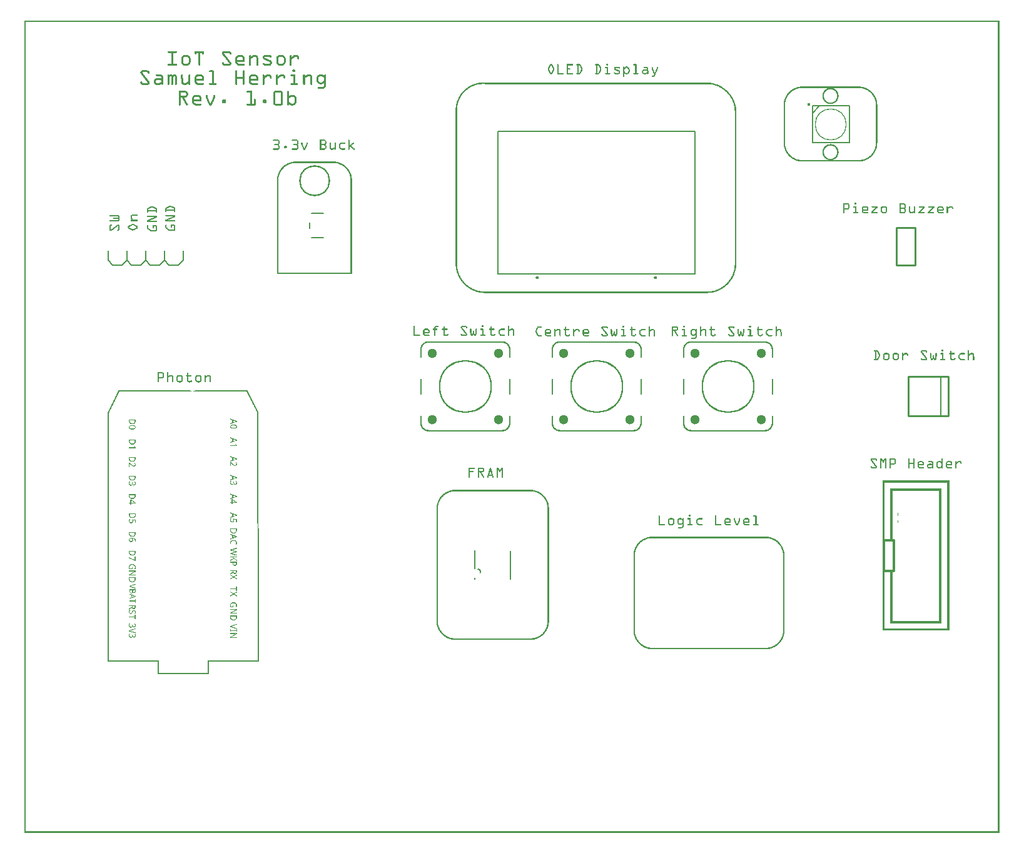
<source format=gto>
G04 MADE WITH FRITZING*
G04 WWW.FRITZING.ORG*
G04 DOUBLE SIDED*
G04 HOLES PLATED*
G04 CONTOUR ON CENTER OF CONTOUR VECTOR*
%ASAXBY*%
%FSLAX23Y23*%
%MOIN*%
%OFA0B0*%
%SFA1.0B1.0*%
%ADD10C,0.165480X0.14948*%
%ADD11C,0.283590X0.26759*%
%ADD12C,0.051181X-0.0039371*%
%ADD13C,0.016134X0.00613386*%
%ADD14C,0.170354X0.160354*%
%ADD15R,0.067500X0.177708X0.042500X0.152708*%
%ADD16C,0.012500*%
%ADD17C,0.008000*%
%ADD18C,0.010000*%
%ADD19C,0.005000*%
%ADD20R,0.001000X0.001000*%
%LNSILK1*%
G90*
G70*
G54D10*
X1546Y3478D03*
G54D11*
X3750Y2380D03*
G54D12*
X3573Y2557D03*
X3927Y2557D03*
X3927Y2202D03*
X3573Y2202D03*
G54D11*
X3050Y2380D03*
G54D12*
X2873Y2557D03*
X3227Y2557D03*
X3227Y2202D03*
X2873Y2202D03*
G54D11*
X2350Y2380D03*
G54D12*
X2173Y2557D03*
X2527Y2557D03*
X2527Y2202D03*
X2173Y2202D03*
G54D13*
X4181Y3884D03*
G54D14*
X4296Y3778D03*
G54D16*
X4579Y1561D02*
X4634Y1561D01*
X4634Y1395D01*
X4579Y1395D01*
X4579Y1561D01*
D02*
G54D17*
X446Y3103D02*
X446Y3053D01*
D02*
X446Y3053D02*
X471Y3028D01*
D02*
X471Y3028D02*
X521Y3028D01*
D02*
X521Y3028D02*
X546Y3053D01*
D02*
X546Y3053D02*
X546Y3103D01*
D02*
X546Y3103D02*
X546Y3053D01*
D02*
X546Y3053D02*
X571Y3028D01*
D02*
X571Y3028D02*
X621Y3028D01*
D02*
X621Y3028D02*
X646Y3053D01*
D02*
X646Y3053D02*
X646Y3103D01*
D02*
X646Y3103D02*
X646Y3053D01*
D02*
X646Y3053D02*
X671Y3028D01*
D02*
X671Y3028D02*
X721Y3028D01*
D02*
X721Y3028D02*
X746Y3053D01*
D02*
X746Y3053D02*
X746Y3103D01*
D02*
X746Y3103D02*
X746Y3053D01*
D02*
X746Y3053D02*
X771Y3028D01*
D02*
X771Y3028D02*
X821Y3028D01*
D02*
X821Y3028D02*
X846Y3053D01*
D02*
X846Y3053D02*
X846Y3103D01*
D02*
X1530Y3173D02*
X1593Y3173D01*
D02*
X1530Y3303D02*
X1593Y3303D01*
D02*
X1520Y3222D02*
X1520Y3254D01*
G54D18*
D02*
X4708Y2433D02*
X4708Y2223D01*
D02*
X4708Y2223D02*
X4924Y2223D01*
D02*
X4924Y2223D02*
X4924Y2433D01*
D02*
X4924Y2433D02*
X4708Y2433D01*
G54D19*
D02*
X4884Y2223D02*
X4884Y2433D01*
G54D17*
D02*
X3514Y2537D02*
X3514Y2576D01*
D02*
X3553Y2616D02*
X3947Y2616D01*
D02*
X3986Y2576D02*
X3986Y2537D01*
D02*
X3986Y2419D02*
X3986Y2340D01*
D02*
X3986Y2222D02*
X3986Y2183D01*
D02*
X3947Y2143D02*
X3553Y2143D01*
D02*
X3514Y2183D02*
X3514Y2222D01*
D02*
X3514Y2340D02*
X3514Y2419D01*
D02*
X2814Y2537D02*
X2814Y2576D01*
D02*
X2853Y2616D02*
X3247Y2616D01*
D02*
X3286Y2576D02*
X3286Y2537D01*
D02*
X3286Y2419D02*
X3286Y2340D01*
D02*
X3286Y2222D02*
X3286Y2183D01*
D02*
X3247Y2143D02*
X2853Y2143D01*
D02*
X2814Y2183D02*
X2814Y2222D01*
D02*
X2814Y2340D02*
X2814Y2419D01*
D02*
X2114Y2537D02*
X2114Y2576D01*
D02*
X2153Y2616D02*
X2547Y2616D01*
D02*
X2586Y2576D02*
X2586Y2537D01*
D02*
X2586Y2419D02*
X2586Y2340D01*
D02*
X2586Y2222D02*
X2586Y2183D01*
D02*
X2547Y2143D02*
X2153Y2143D01*
D02*
X2114Y2183D02*
X2114Y2222D01*
D02*
X2114Y2340D02*
X2114Y2419D01*
G54D19*
D02*
X4395Y3680D02*
X4198Y3680D01*
D02*
X4198Y3680D02*
X4198Y3837D01*
D02*
X4198Y3837D02*
X4198Y3876D01*
D02*
X4198Y3876D02*
X4237Y3876D01*
D02*
X4237Y3876D02*
X4395Y3876D01*
D02*
X4395Y3876D02*
X4395Y3680D01*
D02*
X4237Y3876D02*
X4198Y3837D01*
G54D18*
D02*
X4646Y3228D02*
X4646Y3028D01*
D02*
X4646Y3028D02*
X4746Y3028D01*
D02*
X4746Y3028D02*
X4746Y3228D01*
D02*
X4746Y3228D02*
X4646Y3228D01*
G54D19*
D02*
X2523Y3739D02*
X3574Y3739D01*
D02*
X3574Y3739D02*
X3574Y2981D01*
D02*
X3574Y2981D02*
X2523Y2981D01*
D02*
X2523Y2981D02*
X2523Y3739D01*
G54D17*
D02*
X2591Y1503D02*
X2591Y1353D01*
G54D20*
X0Y4331D02*
X5195Y4331D01*
X0Y4330D02*
X5195Y4330D01*
X0Y4329D02*
X5195Y4329D01*
X0Y4328D02*
X5195Y4328D01*
X0Y4327D02*
X5195Y4327D01*
X0Y4326D02*
X5195Y4326D01*
X0Y4325D02*
X5195Y4325D01*
X0Y4324D02*
X5195Y4324D01*
X0Y4323D02*
X7Y4323D01*
X5188Y4323D02*
X5195Y4323D01*
X0Y4322D02*
X7Y4322D01*
X5188Y4322D02*
X5195Y4322D01*
X0Y4321D02*
X7Y4321D01*
X5188Y4321D02*
X5195Y4321D01*
X0Y4320D02*
X7Y4320D01*
X5188Y4320D02*
X5195Y4320D01*
X0Y4319D02*
X7Y4319D01*
X5188Y4319D02*
X5195Y4319D01*
X0Y4318D02*
X7Y4318D01*
X5188Y4318D02*
X5195Y4318D01*
X0Y4317D02*
X7Y4317D01*
X5188Y4317D02*
X5195Y4317D01*
X0Y4316D02*
X7Y4316D01*
X5188Y4316D02*
X5195Y4316D01*
X0Y4315D02*
X7Y4315D01*
X5188Y4315D02*
X5195Y4315D01*
X0Y4314D02*
X7Y4314D01*
X5188Y4314D02*
X5195Y4314D01*
X0Y4313D02*
X7Y4313D01*
X5188Y4313D02*
X5195Y4313D01*
X0Y4312D02*
X7Y4312D01*
X5188Y4312D02*
X5195Y4312D01*
X0Y4311D02*
X7Y4311D01*
X5188Y4311D02*
X5195Y4311D01*
X0Y4310D02*
X7Y4310D01*
X5188Y4310D02*
X5195Y4310D01*
X0Y4309D02*
X7Y4309D01*
X5188Y4309D02*
X5195Y4309D01*
X0Y4308D02*
X7Y4308D01*
X5188Y4308D02*
X5195Y4308D01*
X0Y4307D02*
X7Y4307D01*
X5188Y4307D02*
X5195Y4307D01*
X0Y4306D02*
X7Y4306D01*
X5188Y4306D02*
X5195Y4306D01*
X0Y4305D02*
X7Y4305D01*
X5188Y4305D02*
X5195Y4305D01*
X0Y4304D02*
X7Y4304D01*
X5188Y4304D02*
X5195Y4304D01*
X0Y4303D02*
X7Y4303D01*
X5188Y4303D02*
X5195Y4303D01*
X0Y4302D02*
X7Y4302D01*
X5188Y4302D02*
X5195Y4302D01*
X0Y4301D02*
X7Y4301D01*
X5188Y4301D02*
X5195Y4301D01*
X0Y4300D02*
X7Y4300D01*
X5188Y4300D02*
X5195Y4300D01*
X0Y4299D02*
X7Y4299D01*
X5188Y4299D02*
X5195Y4299D01*
X0Y4298D02*
X7Y4298D01*
X5188Y4298D02*
X5195Y4298D01*
X0Y4297D02*
X7Y4297D01*
X5188Y4297D02*
X5195Y4297D01*
X0Y4296D02*
X7Y4296D01*
X5188Y4296D02*
X5195Y4296D01*
X0Y4295D02*
X7Y4295D01*
X5188Y4295D02*
X5195Y4295D01*
X0Y4294D02*
X7Y4294D01*
X5188Y4294D02*
X5195Y4294D01*
X0Y4293D02*
X7Y4293D01*
X5188Y4293D02*
X5195Y4293D01*
X0Y4292D02*
X7Y4292D01*
X5188Y4292D02*
X5195Y4292D01*
X0Y4291D02*
X7Y4291D01*
X5188Y4291D02*
X5195Y4291D01*
X0Y4290D02*
X7Y4290D01*
X5188Y4290D02*
X5195Y4290D01*
X0Y4289D02*
X7Y4289D01*
X5188Y4289D02*
X5195Y4289D01*
X0Y4288D02*
X7Y4288D01*
X5188Y4288D02*
X5195Y4288D01*
X0Y4287D02*
X7Y4287D01*
X5188Y4287D02*
X5195Y4287D01*
X0Y4286D02*
X7Y4286D01*
X5188Y4286D02*
X5195Y4286D01*
X0Y4285D02*
X7Y4285D01*
X5188Y4285D02*
X5195Y4285D01*
X0Y4284D02*
X7Y4284D01*
X5188Y4284D02*
X5195Y4284D01*
X0Y4283D02*
X7Y4283D01*
X5188Y4283D02*
X5195Y4283D01*
X0Y4282D02*
X7Y4282D01*
X5188Y4282D02*
X5195Y4282D01*
X0Y4281D02*
X7Y4281D01*
X5188Y4281D02*
X5195Y4281D01*
X0Y4280D02*
X7Y4280D01*
X5188Y4280D02*
X5195Y4280D01*
X0Y4279D02*
X7Y4279D01*
X5188Y4279D02*
X5195Y4279D01*
X0Y4278D02*
X7Y4278D01*
X5188Y4278D02*
X5195Y4278D01*
X0Y4277D02*
X7Y4277D01*
X5188Y4277D02*
X5195Y4277D01*
X0Y4276D02*
X7Y4276D01*
X5188Y4276D02*
X5195Y4276D01*
X0Y4275D02*
X7Y4275D01*
X5188Y4275D02*
X5195Y4275D01*
X0Y4274D02*
X7Y4274D01*
X5188Y4274D02*
X5195Y4274D01*
X0Y4273D02*
X7Y4273D01*
X5188Y4273D02*
X5195Y4273D01*
X0Y4272D02*
X7Y4272D01*
X5188Y4272D02*
X5195Y4272D01*
X0Y4271D02*
X7Y4271D01*
X5188Y4271D02*
X5195Y4271D01*
X0Y4270D02*
X7Y4270D01*
X5188Y4270D02*
X5195Y4270D01*
X0Y4269D02*
X7Y4269D01*
X5188Y4269D02*
X5195Y4269D01*
X0Y4268D02*
X7Y4268D01*
X5188Y4268D02*
X5195Y4268D01*
X0Y4267D02*
X7Y4267D01*
X5188Y4267D02*
X5195Y4267D01*
X0Y4266D02*
X7Y4266D01*
X5188Y4266D02*
X5195Y4266D01*
X0Y4265D02*
X7Y4265D01*
X5188Y4265D02*
X5195Y4265D01*
X0Y4264D02*
X7Y4264D01*
X5188Y4264D02*
X5195Y4264D01*
X0Y4263D02*
X7Y4263D01*
X5188Y4263D02*
X5195Y4263D01*
X0Y4262D02*
X7Y4262D01*
X5188Y4262D02*
X5195Y4262D01*
X0Y4261D02*
X7Y4261D01*
X5188Y4261D02*
X5195Y4261D01*
X0Y4260D02*
X7Y4260D01*
X5188Y4260D02*
X5195Y4260D01*
X0Y4259D02*
X7Y4259D01*
X5188Y4259D02*
X5195Y4259D01*
X0Y4258D02*
X7Y4258D01*
X5188Y4258D02*
X5195Y4258D01*
X0Y4257D02*
X7Y4257D01*
X5188Y4257D02*
X5195Y4257D01*
X0Y4256D02*
X7Y4256D01*
X5188Y4256D02*
X5195Y4256D01*
X0Y4255D02*
X7Y4255D01*
X5188Y4255D02*
X5195Y4255D01*
X0Y4254D02*
X7Y4254D01*
X5188Y4254D02*
X5195Y4254D01*
X0Y4253D02*
X7Y4253D01*
X5188Y4253D02*
X5195Y4253D01*
X0Y4252D02*
X7Y4252D01*
X5188Y4252D02*
X5195Y4252D01*
X0Y4251D02*
X7Y4251D01*
X5188Y4251D02*
X5195Y4251D01*
X0Y4250D02*
X7Y4250D01*
X5188Y4250D02*
X5195Y4250D01*
X0Y4249D02*
X7Y4249D01*
X5188Y4249D02*
X5195Y4249D01*
X0Y4248D02*
X7Y4248D01*
X5188Y4248D02*
X5195Y4248D01*
X0Y4247D02*
X7Y4247D01*
X5188Y4247D02*
X5195Y4247D01*
X0Y4246D02*
X7Y4246D01*
X5188Y4246D02*
X5195Y4246D01*
X0Y4245D02*
X7Y4245D01*
X5188Y4245D02*
X5195Y4245D01*
X0Y4244D02*
X7Y4244D01*
X5188Y4244D02*
X5195Y4244D01*
X0Y4243D02*
X7Y4243D01*
X5188Y4243D02*
X5195Y4243D01*
X0Y4242D02*
X7Y4242D01*
X5188Y4242D02*
X5195Y4242D01*
X0Y4241D02*
X7Y4241D01*
X5188Y4241D02*
X5195Y4241D01*
X0Y4240D02*
X7Y4240D01*
X5188Y4240D02*
X5195Y4240D01*
X0Y4239D02*
X7Y4239D01*
X5188Y4239D02*
X5195Y4239D01*
X0Y4238D02*
X7Y4238D01*
X5188Y4238D02*
X5195Y4238D01*
X0Y4237D02*
X7Y4237D01*
X5188Y4237D02*
X5195Y4237D01*
X0Y4236D02*
X7Y4236D01*
X5188Y4236D02*
X5195Y4236D01*
X0Y4235D02*
X7Y4235D01*
X5188Y4235D02*
X5195Y4235D01*
X0Y4234D02*
X7Y4234D01*
X5188Y4234D02*
X5195Y4234D01*
X0Y4233D02*
X7Y4233D01*
X5188Y4233D02*
X5195Y4233D01*
X0Y4232D02*
X7Y4232D01*
X5188Y4232D02*
X5195Y4232D01*
X0Y4231D02*
X7Y4231D01*
X5188Y4231D02*
X5195Y4231D01*
X0Y4230D02*
X7Y4230D01*
X5188Y4230D02*
X5195Y4230D01*
X0Y4229D02*
X7Y4229D01*
X5188Y4229D02*
X5195Y4229D01*
X0Y4228D02*
X7Y4228D01*
X5188Y4228D02*
X5195Y4228D01*
X0Y4227D02*
X7Y4227D01*
X5188Y4227D02*
X5195Y4227D01*
X0Y4226D02*
X7Y4226D01*
X5188Y4226D02*
X5195Y4226D01*
X0Y4225D02*
X7Y4225D01*
X5188Y4225D02*
X5195Y4225D01*
X0Y4224D02*
X7Y4224D01*
X5188Y4224D02*
X5195Y4224D01*
X0Y4223D02*
X7Y4223D01*
X5188Y4223D02*
X5195Y4223D01*
X0Y4222D02*
X7Y4222D01*
X5188Y4222D02*
X5195Y4222D01*
X0Y4221D02*
X7Y4221D01*
X5188Y4221D02*
X5195Y4221D01*
X0Y4220D02*
X7Y4220D01*
X5188Y4220D02*
X5195Y4220D01*
X0Y4219D02*
X7Y4219D01*
X5188Y4219D02*
X5195Y4219D01*
X0Y4218D02*
X7Y4218D01*
X5188Y4218D02*
X5195Y4218D01*
X0Y4217D02*
X7Y4217D01*
X5188Y4217D02*
X5195Y4217D01*
X0Y4216D02*
X7Y4216D01*
X5188Y4216D02*
X5195Y4216D01*
X0Y4215D02*
X7Y4215D01*
X5188Y4215D02*
X5195Y4215D01*
X0Y4214D02*
X7Y4214D01*
X5188Y4214D02*
X5195Y4214D01*
X0Y4213D02*
X7Y4213D01*
X5188Y4213D02*
X5195Y4213D01*
X0Y4212D02*
X7Y4212D01*
X5188Y4212D02*
X5195Y4212D01*
X0Y4211D02*
X7Y4211D01*
X5188Y4211D02*
X5195Y4211D01*
X0Y4210D02*
X7Y4210D01*
X5188Y4210D02*
X5195Y4210D01*
X0Y4209D02*
X7Y4209D01*
X5188Y4209D02*
X5195Y4209D01*
X0Y4208D02*
X7Y4208D01*
X5188Y4208D02*
X5195Y4208D01*
X0Y4207D02*
X7Y4207D01*
X5188Y4207D02*
X5195Y4207D01*
X0Y4206D02*
X7Y4206D01*
X5188Y4206D02*
X5195Y4206D01*
X0Y4205D02*
X7Y4205D01*
X5188Y4205D02*
X5195Y4205D01*
X0Y4204D02*
X7Y4204D01*
X5188Y4204D02*
X5195Y4204D01*
X0Y4203D02*
X7Y4203D01*
X5188Y4203D02*
X5195Y4203D01*
X0Y4202D02*
X7Y4202D01*
X5188Y4202D02*
X5195Y4202D01*
X0Y4201D02*
X7Y4201D01*
X5188Y4201D02*
X5195Y4201D01*
X0Y4200D02*
X7Y4200D01*
X5188Y4200D02*
X5195Y4200D01*
X0Y4199D02*
X7Y4199D01*
X5188Y4199D02*
X5195Y4199D01*
X0Y4198D02*
X7Y4198D01*
X5188Y4198D02*
X5195Y4198D01*
X0Y4197D02*
X7Y4197D01*
X5188Y4197D02*
X5195Y4197D01*
X0Y4196D02*
X7Y4196D01*
X5188Y4196D02*
X5195Y4196D01*
X0Y4195D02*
X7Y4195D01*
X5188Y4195D02*
X5195Y4195D01*
X0Y4194D02*
X7Y4194D01*
X5188Y4194D02*
X5195Y4194D01*
X0Y4193D02*
X7Y4193D01*
X5188Y4193D02*
X5195Y4193D01*
X0Y4192D02*
X7Y4192D01*
X5188Y4192D02*
X5195Y4192D01*
X0Y4191D02*
X7Y4191D01*
X5188Y4191D02*
X5195Y4191D01*
X0Y4190D02*
X7Y4190D01*
X5188Y4190D02*
X5195Y4190D01*
X0Y4189D02*
X7Y4189D01*
X5188Y4189D02*
X5195Y4189D01*
X0Y4188D02*
X7Y4188D01*
X5188Y4188D02*
X5195Y4188D01*
X0Y4187D02*
X7Y4187D01*
X5188Y4187D02*
X5195Y4187D01*
X0Y4186D02*
X7Y4186D01*
X5188Y4186D02*
X5195Y4186D01*
X0Y4185D02*
X7Y4185D01*
X5188Y4185D02*
X5195Y4185D01*
X0Y4184D02*
X7Y4184D01*
X5188Y4184D02*
X5195Y4184D01*
X0Y4183D02*
X7Y4183D01*
X5188Y4183D02*
X5195Y4183D01*
X0Y4182D02*
X7Y4182D01*
X5188Y4182D02*
X5195Y4182D01*
X0Y4181D02*
X7Y4181D01*
X5188Y4181D02*
X5195Y4181D01*
X0Y4180D02*
X7Y4180D01*
X5188Y4180D02*
X5195Y4180D01*
X0Y4179D02*
X7Y4179D01*
X5188Y4179D02*
X5195Y4179D01*
X0Y4178D02*
X7Y4178D01*
X5188Y4178D02*
X5195Y4178D01*
X0Y4177D02*
X7Y4177D01*
X5188Y4177D02*
X5195Y4177D01*
X0Y4176D02*
X7Y4176D01*
X5188Y4176D02*
X5195Y4176D01*
X0Y4175D02*
X7Y4175D01*
X5188Y4175D02*
X5195Y4175D01*
X0Y4174D02*
X7Y4174D01*
X5188Y4174D02*
X5195Y4174D01*
X0Y4173D02*
X7Y4173D01*
X5188Y4173D02*
X5195Y4173D01*
X0Y4172D02*
X7Y4172D01*
X5188Y4172D02*
X5195Y4172D01*
X0Y4171D02*
X7Y4171D01*
X5188Y4171D02*
X5195Y4171D01*
X0Y4170D02*
X7Y4170D01*
X5188Y4170D02*
X5195Y4170D01*
X0Y4169D02*
X7Y4169D01*
X5188Y4169D02*
X5195Y4169D01*
X0Y4168D02*
X7Y4168D01*
X5188Y4168D02*
X5195Y4168D01*
X0Y4167D02*
X7Y4167D01*
X766Y4167D02*
X810Y4167D01*
X908Y4167D02*
X957Y4167D01*
X1060Y4167D02*
X1093Y4167D01*
X5188Y4167D02*
X5195Y4167D01*
X0Y4166D02*
X7Y4166D01*
X765Y4166D02*
X811Y4166D01*
X908Y4166D02*
X957Y4166D01*
X1058Y4166D02*
X1095Y4166D01*
X5188Y4166D02*
X5195Y4166D01*
X0Y4165D02*
X7Y4165D01*
X764Y4165D02*
X812Y4165D01*
X908Y4165D02*
X957Y4165D01*
X1057Y4165D02*
X1096Y4165D01*
X5188Y4165D02*
X5195Y4165D01*
X0Y4164D02*
X7Y4164D01*
X764Y4164D02*
X812Y4164D01*
X908Y4164D02*
X957Y4164D01*
X1056Y4164D02*
X1097Y4164D01*
X5188Y4164D02*
X5195Y4164D01*
X0Y4163D02*
X7Y4163D01*
X764Y4163D02*
X812Y4163D01*
X908Y4163D02*
X957Y4163D01*
X1055Y4163D02*
X1098Y4163D01*
X5188Y4163D02*
X5195Y4163D01*
X0Y4162D02*
X7Y4162D01*
X764Y4162D02*
X812Y4162D01*
X908Y4162D02*
X957Y4162D01*
X1054Y4162D02*
X1099Y4162D01*
X5188Y4162D02*
X5195Y4162D01*
X0Y4161D02*
X7Y4161D01*
X764Y4161D02*
X812Y4161D01*
X908Y4161D02*
X957Y4161D01*
X1054Y4161D02*
X1100Y4161D01*
X5188Y4161D02*
X5195Y4161D01*
X0Y4160D02*
X7Y4160D01*
X765Y4160D02*
X811Y4160D01*
X908Y4160D02*
X957Y4160D01*
X1053Y4160D02*
X1100Y4160D01*
X5188Y4160D02*
X5195Y4160D01*
X0Y4159D02*
X7Y4159D01*
X765Y4159D02*
X810Y4159D01*
X908Y4159D02*
X957Y4159D01*
X1053Y4159D02*
X1101Y4159D01*
X5188Y4159D02*
X5195Y4159D01*
X0Y4158D02*
X7Y4158D01*
X767Y4158D02*
X808Y4158D01*
X908Y4158D02*
X957Y4158D01*
X1053Y4158D02*
X1101Y4158D01*
X5188Y4158D02*
X5195Y4158D01*
X0Y4157D02*
X7Y4157D01*
X783Y4157D02*
X792Y4157D01*
X908Y4157D02*
X917Y4157D01*
X928Y4157D02*
X937Y4157D01*
X948Y4157D02*
X957Y4157D01*
X1053Y4157D02*
X1062Y4157D01*
X1091Y4157D02*
X1101Y4157D01*
X5188Y4157D02*
X5195Y4157D01*
X0Y4156D02*
X7Y4156D01*
X783Y4156D02*
X792Y4156D01*
X908Y4156D02*
X917Y4156D01*
X928Y4156D02*
X937Y4156D01*
X948Y4156D02*
X957Y4156D01*
X1053Y4156D02*
X1062Y4156D01*
X1092Y4156D02*
X1101Y4156D01*
X5188Y4156D02*
X5195Y4156D01*
X0Y4155D02*
X7Y4155D01*
X783Y4155D02*
X792Y4155D01*
X908Y4155D02*
X917Y4155D01*
X928Y4155D02*
X937Y4155D01*
X948Y4155D02*
X957Y4155D01*
X1053Y4155D02*
X1063Y4155D01*
X1092Y4155D02*
X1101Y4155D01*
X5188Y4155D02*
X5195Y4155D01*
X0Y4154D02*
X7Y4154D01*
X783Y4154D02*
X792Y4154D01*
X908Y4154D02*
X917Y4154D01*
X928Y4154D02*
X937Y4154D01*
X948Y4154D02*
X957Y4154D01*
X1053Y4154D02*
X1063Y4154D01*
X1092Y4154D02*
X1101Y4154D01*
X5188Y4154D02*
X5195Y4154D01*
X0Y4153D02*
X7Y4153D01*
X783Y4153D02*
X792Y4153D01*
X908Y4153D02*
X917Y4153D01*
X928Y4153D02*
X937Y4153D01*
X948Y4153D02*
X957Y4153D01*
X1053Y4153D02*
X1064Y4153D01*
X1093Y4153D02*
X1101Y4153D01*
X5188Y4153D02*
X5195Y4153D01*
X0Y4152D02*
X7Y4152D01*
X783Y4152D02*
X792Y4152D01*
X909Y4152D02*
X917Y4152D01*
X928Y4152D02*
X937Y4152D01*
X948Y4152D02*
X956Y4152D01*
X1054Y4152D02*
X1065Y4152D01*
X1093Y4152D02*
X1101Y4152D01*
X5188Y4152D02*
X5195Y4152D01*
X0Y4151D02*
X7Y4151D01*
X783Y4151D02*
X792Y4151D01*
X909Y4151D02*
X916Y4151D01*
X928Y4151D02*
X937Y4151D01*
X949Y4151D02*
X956Y4151D01*
X1054Y4151D02*
X1066Y4151D01*
X1094Y4151D02*
X1100Y4151D01*
X5188Y4151D02*
X5195Y4151D01*
X0Y4150D02*
X7Y4150D01*
X783Y4150D02*
X792Y4150D01*
X911Y4150D02*
X915Y4150D01*
X928Y4150D02*
X937Y4150D01*
X950Y4150D02*
X954Y4150D01*
X1055Y4150D02*
X1067Y4150D01*
X1095Y4150D02*
X1099Y4150D01*
X5188Y4150D02*
X5195Y4150D01*
X0Y4149D02*
X7Y4149D01*
X783Y4149D02*
X792Y4149D01*
X928Y4149D02*
X937Y4149D01*
X1055Y4149D02*
X1067Y4149D01*
X5188Y4149D02*
X5195Y4149D01*
X0Y4148D02*
X7Y4148D01*
X783Y4148D02*
X792Y4148D01*
X928Y4148D02*
X937Y4148D01*
X1056Y4148D02*
X1068Y4148D01*
X5188Y4148D02*
X5195Y4148D01*
X0Y4147D02*
X7Y4147D01*
X783Y4147D02*
X792Y4147D01*
X928Y4147D02*
X937Y4147D01*
X1057Y4147D02*
X1069Y4147D01*
X5188Y4147D02*
X5195Y4147D01*
X0Y4146D02*
X7Y4146D01*
X783Y4146D02*
X792Y4146D01*
X850Y4146D02*
X870Y4146D01*
X928Y4146D02*
X937Y4146D01*
X1058Y4146D02*
X1070Y4146D01*
X1139Y4146D02*
X1160Y4146D01*
X1200Y4146D02*
X1204Y4146D01*
X1221Y4146D02*
X1234Y4146D01*
X1280Y4146D02*
X1308Y4146D01*
X1356Y4146D02*
X1376Y4146D01*
X1417Y4146D02*
X1421Y4146D01*
X1436Y4146D02*
X1452Y4146D01*
X5188Y4146D02*
X5195Y4146D01*
X0Y4145D02*
X7Y4145D01*
X783Y4145D02*
X792Y4145D01*
X848Y4145D02*
X873Y4145D01*
X928Y4145D02*
X937Y4145D01*
X1058Y4145D02*
X1070Y4145D01*
X1137Y4145D02*
X1162Y4145D01*
X1199Y4145D02*
X1205Y4145D01*
X1218Y4145D02*
X1237Y4145D01*
X1277Y4145D02*
X1311Y4145D01*
X1354Y4145D02*
X1379Y4145D01*
X1416Y4145D02*
X1422Y4145D01*
X1435Y4145D02*
X1455Y4145D01*
X5188Y4145D02*
X5195Y4145D01*
X0Y4144D02*
X7Y4144D01*
X783Y4144D02*
X792Y4144D01*
X846Y4144D02*
X874Y4144D01*
X928Y4144D02*
X937Y4144D01*
X1059Y4144D02*
X1071Y4144D01*
X1135Y4144D02*
X1164Y4144D01*
X1198Y4144D02*
X1206Y4144D01*
X1217Y4144D02*
X1238Y4144D01*
X1276Y4144D02*
X1312Y4144D01*
X1352Y4144D02*
X1380Y4144D01*
X1415Y4144D02*
X1423Y4144D01*
X1434Y4144D02*
X1456Y4144D01*
X5188Y4144D02*
X5195Y4144D01*
X0Y4143D02*
X7Y4143D01*
X783Y4143D02*
X792Y4143D01*
X845Y4143D02*
X876Y4143D01*
X928Y4143D02*
X937Y4143D01*
X1060Y4143D02*
X1072Y4143D01*
X1134Y4143D02*
X1165Y4143D01*
X1198Y4143D02*
X1206Y4143D01*
X1215Y4143D02*
X1240Y4143D01*
X1275Y4143D02*
X1314Y4143D01*
X1351Y4143D02*
X1382Y4143D01*
X1414Y4143D02*
X1423Y4143D01*
X1433Y4143D02*
X1458Y4143D01*
X5188Y4143D02*
X5195Y4143D01*
X0Y4142D02*
X7Y4142D01*
X783Y4142D02*
X792Y4142D01*
X843Y4142D02*
X877Y4142D01*
X928Y4142D02*
X937Y4142D01*
X1061Y4142D02*
X1073Y4142D01*
X1133Y4142D02*
X1166Y4142D01*
X1197Y4142D02*
X1206Y4142D01*
X1213Y4142D02*
X1241Y4142D01*
X1274Y4142D02*
X1315Y4142D01*
X1349Y4142D02*
X1383Y4142D01*
X1414Y4142D02*
X1423Y4142D01*
X1432Y4142D02*
X1459Y4142D01*
X5188Y4142D02*
X5195Y4142D01*
X0Y4141D02*
X7Y4141D01*
X783Y4141D02*
X792Y4141D01*
X842Y4141D02*
X878Y4141D01*
X928Y4141D02*
X937Y4141D01*
X1062Y4141D02*
X1074Y4141D01*
X1131Y4141D02*
X1167Y4141D01*
X1197Y4141D02*
X1206Y4141D01*
X1212Y4141D02*
X1241Y4141D01*
X1273Y4141D02*
X1316Y4141D01*
X1348Y4141D02*
X1384Y4141D01*
X1414Y4141D02*
X1423Y4141D01*
X1430Y4141D02*
X1460Y4141D01*
X5188Y4141D02*
X5195Y4141D01*
X0Y4140D02*
X7Y4140D01*
X783Y4140D02*
X792Y4140D01*
X841Y4140D02*
X879Y4140D01*
X928Y4140D02*
X937Y4140D01*
X1062Y4140D02*
X1074Y4140D01*
X1130Y4140D02*
X1168Y4140D01*
X1197Y4140D02*
X1206Y4140D01*
X1210Y4140D02*
X1242Y4140D01*
X1272Y4140D02*
X1316Y4140D01*
X1347Y4140D02*
X1385Y4140D01*
X1414Y4140D02*
X1423Y4140D01*
X1429Y4140D02*
X1460Y4140D01*
X5188Y4140D02*
X5195Y4140D01*
X0Y4139D02*
X7Y4139D01*
X783Y4139D02*
X792Y4139D01*
X840Y4139D02*
X880Y4139D01*
X928Y4139D02*
X937Y4139D01*
X1063Y4139D02*
X1075Y4139D01*
X1129Y4139D02*
X1169Y4139D01*
X1197Y4139D02*
X1206Y4139D01*
X1209Y4139D02*
X1243Y4139D01*
X1272Y4139D02*
X1317Y4139D01*
X1346Y4139D02*
X1386Y4139D01*
X1414Y4139D02*
X1423Y4139D01*
X1428Y4139D02*
X1461Y4139D01*
X5188Y4139D02*
X5195Y4139D01*
X0Y4138D02*
X7Y4138D01*
X783Y4138D02*
X792Y4138D01*
X839Y4138D02*
X881Y4138D01*
X928Y4138D02*
X937Y4138D01*
X1064Y4138D02*
X1076Y4138D01*
X1128Y4138D02*
X1170Y4138D01*
X1197Y4138D02*
X1243Y4138D01*
X1271Y4138D02*
X1317Y4138D01*
X1345Y4138D02*
X1387Y4138D01*
X1414Y4138D02*
X1423Y4138D01*
X1427Y4138D02*
X1461Y4138D01*
X5188Y4138D02*
X5195Y4138D01*
X0Y4137D02*
X7Y4137D01*
X783Y4137D02*
X792Y4137D01*
X839Y4137D02*
X882Y4137D01*
X928Y4137D02*
X937Y4137D01*
X1065Y4137D02*
X1077Y4137D01*
X1128Y4137D02*
X1171Y4137D01*
X1197Y4137D02*
X1244Y4137D01*
X1271Y4137D02*
X1317Y4137D01*
X1345Y4137D02*
X1388Y4137D01*
X1414Y4137D02*
X1423Y4137D01*
X1426Y4137D02*
X1462Y4137D01*
X5188Y4137D02*
X5195Y4137D01*
X0Y4136D02*
X7Y4136D01*
X783Y4136D02*
X792Y4136D01*
X838Y4136D02*
X851Y4136D01*
X869Y4136D02*
X883Y4136D01*
X928Y4136D02*
X937Y4136D01*
X1065Y4136D02*
X1077Y4136D01*
X1127Y4136D02*
X1140Y4136D01*
X1158Y4136D02*
X1172Y4136D01*
X1197Y4136D02*
X1222Y4136D01*
X1233Y4136D02*
X1244Y4136D01*
X1271Y4136D02*
X1281Y4136D01*
X1307Y4136D02*
X1317Y4136D01*
X1344Y4136D02*
X1357Y4136D01*
X1375Y4136D02*
X1389Y4136D01*
X1414Y4136D02*
X1439Y4136D01*
X1451Y4136D02*
X1462Y4136D01*
X5188Y4136D02*
X5195Y4136D01*
X0Y4135D02*
X7Y4135D01*
X783Y4135D02*
X792Y4135D01*
X837Y4135D02*
X850Y4135D01*
X871Y4135D02*
X883Y4135D01*
X928Y4135D02*
X937Y4135D01*
X1066Y4135D02*
X1078Y4135D01*
X1127Y4135D02*
X1139Y4135D01*
X1160Y4135D02*
X1172Y4135D01*
X1197Y4135D02*
X1220Y4135D01*
X1234Y4135D02*
X1244Y4135D01*
X1271Y4135D02*
X1280Y4135D01*
X1308Y4135D02*
X1317Y4135D01*
X1343Y4135D02*
X1356Y4135D01*
X1377Y4135D02*
X1389Y4135D01*
X1414Y4135D02*
X1438Y4135D01*
X1452Y4135D02*
X1463Y4135D01*
X5188Y4135D02*
X5195Y4135D01*
X0Y4134D02*
X7Y4134D01*
X783Y4134D02*
X792Y4134D01*
X837Y4134D02*
X849Y4134D01*
X872Y4134D02*
X884Y4134D01*
X928Y4134D02*
X937Y4134D01*
X1067Y4134D02*
X1079Y4134D01*
X1126Y4134D02*
X1138Y4134D01*
X1161Y4134D02*
X1173Y4134D01*
X1197Y4134D02*
X1219Y4134D01*
X1235Y4134D02*
X1245Y4134D01*
X1271Y4134D02*
X1280Y4134D01*
X1310Y4134D02*
X1316Y4134D01*
X1343Y4134D02*
X1355Y4134D01*
X1378Y4134D02*
X1390Y4134D01*
X1414Y4134D02*
X1437Y4134D01*
X1453Y4134D02*
X1463Y4134D01*
X5188Y4134D02*
X5195Y4134D01*
X0Y4133D02*
X7Y4133D01*
X783Y4133D02*
X792Y4133D01*
X837Y4133D02*
X847Y4133D01*
X873Y4133D02*
X884Y4133D01*
X928Y4133D02*
X937Y4133D01*
X1068Y4133D02*
X1080Y4133D01*
X1126Y4133D02*
X1137Y4133D01*
X1163Y4133D02*
X1173Y4133D01*
X1197Y4133D02*
X1217Y4133D01*
X1235Y4133D02*
X1245Y4133D01*
X1271Y4133D02*
X1280Y4133D01*
X1311Y4133D02*
X1315Y4133D01*
X1343Y4133D02*
X1353Y4133D01*
X1379Y4133D02*
X1390Y4133D01*
X1414Y4133D02*
X1436Y4133D01*
X1454Y4133D02*
X1463Y4133D01*
X5188Y4133D02*
X5195Y4133D01*
X0Y4132D02*
X7Y4132D01*
X783Y4132D02*
X792Y4132D01*
X836Y4132D02*
X846Y4132D01*
X874Y4132D02*
X884Y4132D01*
X928Y4132D02*
X937Y4132D01*
X1069Y4132D02*
X1081Y4132D01*
X1125Y4132D02*
X1136Y4132D01*
X1163Y4132D02*
X1173Y4132D01*
X1197Y4132D02*
X1216Y4132D01*
X1236Y4132D02*
X1245Y4132D01*
X1271Y4132D02*
X1280Y4132D01*
X1342Y4132D02*
X1352Y4132D01*
X1380Y4132D02*
X1390Y4132D01*
X1414Y4132D02*
X1435Y4132D01*
X1454Y4132D02*
X1463Y4132D01*
X5188Y4132D02*
X5195Y4132D01*
X0Y4131D02*
X7Y4131D01*
X783Y4131D02*
X792Y4131D01*
X836Y4131D02*
X846Y4131D01*
X875Y4131D02*
X884Y4131D01*
X928Y4131D02*
X937Y4131D01*
X1069Y4131D02*
X1081Y4131D01*
X1125Y4131D02*
X1135Y4131D01*
X1164Y4131D02*
X1174Y4131D01*
X1197Y4131D02*
X1214Y4131D01*
X1236Y4131D02*
X1245Y4131D01*
X1271Y4131D02*
X1282Y4131D01*
X1342Y4131D02*
X1352Y4131D01*
X1381Y4131D02*
X1390Y4131D01*
X1414Y4131D02*
X1433Y4131D01*
X1454Y4131D02*
X1463Y4131D01*
X5188Y4131D02*
X5195Y4131D01*
X0Y4130D02*
X7Y4130D01*
X783Y4130D02*
X792Y4130D01*
X836Y4130D02*
X845Y4130D01*
X875Y4130D02*
X884Y4130D01*
X928Y4130D02*
X937Y4130D01*
X1070Y4130D02*
X1082Y4130D01*
X1125Y4130D02*
X1134Y4130D01*
X1164Y4130D02*
X1174Y4130D01*
X1197Y4130D02*
X1212Y4130D01*
X1236Y4130D02*
X1245Y4130D01*
X1271Y4130D02*
X1284Y4130D01*
X1342Y4130D02*
X1351Y4130D01*
X1381Y4130D02*
X1390Y4130D01*
X1414Y4130D02*
X1432Y4130D01*
X1454Y4130D02*
X1463Y4130D01*
X5188Y4130D02*
X5195Y4130D01*
X0Y4129D02*
X7Y4129D01*
X783Y4129D02*
X792Y4129D01*
X836Y4129D02*
X845Y4129D01*
X875Y4129D02*
X885Y4129D01*
X928Y4129D02*
X937Y4129D01*
X1071Y4129D02*
X1083Y4129D01*
X1125Y4129D02*
X1134Y4129D01*
X1165Y4129D02*
X1174Y4129D01*
X1197Y4129D02*
X1211Y4129D01*
X1236Y4129D02*
X1245Y4129D01*
X1272Y4129D02*
X1287Y4129D01*
X1342Y4129D02*
X1351Y4129D01*
X1381Y4129D02*
X1391Y4129D01*
X1414Y4129D02*
X1431Y4129D01*
X1454Y4129D02*
X1463Y4129D01*
X5188Y4129D02*
X5195Y4129D01*
X0Y4128D02*
X7Y4128D01*
X783Y4128D02*
X792Y4128D01*
X836Y4128D02*
X845Y4128D01*
X876Y4128D02*
X885Y4128D01*
X928Y4128D02*
X937Y4128D01*
X1072Y4128D02*
X1084Y4128D01*
X1125Y4128D02*
X1134Y4128D01*
X1165Y4128D02*
X1174Y4128D01*
X1197Y4128D02*
X1209Y4128D01*
X1236Y4128D02*
X1245Y4128D01*
X1272Y4128D02*
X1289Y4128D01*
X1342Y4128D02*
X1351Y4128D01*
X1382Y4128D02*
X1391Y4128D01*
X1414Y4128D02*
X1430Y4128D01*
X1454Y4128D02*
X1463Y4128D01*
X5188Y4128D02*
X5195Y4128D01*
X0Y4127D02*
X7Y4127D01*
X783Y4127D02*
X792Y4127D01*
X836Y4127D02*
X845Y4127D01*
X876Y4127D02*
X885Y4127D01*
X928Y4127D02*
X937Y4127D01*
X1072Y4127D02*
X1084Y4127D01*
X1125Y4127D02*
X1134Y4127D01*
X1165Y4127D02*
X1174Y4127D01*
X1197Y4127D02*
X1208Y4127D01*
X1236Y4127D02*
X1245Y4127D01*
X1273Y4127D02*
X1291Y4127D01*
X1342Y4127D02*
X1351Y4127D01*
X1382Y4127D02*
X1391Y4127D01*
X1414Y4127D02*
X1429Y4127D01*
X1454Y4127D02*
X1463Y4127D01*
X5188Y4127D02*
X5195Y4127D01*
X0Y4126D02*
X7Y4126D01*
X783Y4126D02*
X792Y4126D01*
X836Y4126D02*
X845Y4126D01*
X876Y4126D02*
X885Y4126D01*
X928Y4126D02*
X937Y4126D01*
X1073Y4126D02*
X1085Y4126D01*
X1125Y4126D02*
X1134Y4126D01*
X1165Y4126D02*
X1174Y4126D01*
X1197Y4126D02*
X1207Y4126D01*
X1236Y4126D02*
X1245Y4126D01*
X1274Y4126D02*
X1294Y4126D01*
X1342Y4126D02*
X1351Y4126D01*
X1382Y4126D02*
X1391Y4126D01*
X1414Y4126D02*
X1428Y4126D01*
X1455Y4126D02*
X1462Y4126D01*
X5188Y4126D02*
X5195Y4126D01*
X0Y4125D02*
X7Y4125D01*
X783Y4125D02*
X792Y4125D01*
X836Y4125D02*
X845Y4125D01*
X876Y4125D02*
X885Y4125D01*
X928Y4125D02*
X937Y4125D01*
X1074Y4125D02*
X1086Y4125D01*
X1125Y4125D02*
X1134Y4125D01*
X1165Y4125D02*
X1174Y4125D01*
X1197Y4125D02*
X1206Y4125D01*
X1236Y4125D02*
X1245Y4125D01*
X1274Y4125D02*
X1296Y4125D01*
X1342Y4125D02*
X1351Y4125D01*
X1382Y4125D02*
X1391Y4125D01*
X1414Y4125D02*
X1426Y4125D01*
X1456Y4125D02*
X1461Y4125D01*
X5188Y4125D02*
X5195Y4125D01*
X0Y4124D02*
X7Y4124D01*
X783Y4124D02*
X792Y4124D01*
X836Y4124D02*
X845Y4124D01*
X876Y4124D02*
X885Y4124D01*
X928Y4124D02*
X937Y4124D01*
X1075Y4124D02*
X1087Y4124D01*
X1125Y4124D02*
X1134Y4124D01*
X1165Y4124D02*
X1174Y4124D01*
X1197Y4124D02*
X1206Y4124D01*
X1236Y4124D02*
X1245Y4124D01*
X1275Y4124D02*
X1298Y4124D01*
X1342Y4124D02*
X1351Y4124D01*
X1382Y4124D02*
X1391Y4124D01*
X1414Y4124D02*
X1425Y4124D01*
X1458Y4124D02*
X1459Y4124D01*
X5188Y4124D02*
X5195Y4124D01*
X0Y4123D02*
X7Y4123D01*
X783Y4123D02*
X792Y4123D01*
X836Y4123D02*
X845Y4123D01*
X876Y4123D02*
X885Y4123D01*
X928Y4123D02*
X937Y4123D01*
X1076Y4123D02*
X1088Y4123D01*
X1125Y4123D02*
X1134Y4123D01*
X1165Y4123D02*
X1174Y4123D01*
X1197Y4123D02*
X1206Y4123D01*
X1236Y4123D02*
X1245Y4123D01*
X1277Y4123D02*
X1301Y4123D01*
X1342Y4123D02*
X1351Y4123D01*
X1382Y4123D02*
X1391Y4123D01*
X1414Y4123D02*
X1424Y4123D01*
X5188Y4123D02*
X5195Y4123D01*
X0Y4122D02*
X7Y4122D01*
X783Y4122D02*
X792Y4122D01*
X836Y4122D02*
X845Y4122D01*
X876Y4122D02*
X885Y4122D01*
X928Y4122D02*
X937Y4122D01*
X1076Y4122D02*
X1088Y4122D01*
X1125Y4122D02*
X1134Y4122D01*
X1165Y4122D02*
X1174Y4122D01*
X1197Y4122D02*
X1206Y4122D01*
X1236Y4122D02*
X1245Y4122D01*
X1279Y4122D02*
X1303Y4122D01*
X1342Y4122D02*
X1351Y4122D01*
X1382Y4122D02*
X1391Y4122D01*
X1414Y4122D02*
X1423Y4122D01*
X5188Y4122D02*
X5195Y4122D01*
X0Y4121D02*
X7Y4121D01*
X783Y4121D02*
X792Y4121D01*
X836Y4121D02*
X845Y4121D01*
X876Y4121D02*
X885Y4121D01*
X928Y4121D02*
X937Y4121D01*
X1077Y4121D02*
X1089Y4121D01*
X1125Y4121D02*
X1174Y4121D01*
X1197Y4121D02*
X1206Y4121D01*
X1236Y4121D02*
X1245Y4121D01*
X1281Y4121D02*
X1305Y4121D01*
X1342Y4121D02*
X1351Y4121D01*
X1382Y4121D02*
X1391Y4121D01*
X1414Y4121D02*
X1423Y4121D01*
X5188Y4121D02*
X5195Y4121D01*
X0Y4120D02*
X7Y4120D01*
X783Y4120D02*
X792Y4120D01*
X836Y4120D02*
X845Y4120D01*
X876Y4120D02*
X885Y4120D01*
X928Y4120D02*
X937Y4120D01*
X1078Y4120D02*
X1090Y4120D01*
X1125Y4120D02*
X1174Y4120D01*
X1197Y4120D02*
X1206Y4120D01*
X1236Y4120D02*
X1245Y4120D01*
X1283Y4120D02*
X1308Y4120D01*
X1342Y4120D02*
X1351Y4120D01*
X1382Y4120D02*
X1391Y4120D01*
X1414Y4120D02*
X1423Y4120D01*
X5188Y4120D02*
X5195Y4120D01*
X0Y4119D02*
X7Y4119D01*
X783Y4119D02*
X792Y4119D01*
X836Y4119D02*
X845Y4119D01*
X876Y4119D02*
X885Y4119D01*
X928Y4119D02*
X937Y4119D01*
X1079Y4119D02*
X1091Y4119D01*
X1125Y4119D02*
X1174Y4119D01*
X1197Y4119D02*
X1206Y4119D01*
X1236Y4119D02*
X1245Y4119D01*
X1285Y4119D02*
X1310Y4119D01*
X1342Y4119D02*
X1351Y4119D01*
X1382Y4119D02*
X1391Y4119D01*
X1414Y4119D02*
X1423Y4119D01*
X5188Y4119D02*
X5195Y4119D01*
X0Y4118D02*
X7Y4118D01*
X783Y4118D02*
X792Y4118D01*
X836Y4118D02*
X845Y4118D01*
X876Y4118D02*
X885Y4118D01*
X928Y4118D02*
X937Y4118D01*
X1079Y4118D02*
X1091Y4118D01*
X1125Y4118D02*
X1174Y4118D01*
X1197Y4118D02*
X1206Y4118D01*
X1236Y4118D02*
X1245Y4118D01*
X1288Y4118D02*
X1311Y4118D01*
X1342Y4118D02*
X1351Y4118D01*
X1382Y4118D02*
X1391Y4118D01*
X1414Y4118D02*
X1423Y4118D01*
X5188Y4118D02*
X5195Y4118D01*
X0Y4117D02*
X7Y4117D01*
X783Y4117D02*
X792Y4117D01*
X836Y4117D02*
X845Y4117D01*
X876Y4117D02*
X885Y4117D01*
X928Y4117D02*
X937Y4117D01*
X1080Y4117D02*
X1092Y4117D01*
X1125Y4117D02*
X1174Y4117D01*
X1197Y4117D02*
X1206Y4117D01*
X1236Y4117D02*
X1245Y4117D01*
X1290Y4117D02*
X1313Y4117D01*
X1342Y4117D02*
X1351Y4117D01*
X1382Y4117D02*
X1391Y4117D01*
X1414Y4117D02*
X1423Y4117D01*
X5188Y4117D02*
X5195Y4117D01*
X0Y4116D02*
X7Y4116D01*
X783Y4116D02*
X792Y4116D01*
X836Y4116D02*
X845Y4116D01*
X876Y4116D02*
X885Y4116D01*
X928Y4116D02*
X937Y4116D01*
X1081Y4116D02*
X1093Y4116D01*
X1125Y4116D02*
X1174Y4116D01*
X1197Y4116D02*
X1206Y4116D01*
X1236Y4116D02*
X1245Y4116D01*
X1292Y4116D02*
X1314Y4116D01*
X1342Y4116D02*
X1351Y4116D01*
X1382Y4116D02*
X1391Y4116D01*
X1414Y4116D02*
X1423Y4116D01*
X5188Y4116D02*
X5195Y4116D01*
X0Y4115D02*
X7Y4115D01*
X783Y4115D02*
X792Y4115D01*
X836Y4115D02*
X845Y4115D01*
X876Y4115D02*
X885Y4115D01*
X928Y4115D02*
X937Y4115D01*
X1082Y4115D02*
X1094Y4115D01*
X1125Y4115D02*
X1174Y4115D01*
X1197Y4115D02*
X1206Y4115D01*
X1236Y4115D02*
X1245Y4115D01*
X1295Y4115D02*
X1315Y4115D01*
X1342Y4115D02*
X1351Y4115D01*
X1382Y4115D02*
X1391Y4115D01*
X1414Y4115D02*
X1423Y4115D01*
X5188Y4115D02*
X5195Y4115D01*
X0Y4114D02*
X7Y4114D01*
X783Y4114D02*
X792Y4114D01*
X836Y4114D02*
X845Y4114D01*
X876Y4114D02*
X885Y4114D01*
X928Y4114D02*
X937Y4114D01*
X1083Y4114D02*
X1095Y4114D01*
X1125Y4114D02*
X1173Y4114D01*
X1197Y4114D02*
X1206Y4114D01*
X1236Y4114D02*
X1245Y4114D01*
X1297Y4114D02*
X1315Y4114D01*
X1342Y4114D02*
X1351Y4114D01*
X1382Y4114D02*
X1391Y4114D01*
X1414Y4114D02*
X1423Y4114D01*
X5188Y4114D02*
X5195Y4114D01*
X0Y4113D02*
X7Y4113D01*
X783Y4113D02*
X792Y4113D01*
X836Y4113D02*
X845Y4113D01*
X876Y4113D02*
X885Y4113D01*
X928Y4113D02*
X937Y4113D01*
X1083Y4113D02*
X1095Y4113D01*
X1125Y4113D02*
X1173Y4113D01*
X1197Y4113D02*
X1206Y4113D01*
X1236Y4113D02*
X1245Y4113D01*
X1299Y4113D02*
X1316Y4113D01*
X1342Y4113D02*
X1351Y4113D01*
X1382Y4113D02*
X1391Y4113D01*
X1414Y4113D02*
X1423Y4113D01*
X5188Y4113D02*
X5195Y4113D01*
X0Y4112D02*
X7Y4112D01*
X783Y4112D02*
X792Y4112D01*
X836Y4112D02*
X845Y4112D01*
X876Y4112D02*
X885Y4112D01*
X928Y4112D02*
X937Y4112D01*
X1084Y4112D02*
X1096Y4112D01*
X1125Y4112D02*
X1171Y4112D01*
X1197Y4112D02*
X1206Y4112D01*
X1236Y4112D02*
X1245Y4112D01*
X1302Y4112D02*
X1317Y4112D01*
X1342Y4112D02*
X1351Y4112D01*
X1382Y4112D02*
X1391Y4112D01*
X1414Y4112D02*
X1423Y4112D01*
X5188Y4112D02*
X5195Y4112D01*
X0Y4111D02*
X7Y4111D01*
X783Y4111D02*
X792Y4111D01*
X836Y4111D02*
X845Y4111D01*
X876Y4111D02*
X885Y4111D01*
X928Y4111D02*
X937Y4111D01*
X1085Y4111D02*
X1097Y4111D01*
X1125Y4111D02*
X1134Y4111D01*
X1197Y4111D02*
X1206Y4111D01*
X1236Y4111D02*
X1245Y4111D01*
X1304Y4111D02*
X1317Y4111D01*
X1342Y4111D02*
X1351Y4111D01*
X1382Y4111D02*
X1391Y4111D01*
X1414Y4111D02*
X1423Y4111D01*
X5188Y4111D02*
X5195Y4111D01*
X0Y4110D02*
X7Y4110D01*
X783Y4110D02*
X792Y4110D01*
X836Y4110D02*
X845Y4110D01*
X876Y4110D02*
X885Y4110D01*
X928Y4110D02*
X937Y4110D01*
X1086Y4110D02*
X1098Y4110D01*
X1125Y4110D02*
X1134Y4110D01*
X1197Y4110D02*
X1206Y4110D01*
X1236Y4110D02*
X1245Y4110D01*
X1306Y4110D02*
X1317Y4110D01*
X1342Y4110D02*
X1351Y4110D01*
X1382Y4110D02*
X1391Y4110D01*
X1414Y4110D02*
X1423Y4110D01*
X5188Y4110D02*
X5195Y4110D01*
X0Y4109D02*
X7Y4109D01*
X783Y4109D02*
X792Y4109D01*
X836Y4109D02*
X845Y4109D01*
X876Y4109D02*
X885Y4109D01*
X928Y4109D02*
X937Y4109D01*
X1086Y4109D02*
X1098Y4109D01*
X1125Y4109D02*
X1134Y4109D01*
X1197Y4109D02*
X1206Y4109D01*
X1236Y4109D02*
X1246Y4109D01*
X1308Y4109D02*
X1318Y4109D01*
X1342Y4109D02*
X1351Y4109D01*
X1382Y4109D02*
X1391Y4109D01*
X1414Y4109D02*
X1423Y4109D01*
X5188Y4109D02*
X5195Y4109D01*
X0Y4108D02*
X7Y4108D01*
X783Y4108D02*
X792Y4108D01*
X836Y4108D02*
X845Y4108D01*
X876Y4108D02*
X885Y4108D01*
X928Y4108D02*
X937Y4108D01*
X1056Y4108D02*
X1059Y4108D01*
X1087Y4108D02*
X1099Y4108D01*
X1125Y4108D02*
X1134Y4108D01*
X1197Y4108D02*
X1206Y4108D01*
X1237Y4108D02*
X1246Y4108D01*
X1308Y4108D02*
X1318Y4108D01*
X1342Y4108D02*
X1351Y4108D01*
X1382Y4108D02*
X1391Y4108D01*
X1414Y4108D02*
X1423Y4108D01*
X5188Y4108D02*
X5195Y4108D01*
X0Y4107D02*
X7Y4107D01*
X783Y4107D02*
X792Y4107D01*
X836Y4107D02*
X845Y4107D01*
X875Y4107D02*
X885Y4107D01*
X928Y4107D02*
X937Y4107D01*
X1054Y4107D02*
X1060Y4107D01*
X1088Y4107D02*
X1100Y4107D01*
X1125Y4107D02*
X1134Y4107D01*
X1197Y4107D02*
X1206Y4107D01*
X1237Y4107D02*
X1246Y4107D01*
X1309Y4107D02*
X1318Y4107D01*
X1342Y4107D02*
X1351Y4107D01*
X1381Y4107D02*
X1391Y4107D01*
X1414Y4107D02*
X1423Y4107D01*
X5188Y4107D02*
X5195Y4107D01*
X0Y4106D02*
X7Y4106D01*
X783Y4106D02*
X792Y4106D01*
X836Y4106D02*
X845Y4106D01*
X875Y4106D02*
X885Y4106D01*
X928Y4106D02*
X937Y4106D01*
X1054Y4106D02*
X1061Y4106D01*
X1089Y4106D02*
X1100Y4106D01*
X1125Y4106D02*
X1135Y4106D01*
X1197Y4106D02*
X1206Y4106D01*
X1237Y4106D02*
X1246Y4106D01*
X1309Y4106D02*
X1318Y4106D01*
X1342Y4106D02*
X1351Y4106D01*
X1381Y4106D02*
X1391Y4106D01*
X1414Y4106D02*
X1423Y4106D01*
X5188Y4106D02*
X5195Y4106D01*
X0Y4105D02*
X7Y4105D01*
X783Y4105D02*
X792Y4105D01*
X836Y4105D02*
X846Y4105D01*
X874Y4105D02*
X884Y4105D01*
X928Y4105D02*
X937Y4105D01*
X1053Y4105D02*
X1061Y4105D01*
X1090Y4105D02*
X1101Y4105D01*
X1125Y4105D02*
X1135Y4105D01*
X1197Y4105D02*
X1206Y4105D01*
X1237Y4105D02*
X1246Y4105D01*
X1309Y4105D02*
X1318Y4105D01*
X1342Y4105D02*
X1352Y4105D01*
X1380Y4105D02*
X1390Y4105D01*
X1414Y4105D02*
X1423Y4105D01*
X5188Y4105D02*
X5195Y4105D01*
X0Y4104D02*
X7Y4104D01*
X783Y4104D02*
X792Y4104D01*
X836Y4104D02*
X847Y4104D01*
X873Y4104D02*
X884Y4104D01*
X928Y4104D02*
X937Y4104D01*
X1053Y4104D02*
X1062Y4104D01*
X1090Y4104D02*
X1101Y4104D01*
X1126Y4104D02*
X1136Y4104D01*
X1197Y4104D02*
X1206Y4104D01*
X1237Y4104D02*
X1246Y4104D01*
X1273Y4104D02*
X1274Y4104D01*
X1309Y4104D02*
X1318Y4104D01*
X1342Y4104D02*
X1353Y4104D01*
X1379Y4104D02*
X1390Y4104D01*
X1414Y4104D02*
X1423Y4104D01*
X5188Y4104D02*
X5195Y4104D01*
X0Y4103D02*
X7Y4103D01*
X783Y4103D02*
X792Y4103D01*
X837Y4103D02*
X848Y4103D01*
X872Y4103D02*
X884Y4103D01*
X928Y4103D02*
X937Y4103D01*
X1053Y4103D02*
X1062Y4103D01*
X1091Y4103D02*
X1101Y4103D01*
X1126Y4103D02*
X1137Y4103D01*
X1197Y4103D02*
X1206Y4103D01*
X1237Y4103D02*
X1246Y4103D01*
X1271Y4103D02*
X1277Y4103D01*
X1308Y4103D02*
X1318Y4103D01*
X1343Y4103D02*
X1354Y4103D01*
X1378Y4103D02*
X1390Y4103D01*
X1414Y4103D02*
X1423Y4103D01*
X5188Y4103D02*
X5195Y4103D01*
X0Y4102D02*
X7Y4102D01*
X783Y4102D02*
X792Y4102D01*
X837Y4102D02*
X849Y4102D01*
X871Y4102D02*
X883Y4102D01*
X928Y4102D02*
X937Y4102D01*
X1053Y4102D02*
X1062Y4102D01*
X1092Y4102D02*
X1101Y4102D01*
X1126Y4102D02*
X1138Y4102D01*
X1197Y4102D02*
X1206Y4102D01*
X1237Y4102D02*
X1246Y4102D01*
X1270Y4102D02*
X1278Y4102D01*
X1308Y4102D02*
X1318Y4102D01*
X1343Y4102D02*
X1355Y4102D01*
X1377Y4102D02*
X1389Y4102D01*
X1414Y4102D02*
X1423Y4102D01*
X5188Y4102D02*
X5195Y4102D01*
X0Y4101D02*
X7Y4101D01*
X783Y4101D02*
X792Y4101D01*
X838Y4101D02*
X851Y4101D01*
X870Y4101D02*
X883Y4101D01*
X928Y4101D02*
X937Y4101D01*
X1053Y4101D02*
X1063Y4101D01*
X1092Y4101D02*
X1101Y4101D01*
X1127Y4101D02*
X1140Y4101D01*
X1197Y4101D02*
X1206Y4101D01*
X1237Y4101D02*
X1246Y4101D01*
X1270Y4101D02*
X1280Y4101D01*
X1307Y4101D02*
X1318Y4101D01*
X1344Y4101D02*
X1357Y4101D01*
X1376Y4101D02*
X1389Y4101D01*
X1414Y4101D02*
X1423Y4101D01*
X3103Y4101D02*
X3109Y4101D01*
X5188Y4101D02*
X5195Y4101D01*
X0Y4100D02*
X7Y4100D01*
X783Y4100D02*
X793Y4100D01*
X838Y4100D02*
X854Y4100D01*
X867Y4100D02*
X882Y4100D01*
X928Y4100D02*
X937Y4100D01*
X1053Y4100D02*
X1065Y4100D01*
X1091Y4100D02*
X1101Y4100D01*
X1127Y4100D02*
X1143Y4100D01*
X1197Y4100D02*
X1206Y4100D01*
X1237Y4100D02*
X1246Y4100D01*
X1270Y4100D02*
X1283Y4100D01*
X1304Y4100D02*
X1317Y4100D01*
X1344Y4100D02*
X1360Y4100D01*
X1373Y4100D02*
X1388Y4100D01*
X1414Y4100D02*
X1423Y4100D01*
X3102Y4100D02*
X3110Y4100D01*
X5188Y4100D02*
X5195Y4100D01*
X0Y4099D02*
X7Y4099D01*
X766Y4099D02*
X810Y4099D01*
X839Y4099D02*
X881Y4099D01*
X928Y4099D02*
X937Y4099D01*
X1053Y4099D02*
X1101Y4099D01*
X1128Y4099D02*
X1172Y4099D01*
X1197Y4099D02*
X1206Y4099D01*
X1237Y4099D02*
X1246Y4099D01*
X1270Y4099D02*
X1317Y4099D01*
X1345Y4099D02*
X1387Y4099D01*
X1414Y4099D02*
X1423Y4099D01*
X3101Y4099D02*
X3110Y4099D01*
X5188Y4099D02*
X5195Y4099D01*
X0Y4098D02*
X7Y4098D01*
X765Y4098D02*
X811Y4098D01*
X840Y4098D02*
X881Y4098D01*
X928Y4098D02*
X937Y4098D01*
X1054Y4098D02*
X1101Y4098D01*
X1129Y4098D02*
X1173Y4098D01*
X1197Y4098D02*
X1206Y4098D01*
X1237Y4098D02*
X1246Y4098D01*
X1270Y4098D02*
X1316Y4098D01*
X1346Y4098D02*
X1387Y4098D01*
X1414Y4098D02*
X1423Y4098D01*
X2803Y4098D02*
X2809Y4098D01*
X2841Y4098D02*
X2844Y4098D01*
X2890Y4098D02*
X2922Y4098D01*
X2942Y4098D02*
X2959Y4098D01*
X3042Y4098D02*
X3059Y4098D01*
X3101Y4098D02*
X3110Y4098D01*
X3246Y4098D02*
X3260Y4098D01*
X5188Y4098D02*
X5195Y4098D01*
X0Y4097D02*
X7Y4097D01*
X764Y4097D02*
X812Y4097D01*
X841Y4097D02*
X880Y4097D01*
X928Y4097D02*
X937Y4097D01*
X1054Y4097D02*
X1101Y4097D01*
X1130Y4097D02*
X1173Y4097D01*
X1197Y4097D02*
X1206Y4097D01*
X1237Y4097D02*
X1246Y4097D01*
X1270Y4097D02*
X1316Y4097D01*
X1347Y4097D02*
X1386Y4097D01*
X1414Y4097D02*
X1423Y4097D01*
X2802Y4097D02*
X2811Y4097D01*
X2840Y4097D02*
X2845Y4097D01*
X2890Y4097D02*
X2923Y4097D01*
X2941Y4097D02*
X2961Y4097D01*
X3041Y4097D02*
X3061Y4097D01*
X3101Y4097D02*
X3110Y4097D01*
X3245Y4097D02*
X3260Y4097D01*
X5188Y4097D02*
X5195Y4097D01*
X0Y4096D02*
X7Y4096D01*
X764Y4096D02*
X812Y4096D01*
X842Y4096D02*
X879Y4096D01*
X928Y4096D02*
X937Y4096D01*
X1055Y4096D02*
X1100Y4096D01*
X1131Y4096D02*
X1174Y4096D01*
X1197Y4096D02*
X1206Y4096D01*
X1237Y4096D02*
X1246Y4096D01*
X1271Y4096D02*
X1315Y4096D01*
X1348Y4096D02*
X1385Y4096D01*
X1414Y4096D02*
X1423Y4096D01*
X2800Y4096D02*
X2812Y4096D01*
X2840Y4096D02*
X2846Y4096D01*
X2890Y4096D02*
X2923Y4096D01*
X2940Y4096D02*
X2962Y4096D01*
X3041Y4096D02*
X3063Y4096D01*
X3101Y4096D02*
X3110Y4096D01*
X3245Y4096D02*
X3261Y4096D01*
X5188Y4096D02*
X5195Y4096D01*
X0Y4095D02*
X7Y4095D01*
X764Y4095D02*
X812Y4095D01*
X843Y4095D02*
X877Y4095D01*
X928Y4095D02*
X937Y4095D01*
X1056Y4095D02*
X1099Y4095D01*
X1132Y4095D02*
X1174Y4095D01*
X1197Y4095D02*
X1206Y4095D01*
X1237Y4095D02*
X1246Y4095D01*
X1272Y4095D02*
X1314Y4095D01*
X1349Y4095D02*
X1383Y4095D01*
X1414Y4095D02*
X1423Y4095D01*
X2799Y4095D02*
X2813Y4095D01*
X2840Y4095D02*
X2846Y4095D01*
X2890Y4095D02*
X2923Y4095D01*
X2940Y4095D02*
X2963Y4095D01*
X3041Y4095D02*
X3064Y4095D01*
X3101Y4095D02*
X3110Y4095D01*
X3245Y4095D02*
X3261Y4095D01*
X5188Y4095D02*
X5195Y4095D01*
X0Y4094D02*
X7Y4094D01*
X764Y4094D02*
X812Y4094D01*
X844Y4094D02*
X876Y4094D01*
X928Y4094D02*
X937Y4094D01*
X1057Y4094D02*
X1099Y4094D01*
X1133Y4094D02*
X1174Y4094D01*
X1197Y4094D02*
X1206Y4094D01*
X1237Y4094D02*
X1246Y4094D01*
X1273Y4094D02*
X1313Y4094D01*
X1350Y4094D02*
X1382Y4094D01*
X1414Y4094D02*
X1423Y4094D01*
X2799Y4094D02*
X2814Y4094D01*
X2840Y4094D02*
X2846Y4094D01*
X2890Y4094D02*
X2923Y4094D01*
X2940Y4094D02*
X2964Y4094D01*
X3041Y4094D02*
X3064Y4094D01*
X3101Y4094D02*
X3110Y4094D01*
X3245Y4094D02*
X3261Y4094D01*
X5188Y4094D02*
X5195Y4094D01*
X0Y4093D02*
X7Y4093D01*
X764Y4093D02*
X812Y4093D01*
X845Y4093D02*
X875Y4093D01*
X928Y4093D02*
X937Y4093D01*
X1058Y4093D02*
X1098Y4093D01*
X1134Y4093D02*
X1173Y4093D01*
X1198Y4093D02*
X1206Y4093D01*
X1237Y4093D02*
X1246Y4093D01*
X1274Y4093D02*
X1312Y4093D01*
X1351Y4093D02*
X1381Y4093D01*
X1415Y4093D02*
X1423Y4093D01*
X2798Y4093D02*
X2814Y4093D01*
X2840Y4093D02*
X2846Y4093D01*
X2890Y4093D02*
X2923Y4093D01*
X2941Y4093D02*
X2965Y4093D01*
X3041Y4093D02*
X3065Y4093D01*
X3102Y4093D02*
X3110Y4093D01*
X3246Y4093D02*
X3261Y4093D01*
X5188Y4093D02*
X5195Y4093D01*
X0Y4092D02*
X7Y4092D01*
X765Y4092D02*
X811Y4092D01*
X847Y4092D02*
X874Y4092D01*
X929Y4092D02*
X936Y4092D01*
X1059Y4092D02*
X1097Y4092D01*
X1136Y4092D02*
X1173Y4092D01*
X1198Y4092D02*
X1205Y4092D01*
X1238Y4092D02*
X1245Y4092D01*
X1276Y4092D02*
X1311Y4092D01*
X1353Y4092D02*
X1380Y4092D01*
X1415Y4092D02*
X1422Y4092D01*
X2798Y4092D02*
X2815Y4092D01*
X2840Y4092D02*
X2846Y4092D01*
X2890Y4092D02*
X2921Y4092D01*
X2942Y4092D02*
X2965Y4092D01*
X3043Y4092D02*
X3066Y4092D01*
X3103Y4092D02*
X3108Y4092D01*
X3247Y4092D02*
X3261Y4092D01*
X5188Y4092D02*
X5195Y4092D01*
X0Y4091D02*
X7Y4091D01*
X766Y4091D02*
X810Y4091D01*
X849Y4091D02*
X872Y4091D01*
X930Y4091D02*
X935Y4091D01*
X1061Y4091D02*
X1095Y4091D01*
X1138Y4091D02*
X1172Y4091D01*
X1199Y4091D02*
X1204Y4091D01*
X1239Y4091D02*
X1244Y4091D01*
X1279Y4091D02*
X1309Y4091D01*
X1355Y4091D02*
X1378Y4091D01*
X1416Y4091D02*
X1421Y4091D01*
X2797Y4091D02*
X2804Y4091D01*
X2808Y4091D02*
X2815Y4091D01*
X2840Y4091D02*
X2846Y4091D01*
X2890Y4091D02*
X2896Y4091D01*
X2947Y4091D02*
X2953Y4091D01*
X2959Y4091D02*
X2966Y4091D01*
X3047Y4091D02*
X3053Y4091D01*
X3059Y4091D02*
X3066Y4091D01*
X3255Y4091D02*
X3261Y4091D01*
X5188Y4091D02*
X5195Y4091D01*
X0Y4090D02*
X7Y4090D01*
X768Y4090D02*
X808Y4090D01*
X853Y4090D02*
X867Y4090D01*
X932Y4090D02*
X933Y4090D01*
X1065Y4090D02*
X1091Y4090D01*
X1142Y4090D02*
X1169Y4090D01*
X1202Y4090D02*
X1202Y4090D01*
X1241Y4090D02*
X1242Y4090D01*
X1284Y4090D02*
X1304Y4090D01*
X1359Y4090D02*
X1373Y4090D01*
X1419Y4090D02*
X1419Y4090D01*
X2797Y4090D02*
X2804Y4090D01*
X2809Y4090D02*
X2816Y4090D01*
X2840Y4090D02*
X2846Y4090D01*
X2890Y4090D02*
X2896Y4090D01*
X2947Y4090D02*
X2953Y4090D01*
X2959Y4090D02*
X2966Y4090D01*
X3047Y4090D02*
X3053Y4090D01*
X3060Y4090D02*
X3067Y4090D01*
X3255Y4090D02*
X3261Y4090D01*
X5188Y4090D02*
X5195Y4090D01*
X0Y4089D02*
X7Y4089D01*
X2796Y4089D02*
X2803Y4089D01*
X2809Y4089D02*
X2816Y4089D01*
X2840Y4089D02*
X2846Y4089D01*
X2890Y4089D02*
X2896Y4089D01*
X2947Y4089D02*
X2953Y4089D01*
X2960Y4089D02*
X2967Y4089D01*
X3047Y4089D02*
X3053Y4089D01*
X3060Y4089D02*
X3067Y4089D01*
X3255Y4089D02*
X3261Y4089D01*
X5188Y4089D02*
X5195Y4089D01*
X0Y4088D02*
X7Y4088D01*
X2796Y4088D02*
X2803Y4088D01*
X2810Y4088D02*
X2817Y4088D01*
X2840Y4088D02*
X2846Y4088D01*
X2890Y4088D02*
X2896Y4088D01*
X2947Y4088D02*
X2953Y4088D01*
X2960Y4088D02*
X2967Y4088D01*
X3047Y4088D02*
X3053Y4088D01*
X3061Y4088D02*
X3068Y4088D01*
X3255Y4088D02*
X3261Y4088D01*
X5188Y4088D02*
X5195Y4088D01*
X0Y4087D02*
X7Y4087D01*
X2795Y4087D02*
X2802Y4087D01*
X2810Y4087D02*
X2817Y4087D01*
X2840Y4087D02*
X2846Y4087D01*
X2890Y4087D02*
X2896Y4087D01*
X2947Y4087D02*
X2953Y4087D01*
X2961Y4087D02*
X2968Y4087D01*
X3047Y4087D02*
X3053Y4087D01*
X3061Y4087D02*
X3068Y4087D01*
X3255Y4087D02*
X3261Y4087D01*
X5188Y4087D02*
X5195Y4087D01*
X0Y4086D02*
X7Y4086D01*
X2795Y4086D02*
X2802Y4086D01*
X2811Y4086D02*
X2818Y4086D01*
X2840Y4086D02*
X2846Y4086D01*
X2890Y4086D02*
X2896Y4086D01*
X2947Y4086D02*
X2953Y4086D01*
X2961Y4086D02*
X2968Y4086D01*
X3047Y4086D02*
X3053Y4086D01*
X3062Y4086D02*
X3069Y4086D01*
X3255Y4086D02*
X3261Y4086D01*
X5188Y4086D02*
X5195Y4086D01*
X0Y4085D02*
X7Y4085D01*
X2794Y4085D02*
X2801Y4085D01*
X2811Y4085D02*
X2818Y4085D01*
X2840Y4085D02*
X2846Y4085D01*
X2890Y4085D02*
X2896Y4085D01*
X2947Y4085D02*
X2953Y4085D01*
X2962Y4085D02*
X2969Y4085D01*
X3047Y4085D02*
X3053Y4085D01*
X3062Y4085D02*
X3069Y4085D01*
X3193Y4085D02*
X3195Y4085D01*
X3205Y4085D02*
X3211Y4085D01*
X3255Y4085D02*
X3261Y4085D01*
X5188Y4085D02*
X5195Y4085D01*
X0Y4084D02*
X7Y4084D01*
X2794Y4084D02*
X2801Y4084D01*
X2812Y4084D02*
X2819Y4084D01*
X2840Y4084D02*
X2846Y4084D01*
X2890Y4084D02*
X2896Y4084D01*
X2947Y4084D02*
X2953Y4084D01*
X2962Y4084D02*
X2969Y4084D01*
X3047Y4084D02*
X3053Y4084D01*
X3063Y4084D02*
X3070Y4084D01*
X3192Y4084D02*
X3196Y4084D01*
X3202Y4084D02*
X3213Y4084D01*
X3255Y4084D02*
X3261Y4084D01*
X5188Y4084D02*
X5195Y4084D01*
X0Y4083D02*
X7Y4083D01*
X2793Y4083D02*
X2800Y4083D01*
X2812Y4083D02*
X2819Y4083D01*
X2840Y4083D02*
X2846Y4083D01*
X2890Y4083D02*
X2896Y4083D01*
X2947Y4083D02*
X2953Y4083D01*
X2963Y4083D02*
X2970Y4083D01*
X3047Y4083D02*
X3053Y4083D01*
X3063Y4083D02*
X3070Y4083D01*
X3095Y4083D02*
X3109Y4083D01*
X3147Y4083D02*
X3169Y4083D01*
X3191Y4083D02*
X3197Y4083D01*
X3201Y4083D02*
X3215Y4083D01*
X3255Y4083D02*
X3261Y4083D01*
X3299Y4083D02*
X3318Y4083D01*
X3343Y4083D02*
X3346Y4083D01*
X3370Y4083D02*
X3374Y4083D01*
X5188Y4083D02*
X5195Y4083D01*
X0Y4082D02*
X7Y4082D01*
X2793Y4082D02*
X2800Y4082D01*
X2813Y4082D02*
X2820Y4082D01*
X2840Y4082D02*
X2846Y4082D01*
X2890Y4082D02*
X2896Y4082D01*
X2947Y4082D02*
X2953Y4082D01*
X2963Y4082D02*
X2970Y4082D01*
X3047Y4082D02*
X3053Y4082D01*
X3064Y4082D02*
X3071Y4082D01*
X3094Y4082D02*
X3110Y4082D01*
X3145Y4082D02*
X3171Y4082D01*
X3191Y4082D02*
X3197Y4082D01*
X3200Y4082D02*
X3216Y4082D01*
X3255Y4082D02*
X3261Y4082D01*
X3299Y4082D02*
X3320Y4082D01*
X3342Y4082D02*
X3347Y4082D01*
X3370Y4082D02*
X3375Y4082D01*
X5188Y4082D02*
X5195Y4082D01*
X0Y4081D02*
X7Y4081D01*
X2792Y4081D02*
X2799Y4081D01*
X2813Y4081D02*
X2820Y4081D01*
X2840Y4081D02*
X2846Y4081D01*
X2890Y4081D02*
X2896Y4081D01*
X2947Y4081D02*
X2953Y4081D01*
X2964Y4081D02*
X2971Y4081D01*
X3047Y4081D02*
X3053Y4081D01*
X3064Y4081D02*
X3071Y4081D01*
X3094Y4081D02*
X3110Y4081D01*
X3144Y4081D02*
X3172Y4081D01*
X3191Y4081D02*
X3197Y4081D01*
X3199Y4081D02*
X3217Y4081D01*
X3255Y4081D02*
X3261Y4081D01*
X3298Y4081D02*
X3321Y4081D01*
X3342Y4081D02*
X3348Y4081D01*
X3369Y4081D02*
X3375Y4081D01*
X5188Y4081D02*
X5195Y4081D01*
X0Y4080D02*
X7Y4080D01*
X2792Y4080D02*
X2799Y4080D01*
X2814Y4080D02*
X2821Y4080D01*
X2840Y4080D02*
X2846Y4080D01*
X2890Y4080D02*
X2896Y4080D01*
X2947Y4080D02*
X2953Y4080D01*
X2964Y4080D02*
X2971Y4080D01*
X3047Y4080D02*
X3053Y4080D01*
X3065Y4080D02*
X3072Y4080D01*
X3094Y4080D02*
X3110Y4080D01*
X3143Y4080D02*
X3173Y4080D01*
X3191Y4080D02*
X3218Y4080D01*
X3255Y4080D02*
X3261Y4080D01*
X3298Y4080D02*
X3322Y4080D01*
X3342Y4080D02*
X3348Y4080D01*
X3369Y4080D02*
X3375Y4080D01*
X5188Y4080D02*
X5195Y4080D01*
X0Y4079D02*
X7Y4079D01*
X2791Y4079D02*
X2798Y4079D01*
X2814Y4079D02*
X2821Y4079D01*
X2840Y4079D02*
X2846Y4079D01*
X2890Y4079D02*
X2896Y4079D01*
X2947Y4079D02*
X2953Y4079D01*
X2965Y4079D02*
X2972Y4079D01*
X3047Y4079D02*
X3053Y4079D01*
X3065Y4079D02*
X3072Y4079D01*
X3094Y4079D02*
X3110Y4079D01*
X3143Y4079D02*
X3173Y4079D01*
X3191Y4079D02*
X3220Y4079D01*
X3255Y4079D02*
X3261Y4079D01*
X3299Y4079D02*
X3323Y4079D01*
X3342Y4079D02*
X3348Y4079D01*
X3369Y4079D02*
X3375Y4079D01*
X5188Y4079D02*
X5195Y4079D01*
X0Y4078D02*
X7Y4078D01*
X2791Y4078D02*
X2798Y4078D01*
X2815Y4078D02*
X2822Y4078D01*
X2840Y4078D02*
X2846Y4078D01*
X2890Y4078D02*
X2896Y4078D01*
X2947Y4078D02*
X2953Y4078D01*
X2965Y4078D02*
X2972Y4078D01*
X3047Y4078D02*
X3053Y4078D01*
X3066Y4078D02*
X3073Y4078D01*
X3095Y4078D02*
X3110Y4078D01*
X3142Y4078D02*
X3174Y4078D01*
X3191Y4078D02*
X3205Y4078D01*
X3211Y4078D02*
X3221Y4078D01*
X3255Y4078D02*
X3261Y4078D01*
X3299Y4078D02*
X3323Y4078D01*
X3342Y4078D02*
X3348Y4078D01*
X3369Y4078D02*
X3375Y4078D01*
X5188Y4078D02*
X5195Y4078D01*
X0Y4077D02*
X7Y4077D01*
X2791Y4077D02*
X2797Y4077D01*
X2815Y4077D02*
X2822Y4077D01*
X2840Y4077D02*
X2846Y4077D01*
X2890Y4077D02*
X2896Y4077D01*
X2947Y4077D02*
X2953Y4077D01*
X2966Y4077D02*
X2973Y4077D01*
X3047Y4077D02*
X3053Y4077D01*
X3066Y4077D02*
X3073Y4077D01*
X3098Y4077D02*
X3110Y4077D01*
X3142Y4077D02*
X3174Y4077D01*
X3191Y4077D02*
X3204Y4077D01*
X3212Y4077D02*
X3222Y4077D01*
X3255Y4077D02*
X3261Y4077D01*
X3302Y4077D02*
X3324Y4077D01*
X3342Y4077D02*
X3348Y4077D01*
X3369Y4077D02*
X3375Y4077D01*
X5188Y4077D02*
X5195Y4077D01*
X0Y4076D02*
X7Y4076D01*
X2790Y4076D02*
X2797Y4076D01*
X2816Y4076D02*
X2822Y4076D01*
X2840Y4076D02*
X2846Y4076D01*
X2890Y4076D02*
X2896Y4076D01*
X2947Y4076D02*
X2953Y4076D01*
X2966Y4076D02*
X2973Y4076D01*
X3047Y4076D02*
X3053Y4076D01*
X3067Y4076D02*
X3073Y4076D01*
X3104Y4076D02*
X3110Y4076D01*
X3142Y4076D02*
X3148Y4076D01*
X3168Y4076D02*
X3173Y4076D01*
X3191Y4076D02*
X3203Y4076D01*
X3213Y4076D02*
X3222Y4076D01*
X3255Y4076D02*
X3261Y4076D01*
X3317Y4076D02*
X3324Y4076D01*
X3342Y4076D02*
X3348Y4076D01*
X3369Y4076D02*
X3375Y4076D01*
X5188Y4076D02*
X5195Y4076D01*
X0Y4075D02*
X7Y4075D01*
X2790Y4075D02*
X2796Y4075D01*
X2816Y4075D02*
X2823Y4075D01*
X2840Y4075D02*
X2846Y4075D01*
X2890Y4075D02*
X2907Y4075D01*
X2947Y4075D02*
X2953Y4075D01*
X2967Y4075D02*
X2973Y4075D01*
X3047Y4075D02*
X3053Y4075D01*
X3067Y4075D02*
X3074Y4075D01*
X3104Y4075D02*
X3110Y4075D01*
X3142Y4075D02*
X3148Y4075D01*
X3169Y4075D02*
X3173Y4075D01*
X3191Y4075D02*
X3202Y4075D01*
X3214Y4075D02*
X3223Y4075D01*
X3255Y4075D02*
X3261Y4075D01*
X3318Y4075D02*
X3324Y4075D01*
X3342Y4075D02*
X3348Y4075D01*
X3369Y4075D02*
X3375Y4075D01*
X5188Y4075D02*
X5195Y4075D01*
X0Y4074D02*
X7Y4074D01*
X2790Y4074D02*
X2796Y4074D01*
X2817Y4074D02*
X2823Y4074D01*
X2840Y4074D02*
X2846Y4074D01*
X2890Y4074D02*
X2909Y4074D01*
X2947Y4074D02*
X2953Y4074D01*
X2967Y4074D02*
X2973Y4074D01*
X3047Y4074D02*
X3053Y4074D01*
X3068Y4074D02*
X3074Y4074D01*
X3104Y4074D02*
X3110Y4074D01*
X3142Y4074D02*
X3148Y4074D01*
X3191Y4074D02*
X3201Y4074D01*
X3216Y4074D02*
X3224Y4074D01*
X3255Y4074D02*
X3261Y4074D01*
X3318Y4074D02*
X3324Y4074D01*
X3342Y4074D02*
X3348Y4074D01*
X3369Y4074D02*
X3375Y4074D01*
X5188Y4074D02*
X5195Y4074D01*
X0Y4073D02*
X7Y4073D01*
X2790Y4073D02*
X2796Y4073D01*
X2817Y4073D02*
X2823Y4073D01*
X2840Y4073D02*
X2846Y4073D01*
X2890Y4073D02*
X2909Y4073D01*
X2947Y4073D02*
X2953Y4073D01*
X2967Y4073D02*
X2974Y4073D01*
X3047Y4073D02*
X3053Y4073D01*
X3068Y4073D02*
X3074Y4073D01*
X3104Y4073D02*
X3110Y4073D01*
X3142Y4073D02*
X3149Y4073D01*
X3191Y4073D02*
X3200Y4073D01*
X3217Y4073D02*
X3224Y4073D01*
X3255Y4073D02*
X3261Y4073D01*
X3318Y4073D02*
X3324Y4073D01*
X3342Y4073D02*
X3349Y4073D01*
X3368Y4073D02*
X3375Y4073D01*
X5188Y4073D02*
X5195Y4073D01*
X0Y4072D02*
X7Y4072D01*
X2789Y4072D02*
X2796Y4072D01*
X2817Y4072D02*
X2823Y4072D01*
X2840Y4072D02*
X2846Y4072D01*
X2890Y4072D02*
X2910Y4072D01*
X2947Y4072D02*
X2953Y4072D01*
X2968Y4072D02*
X2974Y4072D01*
X3047Y4072D02*
X3053Y4072D01*
X3068Y4072D02*
X3074Y4072D01*
X3104Y4072D02*
X3110Y4072D01*
X3142Y4072D02*
X3152Y4072D01*
X3191Y4072D02*
X3199Y4072D01*
X3218Y4072D02*
X3224Y4072D01*
X3255Y4072D02*
X3261Y4072D01*
X3318Y4072D02*
X3324Y4072D01*
X3342Y4072D02*
X3349Y4072D01*
X3368Y4072D02*
X3374Y4072D01*
X5188Y4072D02*
X5195Y4072D01*
X0Y4071D02*
X7Y4071D01*
X2790Y4071D02*
X2796Y4071D01*
X2817Y4071D02*
X2823Y4071D01*
X2840Y4071D02*
X2846Y4071D01*
X2890Y4071D02*
X2910Y4071D01*
X2947Y4071D02*
X2953Y4071D01*
X2968Y4071D02*
X2974Y4071D01*
X3047Y4071D02*
X3053Y4071D01*
X3068Y4071D02*
X3074Y4071D01*
X3104Y4071D02*
X3110Y4071D01*
X3143Y4071D02*
X3154Y4071D01*
X3191Y4071D02*
X3198Y4071D01*
X3218Y4071D02*
X3225Y4071D01*
X3255Y4071D02*
X3261Y4071D01*
X3318Y4071D02*
X3324Y4071D01*
X3343Y4071D02*
X3350Y4071D01*
X3367Y4071D02*
X3374Y4071D01*
X5188Y4071D02*
X5195Y4071D01*
X0Y4070D02*
X7Y4070D01*
X2790Y4070D02*
X2796Y4070D01*
X2817Y4070D02*
X2823Y4070D01*
X2840Y4070D02*
X2846Y4070D01*
X2890Y4070D02*
X2909Y4070D01*
X2947Y4070D02*
X2953Y4070D01*
X2967Y4070D02*
X2974Y4070D01*
X3047Y4070D02*
X3053Y4070D01*
X3068Y4070D02*
X3074Y4070D01*
X3104Y4070D02*
X3110Y4070D01*
X3143Y4070D02*
X3156Y4070D01*
X3191Y4070D02*
X3197Y4070D01*
X3219Y4070D02*
X3225Y4070D01*
X3255Y4070D02*
X3261Y4070D01*
X3318Y4070D02*
X3324Y4070D01*
X3343Y4070D02*
X3350Y4070D01*
X3367Y4070D02*
X3374Y4070D01*
X5188Y4070D02*
X5195Y4070D01*
X0Y4069D02*
X7Y4069D01*
X1431Y4069D02*
X1439Y4069D01*
X2790Y4069D02*
X2796Y4069D01*
X2817Y4069D02*
X2823Y4069D01*
X2840Y4069D02*
X2846Y4069D01*
X2890Y4069D02*
X2908Y4069D01*
X2947Y4069D02*
X2953Y4069D01*
X2967Y4069D02*
X2973Y4069D01*
X3047Y4069D02*
X3053Y4069D01*
X3068Y4069D02*
X3074Y4069D01*
X3104Y4069D02*
X3110Y4069D01*
X3144Y4069D02*
X3159Y4069D01*
X3191Y4069D02*
X3197Y4069D01*
X3219Y4069D02*
X3225Y4069D01*
X3255Y4069D02*
X3261Y4069D01*
X3300Y4069D02*
X3316Y4069D01*
X3318Y4069D02*
X3324Y4069D01*
X3344Y4069D02*
X3350Y4069D01*
X3366Y4069D02*
X3373Y4069D01*
X5188Y4069D02*
X5195Y4069D01*
X0Y4068D02*
X7Y4068D01*
X1430Y4068D02*
X1440Y4068D01*
X2790Y4068D02*
X2796Y4068D01*
X2816Y4068D02*
X2823Y4068D01*
X2840Y4068D02*
X2846Y4068D01*
X2890Y4068D02*
X2896Y4068D01*
X2947Y4068D02*
X2953Y4068D01*
X2967Y4068D02*
X2973Y4068D01*
X3047Y4068D02*
X3053Y4068D01*
X3067Y4068D02*
X3074Y4068D01*
X3104Y4068D02*
X3110Y4068D01*
X3145Y4068D02*
X3161Y4068D01*
X3191Y4068D02*
X3197Y4068D01*
X3219Y4068D02*
X3225Y4068D01*
X3255Y4068D02*
X3261Y4068D01*
X3297Y4068D02*
X3324Y4068D01*
X3344Y4068D02*
X3351Y4068D01*
X3366Y4068D02*
X3373Y4068D01*
X5188Y4068D02*
X5195Y4068D01*
X0Y4067D02*
X7Y4067D01*
X1429Y4067D02*
X1441Y4067D01*
X2790Y4067D02*
X2797Y4067D01*
X2816Y4067D02*
X2822Y4067D01*
X2840Y4067D02*
X2846Y4067D01*
X2890Y4067D02*
X2896Y4067D01*
X2947Y4067D02*
X2953Y4067D01*
X2966Y4067D02*
X2973Y4067D01*
X3047Y4067D02*
X3053Y4067D01*
X3067Y4067D02*
X3073Y4067D01*
X3104Y4067D02*
X3110Y4067D01*
X3147Y4067D02*
X3163Y4067D01*
X3191Y4067D02*
X3197Y4067D01*
X3219Y4067D02*
X3225Y4067D01*
X3255Y4067D02*
X3261Y4067D01*
X3295Y4067D02*
X3324Y4067D01*
X3345Y4067D02*
X3351Y4067D01*
X3365Y4067D02*
X3372Y4067D01*
X5188Y4067D02*
X5195Y4067D01*
X0Y4066D02*
X7Y4066D01*
X1428Y4066D02*
X1442Y4066D01*
X2791Y4066D02*
X2797Y4066D01*
X2815Y4066D02*
X2822Y4066D01*
X2840Y4066D02*
X2846Y4066D01*
X2890Y4066D02*
X2896Y4066D01*
X2947Y4066D02*
X2953Y4066D01*
X2966Y4066D02*
X2972Y4066D01*
X3047Y4066D02*
X3053Y4066D01*
X3066Y4066D02*
X3073Y4066D01*
X3104Y4066D02*
X3110Y4066D01*
X3149Y4066D02*
X3166Y4066D01*
X3191Y4066D02*
X3197Y4066D01*
X3219Y4066D02*
X3225Y4066D01*
X3255Y4066D02*
X3261Y4066D01*
X3294Y4066D02*
X3324Y4066D01*
X3345Y4066D02*
X3352Y4066D01*
X3365Y4066D02*
X3372Y4066D01*
X5188Y4066D02*
X5195Y4066D01*
X0Y4065D02*
X7Y4065D01*
X628Y4065D02*
X654Y4065D01*
X989Y4065D02*
X1004Y4065D01*
X1128Y4065D02*
X1129Y4065D01*
X1168Y4065D02*
X1168Y4065D01*
X1428Y4065D02*
X1442Y4065D01*
X2791Y4065D02*
X2798Y4065D01*
X2815Y4065D02*
X2822Y4065D01*
X2840Y4065D02*
X2846Y4065D01*
X2890Y4065D02*
X2896Y4065D01*
X2947Y4065D02*
X2953Y4065D01*
X2965Y4065D02*
X2972Y4065D01*
X3047Y4065D02*
X3053Y4065D01*
X3066Y4065D02*
X3072Y4065D01*
X3104Y4065D02*
X3110Y4065D01*
X3151Y4065D02*
X3168Y4065D01*
X3191Y4065D02*
X3197Y4065D01*
X3219Y4065D02*
X3225Y4065D01*
X3255Y4065D02*
X3261Y4065D01*
X3293Y4065D02*
X3324Y4065D01*
X3346Y4065D02*
X3352Y4065D01*
X3365Y4065D02*
X3371Y4065D01*
X5188Y4065D02*
X5195Y4065D01*
X0Y4064D02*
X7Y4064D01*
X625Y4064D02*
X659Y4064D01*
X986Y4064D02*
X1006Y4064D01*
X1126Y4064D02*
X1131Y4064D01*
X1166Y4064D02*
X1171Y4064D01*
X1428Y4064D02*
X1442Y4064D01*
X2791Y4064D02*
X2798Y4064D01*
X2814Y4064D02*
X2821Y4064D01*
X2840Y4064D02*
X2846Y4064D01*
X2890Y4064D02*
X2896Y4064D01*
X2947Y4064D02*
X2953Y4064D01*
X2965Y4064D02*
X2972Y4064D01*
X3047Y4064D02*
X3053Y4064D01*
X3065Y4064D02*
X3072Y4064D01*
X3104Y4064D02*
X3110Y4064D01*
X3154Y4064D02*
X3170Y4064D01*
X3191Y4064D02*
X3197Y4064D01*
X3219Y4064D02*
X3225Y4064D01*
X3255Y4064D02*
X3261Y4064D01*
X3293Y4064D02*
X3324Y4064D01*
X3346Y4064D02*
X3353Y4064D01*
X3364Y4064D02*
X3371Y4064D01*
X5188Y4064D02*
X5195Y4064D01*
X0Y4063D02*
X7Y4063D01*
X623Y4063D02*
X660Y4063D01*
X985Y4063D02*
X1007Y4063D01*
X1125Y4063D02*
X1132Y4063D01*
X1165Y4063D02*
X1172Y4063D01*
X1428Y4063D02*
X1442Y4063D01*
X2792Y4063D02*
X2799Y4063D01*
X2814Y4063D02*
X2821Y4063D01*
X2840Y4063D02*
X2846Y4063D01*
X2890Y4063D02*
X2896Y4063D01*
X2947Y4063D02*
X2953Y4063D01*
X2964Y4063D02*
X2971Y4063D01*
X3047Y4063D02*
X3053Y4063D01*
X3065Y4063D02*
X3072Y4063D01*
X3104Y4063D02*
X3110Y4063D01*
X3156Y4063D02*
X3171Y4063D01*
X3191Y4063D02*
X3197Y4063D01*
X3219Y4063D02*
X3225Y4063D01*
X3255Y4063D02*
X3261Y4063D01*
X3292Y4063D02*
X3325Y4063D01*
X3346Y4063D02*
X3353Y4063D01*
X3364Y4063D02*
X3370Y4063D01*
X5188Y4063D02*
X5195Y4063D01*
X0Y4062D02*
X7Y4062D01*
X622Y4062D02*
X662Y4062D01*
X985Y4062D02*
X1008Y4062D01*
X1124Y4062D02*
X1133Y4062D01*
X1164Y4062D02*
X1172Y4062D01*
X1428Y4062D02*
X1442Y4062D01*
X2792Y4062D02*
X2799Y4062D01*
X2813Y4062D02*
X2820Y4062D01*
X2840Y4062D02*
X2846Y4062D01*
X2890Y4062D02*
X2896Y4062D01*
X2947Y4062D02*
X2953Y4062D01*
X2964Y4062D02*
X2971Y4062D01*
X3047Y4062D02*
X3053Y4062D01*
X3064Y4062D02*
X3071Y4062D01*
X3104Y4062D02*
X3110Y4062D01*
X3158Y4062D02*
X3172Y4062D01*
X3191Y4062D02*
X3197Y4062D01*
X3219Y4062D02*
X3225Y4062D01*
X3255Y4062D02*
X3261Y4062D01*
X3292Y4062D02*
X3300Y4062D01*
X3316Y4062D02*
X3325Y4062D01*
X3347Y4062D02*
X3353Y4062D01*
X3363Y4062D02*
X3370Y4062D01*
X5188Y4062D02*
X5195Y4062D01*
X0Y4061D02*
X7Y4061D01*
X621Y4061D02*
X663Y4061D01*
X985Y4061D02*
X1008Y4061D01*
X1124Y4061D02*
X1133Y4061D01*
X1164Y4061D02*
X1173Y4061D01*
X1428Y4061D02*
X1442Y4061D01*
X2793Y4061D02*
X2800Y4061D01*
X2813Y4061D02*
X2820Y4061D01*
X2840Y4061D02*
X2846Y4061D01*
X2890Y4061D02*
X2896Y4061D01*
X2947Y4061D02*
X2953Y4061D01*
X2963Y4061D02*
X2970Y4061D01*
X3047Y4061D02*
X3053Y4061D01*
X3064Y4061D02*
X3071Y4061D01*
X3104Y4061D02*
X3110Y4061D01*
X3161Y4061D02*
X3173Y4061D01*
X3191Y4061D02*
X3197Y4061D01*
X3219Y4061D02*
X3225Y4061D01*
X3255Y4061D02*
X3261Y4061D01*
X3292Y4061D02*
X3298Y4061D01*
X3318Y4061D02*
X3325Y4061D01*
X3347Y4061D02*
X3354Y4061D01*
X3363Y4061D02*
X3370Y4061D01*
X5188Y4061D02*
X5195Y4061D01*
X0Y4060D02*
X7Y4060D01*
X620Y4060D02*
X664Y4060D01*
X984Y4060D02*
X1008Y4060D01*
X1124Y4060D02*
X1133Y4060D01*
X1164Y4060D02*
X1173Y4060D01*
X1428Y4060D02*
X1442Y4060D01*
X2793Y4060D02*
X2800Y4060D01*
X2812Y4060D02*
X2819Y4060D01*
X2840Y4060D02*
X2846Y4060D01*
X2890Y4060D02*
X2896Y4060D01*
X2947Y4060D02*
X2953Y4060D01*
X2963Y4060D02*
X2970Y4060D01*
X3047Y4060D02*
X3053Y4060D01*
X3063Y4060D02*
X3070Y4060D01*
X3104Y4060D02*
X3110Y4060D01*
X3163Y4060D02*
X3173Y4060D01*
X3191Y4060D02*
X3197Y4060D01*
X3219Y4060D02*
X3225Y4060D01*
X3255Y4060D02*
X3261Y4060D01*
X3292Y4060D02*
X3298Y4060D01*
X3318Y4060D02*
X3325Y4060D01*
X3348Y4060D02*
X3354Y4060D01*
X3362Y4060D02*
X3369Y4060D01*
X5188Y4060D02*
X5195Y4060D01*
X0Y4059D02*
X7Y4059D01*
X619Y4059D02*
X665Y4059D01*
X985Y4059D02*
X1008Y4059D01*
X1124Y4059D02*
X1133Y4059D01*
X1164Y4059D02*
X1173Y4059D01*
X1428Y4059D02*
X1442Y4059D01*
X2794Y4059D02*
X2801Y4059D01*
X2812Y4059D02*
X2819Y4059D01*
X2840Y4059D02*
X2846Y4059D01*
X2890Y4059D02*
X2896Y4059D01*
X2947Y4059D02*
X2953Y4059D01*
X2962Y4059D02*
X2969Y4059D01*
X3047Y4059D02*
X3053Y4059D01*
X3063Y4059D02*
X3070Y4059D01*
X3104Y4059D02*
X3110Y4059D01*
X3165Y4059D02*
X3174Y4059D01*
X3191Y4059D02*
X3197Y4059D01*
X3219Y4059D02*
X3225Y4059D01*
X3255Y4059D02*
X3261Y4059D01*
X3291Y4059D02*
X3298Y4059D01*
X3319Y4059D02*
X3325Y4059D01*
X3348Y4059D02*
X3355Y4059D01*
X3362Y4059D02*
X3369Y4059D01*
X5188Y4059D02*
X5195Y4059D01*
X0Y4058D02*
X7Y4058D01*
X619Y4058D02*
X665Y4058D01*
X985Y4058D02*
X1008Y4058D01*
X1124Y4058D02*
X1133Y4058D01*
X1164Y4058D02*
X1173Y4058D01*
X1429Y4058D02*
X1442Y4058D01*
X2794Y4058D02*
X2801Y4058D01*
X2811Y4058D02*
X2818Y4058D01*
X2840Y4058D02*
X2846Y4058D01*
X2890Y4058D02*
X2896Y4058D01*
X2947Y4058D02*
X2953Y4058D01*
X2962Y4058D02*
X2969Y4058D01*
X3047Y4058D02*
X3053Y4058D01*
X3062Y4058D02*
X3069Y4058D01*
X3104Y4058D02*
X3110Y4058D01*
X3167Y4058D02*
X3174Y4058D01*
X3191Y4058D02*
X3198Y4058D01*
X3218Y4058D02*
X3225Y4058D01*
X3255Y4058D02*
X3261Y4058D01*
X3291Y4058D02*
X3297Y4058D01*
X3319Y4058D02*
X3325Y4058D01*
X3349Y4058D02*
X3355Y4058D01*
X3362Y4058D02*
X3368Y4058D01*
X5188Y4058D02*
X5195Y4058D01*
X0Y4057D02*
X7Y4057D01*
X619Y4057D02*
X666Y4057D01*
X986Y4057D02*
X1008Y4057D01*
X1124Y4057D02*
X1133Y4057D01*
X1164Y4057D02*
X1173Y4057D01*
X1429Y4057D02*
X1441Y4057D01*
X2795Y4057D02*
X2802Y4057D01*
X2811Y4057D02*
X2818Y4057D01*
X2840Y4057D02*
X2846Y4057D01*
X2890Y4057D02*
X2896Y4057D01*
X2947Y4057D02*
X2953Y4057D01*
X2961Y4057D02*
X2968Y4057D01*
X3047Y4057D02*
X3053Y4057D01*
X3062Y4057D02*
X3069Y4057D01*
X3104Y4057D02*
X3110Y4057D01*
X3168Y4057D02*
X3174Y4057D01*
X3191Y4057D02*
X3198Y4057D01*
X3218Y4057D02*
X3224Y4057D01*
X3255Y4057D02*
X3261Y4057D01*
X3291Y4057D02*
X3297Y4057D01*
X3319Y4057D02*
X3325Y4057D01*
X3349Y4057D02*
X3356Y4057D01*
X3361Y4057D02*
X3368Y4057D01*
X5188Y4057D02*
X5195Y4057D01*
X0Y4056D02*
X7Y4056D01*
X618Y4056D02*
X666Y4056D01*
X987Y4056D02*
X1008Y4056D01*
X1124Y4056D02*
X1133Y4056D01*
X1164Y4056D02*
X1173Y4056D01*
X1430Y4056D02*
X1440Y4056D01*
X2795Y4056D02*
X2802Y4056D01*
X2810Y4056D02*
X2817Y4056D01*
X2840Y4056D02*
X2846Y4056D01*
X2890Y4056D02*
X2896Y4056D01*
X2947Y4056D02*
X2953Y4056D01*
X2961Y4056D02*
X2968Y4056D01*
X3047Y4056D02*
X3053Y4056D01*
X3061Y4056D02*
X3068Y4056D01*
X3104Y4056D02*
X3110Y4056D01*
X3168Y4056D02*
X3174Y4056D01*
X3191Y4056D02*
X3199Y4056D01*
X3217Y4056D02*
X3224Y4056D01*
X3255Y4056D02*
X3261Y4056D01*
X3291Y4056D02*
X3297Y4056D01*
X3318Y4056D02*
X3325Y4056D01*
X3349Y4056D02*
X3356Y4056D01*
X3361Y4056D02*
X3367Y4056D01*
X5188Y4056D02*
X5195Y4056D01*
X0Y4055D02*
X7Y4055D01*
X618Y4055D02*
X629Y4055D01*
X654Y4055D02*
X666Y4055D01*
X999Y4055D02*
X1008Y4055D01*
X1124Y4055D02*
X1133Y4055D01*
X1164Y4055D02*
X1173Y4055D01*
X2796Y4055D02*
X2803Y4055D01*
X2810Y4055D02*
X2817Y4055D01*
X2840Y4055D02*
X2846Y4055D01*
X2890Y4055D02*
X2896Y4055D01*
X2947Y4055D02*
X2953Y4055D01*
X2960Y4055D02*
X2967Y4055D01*
X3047Y4055D02*
X3053Y4055D01*
X3061Y4055D02*
X3068Y4055D01*
X3104Y4055D02*
X3110Y4055D01*
X3168Y4055D02*
X3174Y4055D01*
X3191Y4055D02*
X3200Y4055D01*
X3216Y4055D02*
X3224Y4055D01*
X3255Y4055D02*
X3261Y4055D01*
X3291Y4055D02*
X3297Y4055D01*
X3317Y4055D02*
X3325Y4055D01*
X3350Y4055D02*
X3357Y4055D01*
X3360Y4055D02*
X3367Y4055D01*
X5188Y4055D02*
X5195Y4055D01*
X0Y4054D02*
X7Y4054D01*
X618Y4054D02*
X627Y4054D01*
X657Y4054D02*
X667Y4054D01*
X999Y4054D02*
X1008Y4054D01*
X1124Y4054D02*
X1133Y4054D01*
X1164Y4054D02*
X1173Y4054D01*
X2796Y4054D02*
X2803Y4054D01*
X2809Y4054D02*
X2816Y4054D01*
X2840Y4054D02*
X2846Y4054D01*
X2890Y4054D02*
X2896Y4054D01*
X2947Y4054D02*
X2953Y4054D01*
X2960Y4054D02*
X2967Y4054D01*
X3047Y4054D02*
X3053Y4054D01*
X3060Y4054D02*
X3067Y4054D01*
X3104Y4054D02*
X3110Y4054D01*
X3143Y4054D02*
X3145Y4054D01*
X3168Y4054D02*
X3174Y4054D01*
X3191Y4054D02*
X3201Y4054D01*
X3215Y4054D02*
X3224Y4054D01*
X3255Y4054D02*
X3261Y4054D01*
X3292Y4054D02*
X3298Y4054D01*
X3315Y4054D02*
X3325Y4054D01*
X3350Y4054D02*
X3366Y4054D01*
X5188Y4054D02*
X5195Y4054D01*
X0Y4053D02*
X7Y4053D01*
X618Y4053D02*
X627Y4053D01*
X657Y4053D02*
X667Y4053D01*
X999Y4053D02*
X1008Y4053D01*
X1124Y4053D02*
X1133Y4053D01*
X1164Y4053D02*
X1173Y4053D01*
X2797Y4053D02*
X2804Y4053D01*
X2809Y4053D02*
X2816Y4053D01*
X2840Y4053D02*
X2846Y4053D01*
X2890Y4053D02*
X2896Y4053D01*
X2947Y4053D02*
X2953Y4053D01*
X2959Y4053D02*
X2966Y4053D01*
X3047Y4053D02*
X3053Y4053D01*
X3060Y4053D02*
X3067Y4053D01*
X3104Y4053D02*
X3110Y4053D01*
X3142Y4053D02*
X3147Y4053D01*
X3167Y4053D02*
X3174Y4053D01*
X3191Y4053D02*
X3202Y4053D01*
X3214Y4053D02*
X3223Y4053D01*
X3255Y4053D02*
X3261Y4053D01*
X3292Y4053D02*
X3298Y4053D01*
X3314Y4053D02*
X3325Y4053D01*
X3351Y4053D02*
X3366Y4053D01*
X5188Y4053D02*
X5195Y4053D01*
X0Y4052D02*
X7Y4052D01*
X618Y4052D02*
X628Y4052D01*
X658Y4052D02*
X667Y4052D01*
X999Y4052D02*
X1008Y4052D01*
X1124Y4052D02*
X1133Y4052D01*
X1164Y4052D02*
X1173Y4052D01*
X2797Y4052D02*
X2805Y4052D01*
X2808Y4052D02*
X2815Y4052D01*
X2840Y4052D02*
X2846Y4052D01*
X2890Y4052D02*
X2896Y4052D01*
X2947Y4052D02*
X2953Y4052D01*
X2958Y4052D02*
X2966Y4052D01*
X3047Y4052D02*
X3053Y4052D01*
X3059Y4052D02*
X3066Y4052D01*
X3104Y4052D02*
X3110Y4052D01*
X3141Y4052D02*
X3148Y4052D01*
X3166Y4052D02*
X3174Y4052D01*
X3191Y4052D02*
X3203Y4052D01*
X3213Y4052D02*
X3222Y4052D01*
X3255Y4052D02*
X3261Y4052D01*
X3292Y4052D02*
X3299Y4052D01*
X3312Y4052D02*
X3325Y4052D01*
X3351Y4052D02*
X3366Y4052D01*
X5188Y4052D02*
X5195Y4052D01*
X0Y4051D02*
X7Y4051D01*
X618Y4051D02*
X629Y4051D01*
X658Y4051D02*
X667Y4051D01*
X999Y4051D02*
X1008Y4051D01*
X1124Y4051D02*
X1133Y4051D01*
X1164Y4051D02*
X1173Y4051D01*
X2798Y4051D02*
X2815Y4051D01*
X2840Y4051D02*
X2872Y4051D01*
X2890Y4051D02*
X2922Y4051D01*
X2942Y4051D02*
X2965Y4051D01*
X3042Y4051D02*
X3066Y4051D01*
X3096Y4051D02*
X3119Y4051D01*
X3141Y4051D02*
X3173Y4051D01*
X3191Y4051D02*
X3204Y4051D01*
X3211Y4051D02*
X3221Y4051D01*
X3246Y4051D02*
X3270Y4051D01*
X3292Y4051D02*
X3325Y4051D01*
X3352Y4051D02*
X3365Y4051D01*
X5188Y4051D02*
X5195Y4051D01*
X0Y4050D02*
X7Y4050D01*
X619Y4050D02*
X630Y4050D01*
X658Y4050D02*
X667Y4050D01*
X999Y4050D02*
X1008Y4050D01*
X1124Y4050D02*
X1133Y4050D01*
X1164Y4050D02*
X1173Y4050D01*
X2798Y4050D02*
X2814Y4050D01*
X2840Y4050D02*
X2873Y4050D01*
X2890Y4050D02*
X2923Y4050D01*
X2941Y4050D02*
X2965Y4050D01*
X3041Y4050D02*
X3065Y4050D01*
X3095Y4050D02*
X3120Y4050D01*
X3141Y4050D02*
X3173Y4050D01*
X3191Y4050D02*
X3220Y4050D01*
X3245Y4050D02*
X3271Y4050D01*
X3293Y4050D02*
X3325Y4050D01*
X3352Y4050D02*
X3365Y4050D01*
X5188Y4050D02*
X5195Y4050D01*
X0Y4049D02*
X7Y4049D01*
X619Y4049D02*
X631Y4049D01*
X659Y4049D02*
X666Y4049D01*
X999Y4049D02*
X1008Y4049D01*
X1124Y4049D02*
X1133Y4049D01*
X1164Y4049D02*
X1173Y4049D01*
X2799Y4049D02*
X2814Y4049D01*
X2840Y4049D02*
X2873Y4049D01*
X2890Y4049D02*
X2923Y4049D01*
X2940Y4049D02*
X2964Y4049D01*
X3041Y4049D02*
X3064Y4049D01*
X3094Y4049D02*
X3121Y4049D01*
X3142Y4049D02*
X3172Y4049D01*
X3191Y4049D02*
X3219Y4049D01*
X3245Y4049D02*
X3271Y4049D01*
X3293Y4049D02*
X3325Y4049D01*
X3353Y4049D02*
X3364Y4049D01*
X5188Y4049D02*
X5195Y4049D01*
X0Y4048D02*
X7Y4048D01*
X620Y4048D02*
X631Y4048D01*
X659Y4048D02*
X665Y4048D01*
X999Y4048D02*
X1008Y4048D01*
X1124Y4048D02*
X1133Y4048D01*
X1164Y4048D02*
X1173Y4048D01*
X2800Y4048D02*
X2813Y4048D01*
X2840Y4048D02*
X2873Y4048D01*
X2890Y4048D02*
X2923Y4048D01*
X2940Y4048D02*
X2963Y4048D01*
X3041Y4048D02*
X3064Y4048D01*
X3094Y4048D02*
X3121Y4048D01*
X3143Y4048D02*
X3171Y4048D01*
X3191Y4048D02*
X3218Y4048D01*
X3245Y4048D02*
X3271Y4048D01*
X3294Y4048D02*
X3325Y4048D01*
X3354Y4048D02*
X3364Y4048D01*
X5188Y4048D02*
X5195Y4048D01*
X0Y4047D02*
X7Y4047D01*
X620Y4047D02*
X632Y4047D01*
X661Y4047D02*
X664Y4047D01*
X999Y4047D02*
X1008Y4047D01*
X1124Y4047D02*
X1133Y4047D01*
X1164Y4047D02*
X1173Y4047D01*
X2801Y4047D02*
X2812Y4047D01*
X2840Y4047D02*
X2873Y4047D01*
X2890Y4047D02*
X2923Y4047D01*
X2940Y4047D02*
X2962Y4047D01*
X3041Y4047D02*
X3063Y4047D01*
X3094Y4047D02*
X3121Y4047D01*
X3144Y4047D02*
X3170Y4047D01*
X3191Y4047D02*
X3197Y4047D01*
X3199Y4047D02*
X3217Y4047D01*
X3245Y4047D02*
X3271Y4047D01*
X3295Y4047D02*
X3316Y4047D01*
X3319Y4047D02*
X3325Y4047D01*
X3357Y4047D02*
X3363Y4047D01*
X5188Y4047D02*
X5195Y4047D01*
X0Y4046D02*
X7Y4046D01*
X621Y4046D02*
X633Y4046D01*
X999Y4046D02*
X1008Y4046D01*
X1124Y4046D02*
X1133Y4046D01*
X1164Y4046D02*
X1173Y4046D01*
X2802Y4046D02*
X2811Y4046D01*
X2840Y4046D02*
X2872Y4046D01*
X2890Y4046D02*
X2923Y4046D01*
X2941Y4046D02*
X2961Y4046D01*
X3041Y4046D02*
X3061Y4046D01*
X3095Y4046D02*
X3120Y4046D01*
X3146Y4046D02*
X3169Y4046D01*
X3191Y4046D02*
X3197Y4046D01*
X3200Y4046D02*
X3215Y4046D01*
X3245Y4046D02*
X3271Y4046D01*
X3297Y4046D02*
X3315Y4046D01*
X3320Y4046D02*
X3324Y4046D01*
X3356Y4046D02*
X3363Y4046D01*
X5188Y4046D02*
X5195Y4046D01*
X0Y4045D02*
X7Y4045D01*
X622Y4045D02*
X634Y4045D01*
X999Y4045D02*
X1008Y4045D01*
X1124Y4045D02*
X1133Y4045D01*
X1164Y4045D02*
X1173Y4045D01*
X2804Y4045D02*
X2808Y4045D01*
X2840Y4045D02*
X2871Y4045D01*
X2890Y4045D02*
X2922Y4045D01*
X2942Y4045D02*
X2958Y4045D01*
X3042Y4045D02*
X3059Y4045D01*
X3096Y4045D02*
X3119Y4045D01*
X3148Y4045D02*
X3167Y4045D01*
X3191Y4045D02*
X3197Y4045D01*
X3202Y4045D02*
X3214Y4045D01*
X3247Y4045D02*
X3269Y4045D01*
X3299Y4045D02*
X3313Y4045D01*
X3321Y4045D02*
X3323Y4045D01*
X3356Y4045D02*
X3363Y4045D01*
X5188Y4045D02*
X5195Y4045D01*
X0Y4044D02*
X7Y4044D01*
X622Y4044D02*
X634Y4044D01*
X999Y4044D02*
X1008Y4044D01*
X1124Y4044D02*
X1133Y4044D01*
X1164Y4044D02*
X1173Y4044D01*
X3191Y4044D02*
X3197Y4044D01*
X3204Y4044D02*
X3212Y4044D01*
X3355Y4044D02*
X3362Y4044D01*
X5188Y4044D02*
X5195Y4044D01*
X0Y4043D02*
X7Y4043D01*
X623Y4043D02*
X635Y4043D01*
X703Y4043D02*
X728Y4043D01*
X764Y4043D02*
X769Y4043D01*
X776Y4043D02*
X784Y4043D01*
X796Y4043D02*
X802Y4043D01*
X837Y4043D02*
X842Y4043D01*
X877Y4043D02*
X881Y4043D01*
X921Y4043D02*
X943Y4043D01*
X999Y4043D02*
X1008Y4043D01*
X1124Y4043D02*
X1133Y4043D01*
X1164Y4043D02*
X1173Y4043D01*
X1210Y4043D02*
X1232Y4043D01*
X1271Y4043D02*
X1275Y4043D01*
X1291Y4043D02*
X1307Y4043D01*
X1343Y4043D02*
X1348Y4043D01*
X1363Y4043D02*
X1380Y4043D01*
X1420Y4043D02*
X1440Y4043D01*
X1488Y4043D02*
X1492Y4043D01*
X1508Y4043D02*
X1523Y4043D01*
X1571Y4043D02*
X1588Y4043D01*
X1600Y4043D02*
X1604Y4043D01*
X3191Y4043D02*
X3197Y4043D01*
X3355Y4043D02*
X3362Y4043D01*
X5188Y4043D02*
X5195Y4043D01*
X0Y4042D02*
X7Y4042D01*
X624Y4042D02*
X636Y4042D01*
X701Y4042D02*
X730Y4042D01*
X763Y4042D02*
X770Y4042D01*
X774Y4042D02*
X786Y4042D01*
X794Y4042D02*
X805Y4042D01*
X836Y4042D02*
X843Y4042D01*
X876Y4042D02*
X883Y4042D01*
X918Y4042D02*
X945Y4042D01*
X999Y4042D02*
X1008Y4042D01*
X1124Y4042D02*
X1133Y4042D01*
X1164Y4042D02*
X1173Y4042D01*
X1208Y4042D02*
X1234Y4042D01*
X1270Y4042D02*
X1277Y4042D01*
X1289Y4042D02*
X1310Y4042D01*
X1342Y4042D02*
X1349Y4042D01*
X1362Y4042D02*
X1382Y4042D01*
X1419Y4042D02*
X1441Y4042D01*
X1487Y4042D02*
X1493Y4042D01*
X1506Y4042D02*
X1525Y4042D01*
X1569Y4042D02*
X1590Y4042D01*
X1599Y4042D02*
X1605Y4042D01*
X3191Y4042D02*
X3197Y4042D01*
X3355Y4042D02*
X3361Y4042D01*
X5188Y4042D02*
X5195Y4042D01*
X0Y4041D02*
X7Y4041D01*
X625Y4041D02*
X637Y4041D01*
X701Y4041D02*
X732Y4041D01*
X762Y4041D02*
X770Y4041D01*
X772Y4041D02*
X787Y4041D01*
X792Y4041D02*
X806Y4041D01*
X835Y4041D02*
X843Y4041D01*
X875Y4041D02*
X883Y4041D01*
X917Y4041D02*
X946Y4041D01*
X999Y4041D02*
X1008Y4041D01*
X1124Y4041D02*
X1133Y4041D01*
X1164Y4041D02*
X1173Y4041D01*
X1206Y4041D02*
X1235Y4041D01*
X1269Y4041D02*
X1277Y4041D01*
X1288Y4041D02*
X1311Y4041D01*
X1341Y4041D02*
X1349Y4041D01*
X1360Y4041D02*
X1383Y4041D01*
X1419Y4041D02*
X1442Y4041D01*
X1486Y4041D02*
X1494Y4041D01*
X1504Y4041D02*
X1527Y4041D01*
X1568Y4041D02*
X1592Y4041D01*
X1598Y4041D02*
X1606Y4041D01*
X3191Y4041D02*
X3197Y4041D01*
X3354Y4041D02*
X3361Y4041D01*
X5188Y4041D02*
X5195Y4041D01*
X0Y4040D02*
X7Y4040D01*
X626Y4040D02*
X638Y4040D01*
X700Y4040D02*
X733Y4040D01*
X762Y4040D02*
X788Y4040D01*
X791Y4040D02*
X807Y4040D01*
X835Y4040D02*
X844Y4040D01*
X875Y4040D02*
X883Y4040D01*
X916Y4040D02*
X947Y4040D01*
X999Y4040D02*
X1008Y4040D01*
X1124Y4040D02*
X1133Y4040D01*
X1164Y4040D02*
X1173Y4040D01*
X1205Y4040D02*
X1237Y4040D01*
X1269Y4040D02*
X1278Y4040D01*
X1287Y4040D02*
X1312Y4040D01*
X1341Y4040D02*
X1350Y4040D01*
X1359Y4040D02*
X1385Y4040D01*
X1418Y4040D02*
X1442Y4040D01*
X1486Y4040D02*
X1494Y4040D01*
X1503Y4040D02*
X1528Y4040D01*
X1566Y4040D02*
X1593Y4040D01*
X1598Y4040D02*
X1606Y4040D01*
X3191Y4040D02*
X3197Y4040D01*
X3354Y4040D02*
X3360Y4040D01*
X5188Y4040D02*
X5195Y4040D01*
X0Y4039D02*
X7Y4039D01*
X626Y4039D02*
X638Y4039D01*
X700Y4039D02*
X734Y4039D01*
X762Y4039D02*
X808Y4039D01*
X835Y4039D02*
X844Y4039D01*
X875Y4039D02*
X884Y4039D01*
X915Y4039D02*
X949Y4039D01*
X999Y4039D02*
X1008Y4039D01*
X1124Y4039D02*
X1133Y4039D01*
X1164Y4039D02*
X1173Y4039D01*
X1204Y4039D02*
X1238Y4039D01*
X1269Y4039D02*
X1278Y4039D01*
X1286Y4039D02*
X1313Y4039D01*
X1341Y4039D02*
X1350Y4039D01*
X1358Y4039D02*
X1386Y4039D01*
X1418Y4039D02*
X1442Y4039D01*
X1486Y4039D02*
X1495Y4039D01*
X1501Y4039D02*
X1529Y4039D01*
X1565Y4039D02*
X1594Y4039D01*
X1598Y4039D02*
X1607Y4039D01*
X3191Y4039D02*
X3197Y4039D01*
X3353Y4039D02*
X3360Y4039D01*
X5188Y4039D02*
X5195Y4039D01*
X0Y4038D02*
X7Y4038D01*
X627Y4038D02*
X639Y4038D01*
X700Y4038D02*
X735Y4038D01*
X762Y4038D02*
X809Y4038D01*
X835Y4038D02*
X844Y4038D01*
X875Y4038D02*
X884Y4038D01*
X913Y4038D02*
X950Y4038D01*
X999Y4038D02*
X1008Y4038D01*
X1124Y4038D02*
X1133Y4038D01*
X1164Y4038D02*
X1173Y4038D01*
X1203Y4038D02*
X1239Y4038D01*
X1269Y4038D02*
X1278Y4038D01*
X1285Y4038D02*
X1314Y4038D01*
X1341Y4038D02*
X1350Y4038D01*
X1357Y4038D02*
X1386Y4038D01*
X1418Y4038D02*
X1442Y4038D01*
X1485Y4038D02*
X1495Y4038D01*
X1500Y4038D02*
X1530Y4038D01*
X1564Y4038D02*
X1595Y4038D01*
X1597Y4038D02*
X1607Y4038D01*
X3191Y4038D02*
X3197Y4038D01*
X3353Y4038D02*
X3359Y4038D01*
X5188Y4038D02*
X5195Y4038D01*
X0Y4037D02*
X7Y4037D01*
X628Y4037D02*
X640Y4037D01*
X701Y4037D02*
X735Y4037D01*
X762Y4037D02*
X809Y4037D01*
X835Y4037D02*
X844Y4037D01*
X875Y4037D02*
X884Y4037D01*
X912Y4037D02*
X951Y4037D01*
X999Y4037D02*
X1008Y4037D01*
X1124Y4037D02*
X1133Y4037D01*
X1164Y4037D02*
X1173Y4037D01*
X1201Y4037D02*
X1240Y4037D01*
X1269Y4037D02*
X1278Y4037D01*
X1283Y4037D02*
X1315Y4037D01*
X1341Y4037D02*
X1350Y4037D01*
X1356Y4037D02*
X1387Y4037D01*
X1418Y4037D02*
X1442Y4037D01*
X1485Y4037D02*
X1495Y4037D01*
X1498Y4037D02*
X1531Y4037D01*
X1563Y4037D02*
X1607Y4037D01*
X3191Y4037D02*
X3197Y4037D01*
X3352Y4037D02*
X3359Y4037D01*
X5188Y4037D02*
X5195Y4037D01*
X0Y4036D02*
X7Y4036D01*
X629Y4036D02*
X641Y4036D01*
X701Y4036D02*
X736Y4036D01*
X762Y4036D02*
X810Y4036D01*
X835Y4036D02*
X844Y4036D01*
X875Y4036D02*
X884Y4036D01*
X911Y4036D02*
X952Y4036D01*
X999Y4036D02*
X1008Y4036D01*
X1124Y4036D02*
X1133Y4036D01*
X1164Y4036D02*
X1173Y4036D01*
X1200Y4036D02*
X1241Y4036D01*
X1269Y4036D02*
X1278Y4036D01*
X1282Y4036D02*
X1316Y4036D01*
X1341Y4036D02*
X1350Y4036D01*
X1355Y4036D02*
X1388Y4036D01*
X1419Y4036D02*
X1442Y4036D01*
X1485Y4036D02*
X1531Y4036D01*
X1562Y4036D02*
X1607Y4036D01*
X3191Y4036D02*
X3197Y4036D01*
X3343Y4036D02*
X3359Y4036D01*
X5188Y4036D02*
X5195Y4036D01*
X0Y4035D02*
X7Y4035D01*
X629Y4035D02*
X641Y4035D01*
X702Y4035D02*
X737Y4035D01*
X762Y4035D02*
X810Y4035D01*
X835Y4035D02*
X844Y4035D01*
X875Y4035D02*
X884Y4035D01*
X910Y4035D02*
X953Y4035D01*
X999Y4035D02*
X1008Y4035D01*
X1124Y4035D02*
X1133Y4035D01*
X1164Y4035D02*
X1173Y4035D01*
X1200Y4035D02*
X1242Y4035D01*
X1269Y4035D02*
X1278Y4035D01*
X1281Y4035D02*
X1316Y4035D01*
X1341Y4035D02*
X1350Y4035D01*
X1353Y4035D02*
X1388Y4035D01*
X1420Y4035D02*
X1442Y4035D01*
X1485Y4035D02*
X1532Y4035D01*
X1561Y4035D02*
X1607Y4035D01*
X3191Y4035D02*
X3197Y4035D01*
X3342Y4035D02*
X3358Y4035D01*
X5188Y4035D02*
X5195Y4035D01*
X0Y4034D02*
X7Y4034D01*
X630Y4034D02*
X642Y4034D01*
X704Y4034D02*
X737Y4034D01*
X762Y4034D02*
X810Y4034D01*
X835Y4034D02*
X844Y4034D01*
X875Y4034D02*
X884Y4034D01*
X910Y4034D02*
X954Y4034D01*
X999Y4034D02*
X1008Y4034D01*
X1124Y4034D02*
X1133Y4034D01*
X1164Y4034D02*
X1173Y4034D01*
X1199Y4034D02*
X1243Y4034D01*
X1269Y4034D02*
X1278Y4034D01*
X1280Y4034D02*
X1317Y4034D01*
X1341Y4034D02*
X1350Y4034D01*
X1352Y4034D02*
X1389Y4034D01*
X1422Y4034D02*
X1442Y4034D01*
X1485Y4034D02*
X1532Y4034D01*
X1560Y4034D02*
X1607Y4034D01*
X3191Y4034D02*
X3197Y4034D01*
X3342Y4034D02*
X3358Y4034D01*
X5188Y4034D02*
X5195Y4034D01*
X0Y4033D02*
X7Y4033D01*
X631Y4033D02*
X643Y4033D01*
X727Y4033D02*
X737Y4033D01*
X762Y4033D02*
X778Y4033D01*
X782Y4033D02*
X797Y4033D01*
X801Y4033D02*
X811Y4033D01*
X835Y4033D02*
X844Y4033D01*
X875Y4033D02*
X884Y4033D01*
X909Y4033D02*
X922Y4033D01*
X941Y4033D02*
X954Y4033D01*
X999Y4033D02*
X1008Y4033D01*
X1124Y4033D02*
X1133Y4033D01*
X1164Y4033D02*
X1173Y4033D01*
X1198Y4033D02*
X1211Y4033D01*
X1230Y4033D02*
X1243Y4033D01*
X1269Y4033D02*
X1293Y4033D01*
X1306Y4033D02*
X1317Y4033D01*
X1341Y4033D02*
X1366Y4033D01*
X1378Y4033D02*
X1389Y4033D01*
X1433Y4033D02*
X1442Y4033D01*
X1485Y4033D02*
X1510Y4033D01*
X1522Y4033D02*
X1532Y4033D01*
X1560Y4033D02*
X1573Y4033D01*
X1586Y4033D02*
X1607Y4033D01*
X3191Y4033D02*
X3197Y4033D01*
X3342Y4033D02*
X3357Y4033D01*
X5188Y4033D02*
X5195Y4033D01*
X0Y4032D02*
X7Y4032D01*
X632Y4032D02*
X644Y4032D01*
X728Y4032D02*
X738Y4032D01*
X762Y4032D02*
X776Y4032D01*
X782Y4032D02*
X796Y4032D01*
X802Y4032D02*
X811Y4032D01*
X835Y4032D02*
X844Y4032D01*
X875Y4032D02*
X884Y4032D01*
X909Y4032D02*
X921Y4032D01*
X943Y4032D02*
X955Y4032D01*
X999Y4032D02*
X1008Y4032D01*
X1124Y4032D02*
X1133Y4032D01*
X1164Y4032D02*
X1173Y4032D01*
X1198Y4032D02*
X1210Y4032D01*
X1232Y4032D02*
X1244Y4032D01*
X1269Y4032D02*
X1292Y4032D01*
X1307Y4032D02*
X1317Y4032D01*
X1341Y4032D02*
X1365Y4032D01*
X1379Y4032D02*
X1389Y4032D01*
X1433Y4032D02*
X1442Y4032D01*
X1485Y4032D02*
X1508Y4032D01*
X1523Y4032D02*
X1533Y4032D01*
X1559Y4032D02*
X1571Y4032D01*
X1588Y4032D02*
X1607Y4032D01*
X3191Y4032D02*
X3197Y4032D01*
X3342Y4032D02*
X3357Y4032D01*
X5188Y4032D02*
X5195Y4032D01*
X0Y4031D02*
X7Y4031D01*
X633Y4031D02*
X645Y4031D01*
X728Y4031D02*
X738Y4031D01*
X762Y4031D02*
X775Y4031D01*
X782Y4031D02*
X795Y4031D01*
X802Y4031D02*
X811Y4031D01*
X835Y4031D02*
X844Y4031D01*
X875Y4031D02*
X884Y4031D01*
X908Y4031D02*
X920Y4031D01*
X944Y4031D02*
X955Y4031D01*
X999Y4031D02*
X1008Y4031D01*
X1124Y4031D02*
X1173Y4031D01*
X1197Y4031D02*
X1209Y4031D01*
X1233Y4031D02*
X1244Y4031D01*
X1269Y4031D02*
X1291Y4031D01*
X1308Y4031D02*
X1317Y4031D01*
X1341Y4031D02*
X1363Y4031D01*
X1380Y4031D02*
X1390Y4031D01*
X1433Y4031D02*
X1442Y4031D01*
X1485Y4031D02*
X1507Y4031D01*
X1523Y4031D02*
X1533Y4031D01*
X1559Y4031D02*
X1570Y4031D01*
X1589Y4031D02*
X1607Y4031D01*
X3192Y4031D02*
X3196Y4031D01*
X3343Y4031D02*
X3356Y4031D01*
X5188Y4031D02*
X5195Y4031D01*
X0Y4030D02*
X7Y4030D01*
X633Y4030D02*
X645Y4030D01*
X728Y4030D02*
X738Y4030D01*
X762Y4030D02*
X774Y4030D01*
X782Y4030D02*
X794Y4030D01*
X802Y4030D02*
X811Y4030D01*
X835Y4030D02*
X844Y4030D01*
X875Y4030D02*
X884Y4030D01*
X908Y4030D02*
X919Y4030D01*
X945Y4030D02*
X955Y4030D01*
X999Y4030D02*
X1008Y4030D01*
X1124Y4030D02*
X1173Y4030D01*
X1197Y4030D02*
X1208Y4030D01*
X1234Y4030D02*
X1245Y4030D01*
X1269Y4030D02*
X1290Y4030D01*
X1308Y4030D02*
X1317Y4030D01*
X1341Y4030D02*
X1362Y4030D01*
X1380Y4030D02*
X1390Y4030D01*
X1433Y4030D02*
X1442Y4030D01*
X1485Y4030D02*
X1505Y4030D01*
X1524Y4030D02*
X1533Y4030D01*
X1558Y4030D02*
X1569Y4030D01*
X1590Y4030D02*
X1607Y4030D01*
X3194Y4030D02*
X3194Y4030D01*
X3344Y4030D02*
X3355Y4030D01*
X5188Y4030D02*
X5195Y4030D01*
X0Y4029D02*
X7Y4029D01*
X634Y4029D02*
X646Y4029D01*
X729Y4029D02*
X738Y4029D01*
X762Y4029D02*
X773Y4029D01*
X782Y4029D02*
X793Y4029D01*
X802Y4029D02*
X811Y4029D01*
X835Y4029D02*
X844Y4029D01*
X875Y4029D02*
X884Y4029D01*
X908Y4029D02*
X918Y4029D01*
X946Y4029D02*
X956Y4029D01*
X999Y4029D02*
X1008Y4029D01*
X1124Y4029D02*
X1173Y4029D01*
X1197Y4029D02*
X1207Y4029D01*
X1235Y4029D02*
X1245Y4029D01*
X1269Y4029D02*
X1289Y4029D01*
X1308Y4029D02*
X1317Y4029D01*
X1341Y4029D02*
X1361Y4029D01*
X1381Y4029D02*
X1390Y4029D01*
X1433Y4029D02*
X1442Y4029D01*
X1485Y4029D02*
X1503Y4029D01*
X1524Y4029D02*
X1533Y4029D01*
X1558Y4029D02*
X1568Y4029D01*
X1591Y4029D02*
X1607Y4029D01*
X5188Y4029D02*
X5195Y4029D01*
X0Y4028D02*
X7Y4028D01*
X635Y4028D02*
X647Y4028D01*
X729Y4028D02*
X738Y4028D01*
X762Y4028D02*
X772Y4028D01*
X782Y4028D02*
X792Y4028D01*
X802Y4028D02*
X811Y4028D01*
X835Y4028D02*
X844Y4028D01*
X875Y4028D02*
X884Y4028D01*
X907Y4028D02*
X917Y4028D01*
X946Y4028D02*
X956Y4028D01*
X999Y4028D02*
X1008Y4028D01*
X1124Y4028D02*
X1173Y4028D01*
X1197Y4028D02*
X1206Y4028D01*
X1235Y4028D02*
X1245Y4028D01*
X1269Y4028D02*
X1288Y4028D01*
X1308Y4028D02*
X1317Y4028D01*
X1341Y4028D02*
X1360Y4028D01*
X1381Y4028D02*
X1390Y4028D01*
X1433Y4028D02*
X1442Y4028D01*
X1485Y4028D02*
X1502Y4028D01*
X1524Y4028D02*
X1533Y4028D01*
X1558Y4028D02*
X1567Y4028D01*
X1592Y4028D02*
X1607Y4028D01*
X5188Y4028D02*
X5195Y4028D01*
X0Y4027D02*
X7Y4027D01*
X636Y4027D02*
X648Y4027D01*
X729Y4027D02*
X738Y4027D01*
X762Y4027D02*
X771Y4027D01*
X782Y4027D02*
X792Y4027D01*
X802Y4027D02*
X811Y4027D01*
X835Y4027D02*
X844Y4027D01*
X875Y4027D02*
X884Y4027D01*
X907Y4027D02*
X916Y4027D01*
X947Y4027D02*
X956Y4027D01*
X999Y4027D02*
X1008Y4027D01*
X1124Y4027D02*
X1173Y4027D01*
X1196Y4027D02*
X1206Y4027D01*
X1236Y4027D02*
X1245Y4027D01*
X1269Y4027D02*
X1286Y4027D01*
X1308Y4027D02*
X1317Y4027D01*
X1341Y4027D02*
X1359Y4027D01*
X1381Y4027D02*
X1390Y4027D01*
X1433Y4027D02*
X1442Y4027D01*
X1485Y4027D02*
X1500Y4027D01*
X1524Y4027D02*
X1533Y4027D01*
X1558Y4027D02*
X1567Y4027D01*
X1594Y4027D02*
X1607Y4027D01*
X5188Y4027D02*
X5195Y4027D01*
X0Y4026D02*
X7Y4026D01*
X636Y4026D02*
X648Y4026D01*
X729Y4026D02*
X738Y4026D01*
X762Y4026D02*
X771Y4026D01*
X782Y4026D02*
X792Y4026D01*
X802Y4026D02*
X811Y4026D01*
X835Y4026D02*
X844Y4026D01*
X875Y4026D02*
X884Y4026D01*
X907Y4026D02*
X916Y4026D01*
X947Y4026D02*
X956Y4026D01*
X999Y4026D02*
X1008Y4026D01*
X1124Y4026D02*
X1173Y4026D01*
X1196Y4026D02*
X1205Y4026D01*
X1236Y4026D02*
X1245Y4026D01*
X1269Y4026D02*
X1285Y4026D01*
X1308Y4026D02*
X1317Y4026D01*
X1341Y4026D02*
X1358Y4026D01*
X1381Y4026D02*
X1390Y4026D01*
X1433Y4026D02*
X1442Y4026D01*
X1485Y4026D02*
X1499Y4026D01*
X1524Y4026D02*
X1533Y4026D01*
X1558Y4026D02*
X1567Y4026D01*
X1595Y4026D02*
X1607Y4026D01*
X5188Y4026D02*
X5195Y4026D01*
X0Y4025D02*
X7Y4025D01*
X637Y4025D02*
X649Y4025D01*
X729Y4025D02*
X738Y4025D01*
X762Y4025D02*
X771Y4025D01*
X782Y4025D02*
X792Y4025D01*
X802Y4025D02*
X811Y4025D01*
X835Y4025D02*
X844Y4025D01*
X875Y4025D02*
X884Y4025D01*
X907Y4025D02*
X916Y4025D01*
X947Y4025D02*
X956Y4025D01*
X999Y4025D02*
X1008Y4025D01*
X1124Y4025D02*
X1173Y4025D01*
X1196Y4025D02*
X1205Y4025D01*
X1236Y4025D02*
X1245Y4025D01*
X1269Y4025D02*
X1284Y4025D01*
X1309Y4025D02*
X1317Y4025D01*
X1341Y4025D02*
X1356Y4025D01*
X1381Y4025D02*
X1390Y4025D01*
X1433Y4025D02*
X1442Y4025D01*
X1485Y4025D02*
X1497Y4025D01*
X1524Y4025D02*
X1533Y4025D01*
X1558Y4025D02*
X1567Y4025D01*
X1596Y4025D02*
X1607Y4025D01*
X5188Y4025D02*
X5195Y4025D01*
X0Y4024D02*
X7Y4024D01*
X638Y4024D02*
X650Y4024D01*
X729Y4024D02*
X738Y4024D01*
X762Y4024D02*
X771Y4024D01*
X782Y4024D02*
X792Y4024D01*
X802Y4024D02*
X811Y4024D01*
X835Y4024D02*
X844Y4024D01*
X875Y4024D02*
X884Y4024D01*
X907Y4024D02*
X916Y4024D01*
X947Y4024D02*
X956Y4024D01*
X999Y4024D02*
X1008Y4024D01*
X1124Y4024D02*
X1173Y4024D01*
X1196Y4024D02*
X1205Y4024D01*
X1236Y4024D02*
X1245Y4024D01*
X1269Y4024D02*
X1283Y4024D01*
X1309Y4024D02*
X1317Y4024D01*
X1341Y4024D02*
X1355Y4024D01*
X1381Y4024D02*
X1389Y4024D01*
X1433Y4024D02*
X1442Y4024D01*
X1485Y4024D02*
X1496Y4024D01*
X1524Y4024D02*
X1533Y4024D01*
X1558Y4024D02*
X1567Y4024D01*
X1597Y4024D02*
X1607Y4024D01*
X5188Y4024D02*
X5195Y4024D01*
X0Y4023D02*
X7Y4023D01*
X639Y4023D02*
X651Y4023D01*
X729Y4023D02*
X738Y4023D01*
X762Y4023D02*
X771Y4023D01*
X782Y4023D02*
X792Y4023D01*
X802Y4023D02*
X811Y4023D01*
X835Y4023D02*
X844Y4023D01*
X875Y4023D02*
X884Y4023D01*
X907Y4023D02*
X916Y4023D01*
X947Y4023D02*
X956Y4023D01*
X999Y4023D02*
X1008Y4023D01*
X1124Y4023D02*
X1173Y4023D01*
X1196Y4023D02*
X1205Y4023D01*
X1236Y4023D02*
X1245Y4023D01*
X1269Y4023D02*
X1282Y4023D01*
X1309Y4023D02*
X1316Y4023D01*
X1341Y4023D02*
X1354Y4023D01*
X1382Y4023D02*
X1389Y4023D01*
X1433Y4023D02*
X1442Y4023D01*
X1485Y4023D02*
X1495Y4023D01*
X1524Y4023D02*
X1533Y4023D01*
X1558Y4023D02*
X1567Y4023D01*
X1597Y4023D02*
X1607Y4023D01*
X5188Y4023D02*
X5195Y4023D01*
X0Y4022D02*
X7Y4022D01*
X640Y4022D02*
X652Y4022D01*
X701Y4022D02*
X738Y4022D01*
X762Y4022D02*
X771Y4022D01*
X782Y4022D02*
X792Y4022D01*
X802Y4022D02*
X811Y4022D01*
X835Y4022D02*
X845Y4022D01*
X875Y4022D02*
X884Y4022D01*
X907Y4022D02*
X916Y4022D01*
X947Y4022D02*
X956Y4022D01*
X999Y4022D02*
X1008Y4022D01*
X1124Y4022D02*
X1173Y4022D01*
X1196Y4022D02*
X1205Y4022D01*
X1236Y4022D02*
X1245Y4022D01*
X1269Y4022D02*
X1281Y4022D01*
X1311Y4022D02*
X1315Y4022D01*
X1341Y4022D02*
X1353Y4022D01*
X1383Y4022D02*
X1387Y4022D01*
X1433Y4022D02*
X1442Y4022D01*
X1485Y4022D02*
X1495Y4022D01*
X1524Y4022D02*
X1533Y4022D01*
X1558Y4022D02*
X1567Y4022D01*
X1597Y4022D02*
X1607Y4022D01*
X5188Y4022D02*
X5195Y4022D01*
X0Y4021D02*
X7Y4021D01*
X640Y4021D02*
X652Y4021D01*
X698Y4021D02*
X738Y4021D01*
X762Y4021D02*
X771Y4021D01*
X782Y4021D02*
X792Y4021D01*
X802Y4021D02*
X811Y4021D01*
X836Y4021D02*
X845Y4021D01*
X875Y4021D02*
X884Y4021D01*
X907Y4021D02*
X916Y4021D01*
X947Y4021D02*
X956Y4021D01*
X999Y4021D02*
X1008Y4021D01*
X1124Y4021D02*
X1133Y4021D01*
X1163Y4021D02*
X1173Y4021D01*
X1196Y4021D02*
X1205Y4021D01*
X1236Y4021D02*
X1245Y4021D01*
X1269Y4021D02*
X1279Y4021D01*
X1341Y4021D02*
X1352Y4021D01*
X1433Y4021D02*
X1442Y4021D01*
X1485Y4021D02*
X1495Y4021D01*
X1524Y4021D02*
X1533Y4021D01*
X1558Y4021D02*
X1567Y4021D01*
X1597Y4021D02*
X1607Y4021D01*
X5188Y4021D02*
X5195Y4021D01*
X0Y4020D02*
X7Y4020D01*
X641Y4020D02*
X653Y4020D01*
X697Y4020D02*
X738Y4020D01*
X762Y4020D02*
X771Y4020D01*
X782Y4020D02*
X792Y4020D01*
X802Y4020D02*
X811Y4020D01*
X836Y4020D02*
X845Y4020D01*
X875Y4020D02*
X884Y4020D01*
X907Y4020D02*
X916Y4020D01*
X947Y4020D02*
X956Y4020D01*
X999Y4020D02*
X1008Y4020D01*
X1124Y4020D02*
X1133Y4020D01*
X1164Y4020D02*
X1173Y4020D01*
X1196Y4020D02*
X1205Y4020D01*
X1236Y4020D02*
X1245Y4020D01*
X1269Y4020D02*
X1278Y4020D01*
X1341Y4020D02*
X1351Y4020D01*
X1433Y4020D02*
X1442Y4020D01*
X1485Y4020D02*
X1495Y4020D01*
X1524Y4020D02*
X1533Y4020D01*
X1558Y4020D02*
X1567Y4020D01*
X1597Y4020D02*
X1607Y4020D01*
X5188Y4020D02*
X5195Y4020D01*
X0Y4019D02*
X7Y4019D01*
X642Y4019D02*
X654Y4019D01*
X696Y4019D02*
X738Y4019D01*
X762Y4019D02*
X771Y4019D01*
X782Y4019D02*
X792Y4019D01*
X802Y4019D02*
X811Y4019D01*
X836Y4019D02*
X845Y4019D01*
X875Y4019D02*
X884Y4019D01*
X907Y4019D02*
X916Y4019D01*
X947Y4019D02*
X956Y4019D01*
X999Y4019D02*
X1008Y4019D01*
X1124Y4019D02*
X1133Y4019D01*
X1164Y4019D02*
X1173Y4019D01*
X1196Y4019D02*
X1205Y4019D01*
X1236Y4019D02*
X1245Y4019D01*
X1269Y4019D02*
X1278Y4019D01*
X1341Y4019D02*
X1350Y4019D01*
X1433Y4019D02*
X1442Y4019D01*
X1485Y4019D02*
X1495Y4019D01*
X1524Y4019D02*
X1533Y4019D01*
X1558Y4019D02*
X1567Y4019D01*
X1597Y4019D02*
X1607Y4019D01*
X5188Y4019D02*
X5195Y4019D01*
X0Y4018D02*
X7Y4018D01*
X643Y4018D02*
X655Y4018D01*
X695Y4018D02*
X738Y4018D01*
X762Y4018D02*
X771Y4018D01*
X782Y4018D02*
X792Y4018D01*
X802Y4018D02*
X811Y4018D01*
X836Y4018D02*
X845Y4018D01*
X875Y4018D02*
X884Y4018D01*
X907Y4018D02*
X956Y4018D01*
X999Y4018D02*
X1008Y4018D01*
X1124Y4018D02*
X1133Y4018D01*
X1164Y4018D02*
X1173Y4018D01*
X1196Y4018D02*
X1245Y4018D01*
X1269Y4018D02*
X1278Y4018D01*
X1341Y4018D02*
X1350Y4018D01*
X1433Y4018D02*
X1442Y4018D01*
X1485Y4018D02*
X1495Y4018D01*
X1524Y4018D02*
X1533Y4018D01*
X1558Y4018D02*
X1567Y4018D01*
X1597Y4018D02*
X1607Y4018D01*
X5188Y4018D02*
X5195Y4018D01*
X0Y4017D02*
X7Y4017D01*
X643Y4017D02*
X655Y4017D01*
X694Y4017D02*
X738Y4017D01*
X762Y4017D02*
X771Y4017D01*
X782Y4017D02*
X792Y4017D01*
X802Y4017D02*
X811Y4017D01*
X836Y4017D02*
X845Y4017D01*
X875Y4017D02*
X884Y4017D01*
X907Y4017D02*
X956Y4017D01*
X999Y4017D02*
X1008Y4017D01*
X1124Y4017D02*
X1133Y4017D01*
X1164Y4017D02*
X1173Y4017D01*
X1196Y4017D02*
X1245Y4017D01*
X1269Y4017D02*
X1278Y4017D01*
X1341Y4017D02*
X1350Y4017D01*
X1433Y4017D02*
X1442Y4017D01*
X1485Y4017D02*
X1495Y4017D01*
X1524Y4017D02*
X1533Y4017D01*
X1558Y4017D02*
X1567Y4017D01*
X1597Y4017D02*
X1607Y4017D01*
X5188Y4017D02*
X5195Y4017D01*
X0Y4016D02*
X7Y4016D01*
X644Y4016D02*
X656Y4016D01*
X693Y4016D02*
X738Y4016D01*
X762Y4016D02*
X771Y4016D01*
X782Y4016D02*
X792Y4016D01*
X802Y4016D02*
X811Y4016D01*
X836Y4016D02*
X845Y4016D01*
X875Y4016D02*
X884Y4016D01*
X907Y4016D02*
X956Y4016D01*
X999Y4016D02*
X1008Y4016D01*
X1124Y4016D02*
X1133Y4016D01*
X1164Y4016D02*
X1173Y4016D01*
X1196Y4016D02*
X1245Y4016D01*
X1269Y4016D02*
X1278Y4016D01*
X1341Y4016D02*
X1350Y4016D01*
X1433Y4016D02*
X1442Y4016D01*
X1485Y4016D02*
X1495Y4016D01*
X1524Y4016D02*
X1533Y4016D01*
X1558Y4016D02*
X1567Y4016D01*
X1597Y4016D02*
X1607Y4016D01*
X5188Y4016D02*
X5195Y4016D01*
X0Y4015D02*
X7Y4015D01*
X645Y4015D02*
X657Y4015D01*
X692Y4015D02*
X738Y4015D01*
X762Y4015D02*
X771Y4015D01*
X782Y4015D02*
X792Y4015D01*
X802Y4015D02*
X811Y4015D01*
X836Y4015D02*
X845Y4015D01*
X875Y4015D02*
X884Y4015D01*
X907Y4015D02*
X956Y4015D01*
X999Y4015D02*
X1008Y4015D01*
X1124Y4015D02*
X1133Y4015D01*
X1164Y4015D02*
X1173Y4015D01*
X1196Y4015D02*
X1245Y4015D01*
X1269Y4015D02*
X1278Y4015D01*
X1341Y4015D02*
X1350Y4015D01*
X1433Y4015D02*
X1442Y4015D01*
X1485Y4015D02*
X1495Y4015D01*
X1524Y4015D02*
X1533Y4015D01*
X1558Y4015D02*
X1567Y4015D01*
X1597Y4015D02*
X1607Y4015D01*
X5188Y4015D02*
X5195Y4015D01*
X0Y4014D02*
X7Y4014D01*
X646Y4014D02*
X658Y4014D01*
X692Y4014D02*
X738Y4014D01*
X762Y4014D02*
X771Y4014D01*
X782Y4014D02*
X792Y4014D01*
X802Y4014D02*
X811Y4014D01*
X836Y4014D02*
X845Y4014D01*
X875Y4014D02*
X884Y4014D01*
X907Y4014D02*
X956Y4014D01*
X999Y4014D02*
X1008Y4014D01*
X1124Y4014D02*
X1133Y4014D01*
X1164Y4014D02*
X1173Y4014D01*
X1196Y4014D02*
X1245Y4014D01*
X1269Y4014D02*
X1278Y4014D01*
X1341Y4014D02*
X1350Y4014D01*
X1433Y4014D02*
X1442Y4014D01*
X1485Y4014D02*
X1495Y4014D01*
X1524Y4014D02*
X1533Y4014D01*
X1558Y4014D02*
X1567Y4014D01*
X1597Y4014D02*
X1607Y4014D01*
X5188Y4014D02*
X5195Y4014D01*
X0Y4013D02*
X7Y4013D01*
X647Y4013D02*
X659Y4013D01*
X691Y4013D02*
X738Y4013D01*
X762Y4013D02*
X771Y4013D01*
X782Y4013D02*
X792Y4013D01*
X802Y4013D02*
X811Y4013D01*
X836Y4013D02*
X845Y4013D01*
X875Y4013D02*
X884Y4013D01*
X907Y4013D02*
X956Y4013D01*
X999Y4013D02*
X1008Y4013D01*
X1124Y4013D02*
X1133Y4013D01*
X1164Y4013D02*
X1173Y4013D01*
X1196Y4013D02*
X1245Y4013D01*
X1269Y4013D02*
X1278Y4013D01*
X1341Y4013D02*
X1350Y4013D01*
X1433Y4013D02*
X1442Y4013D01*
X1485Y4013D02*
X1495Y4013D01*
X1524Y4013D02*
X1534Y4013D01*
X1558Y4013D02*
X1567Y4013D01*
X1597Y4013D02*
X1607Y4013D01*
X5188Y4013D02*
X5195Y4013D01*
X0Y4012D02*
X7Y4012D01*
X647Y4012D02*
X659Y4012D01*
X691Y4012D02*
X702Y4012D01*
X727Y4012D02*
X738Y4012D01*
X762Y4012D02*
X771Y4012D01*
X782Y4012D02*
X792Y4012D01*
X802Y4012D02*
X811Y4012D01*
X836Y4012D02*
X845Y4012D01*
X875Y4012D02*
X884Y4012D01*
X907Y4012D02*
X956Y4012D01*
X999Y4012D02*
X1008Y4012D01*
X1124Y4012D02*
X1133Y4012D01*
X1164Y4012D02*
X1173Y4012D01*
X1196Y4012D02*
X1245Y4012D01*
X1269Y4012D02*
X1278Y4012D01*
X1341Y4012D02*
X1350Y4012D01*
X1433Y4012D02*
X1442Y4012D01*
X1485Y4012D02*
X1495Y4012D01*
X1524Y4012D02*
X1534Y4012D01*
X1558Y4012D02*
X1567Y4012D01*
X1597Y4012D02*
X1607Y4012D01*
X5188Y4012D02*
X5195Y4012D01*
X0Y4011D02*
X7Y4011D01*
X648Y4011D02*
X660Y4011D01*
X691Y4011D02*
X701Y4011D01*
X728Y4011D02*
X739Y4011D01*
X762Y4011D02*
X771Y4011D01*
X782Y4011D02*
X792Y4011D01*
X802Y4011D02*
X811Y4011D01*
X836Y4011D02*
X845Y4011D01*
X875Y4011D02*
X884Y4011D01*
X907Y4011D02*
X955Y4011D01*
X999Y4011D02*
X1008Y4011D01*
X1124Y4011D02*
X1133Y4011D01*
X1164Y4011D02*
X1173Y4011D01*
X1196Y4011D02*
X1244Y4011D01*
X1269Y4011D02*
X1278Y4011D01*
X1341Y4011D02*
X1350Y4011D01*
X1433Y4011D02*
X1442Y4011D01*
X1485Y4011D02*
X1495Y4011D01*
X1525Y4011D02*
X1534Y4011D01*
X1558Y4011D02*
X1567Y4011D01*
X1596Y4011D02*
X1607Y4011D01*
X5188Y4011D02*
X5195Y4011D01*
X0Y4010D02*
X7Y4010D01*
X649Y4010D02*
X661Y4010D01*
X691Y4010D02*
X700Y4010D01*
X729Y4010D02*
X739Y4010D01*
X762Y4010D02*
X771Y4010D01*
X782Y4010D02*
X792Y4010D01*
X802Y4010D02*
X811Y4010D01*
X836Y4010D02*
X845Y4010D01*
X875Y4010D02*
X884Y4010D01*
X907Y4010D02*
X955Y4010D01*
X999Y4010D02*
X1008Y4010D01*
X1124Y4010D02*
X1133Y4010D01*
X1164Y4010D02*
X1173Y4010D01*
X1196Y4010D02*
X1244Y4010D01*
X1269Y4010D02*
X1278Y4010D01*
X1341Y4010D02*
X1350Y4010D01*
X1433Y4010D02*
X1442Y4010D01*
X1485Y4010D02*
X1495Y4010D01*
X1525Y4010D02*
X1534Y4010D01*
X1558Y4010D02*
X1567Y4010D01*
X1596Y4010D02*
X1607Y4010D01*
X5188Y4010D02*
X5195Y4010D01*
X0Y4009D02*
X7Y4009D01*
X650Y4009D02*
X662Y4009D01*
X690Y4009D02*
X700Y4009D01*
X729Y4009D02*
X739Y4009D01*
X762Y4009D02*
X771Y4009D01*
X782Y4009D02*
X792Y4009D01*
X802Y4009D02*
X812Y4009D01*
X836Y4009D02*
X845Y4009D01*
X875Y4009D02*
X884Y4009D01*
X907Y4009D02*
X953Y4009D01*
X999Y4009D02*
X1008Y4009D01*
X1124Y4009D02*
X1133Y4009D01*
X1164Y4009D02*
X1173Y4009D01*
X1196Y4009D02*
X1242Y4009D01*
X1269Y4009D02*
X1278Y4009D01*
X1341Y4009D02*
X1350Y4009D01*
X1433Y4009D02*
X1442Y4009D01*
X1485Y4009D02*
X1495Y4009D01*
X1525Y4009D02*
X1534Y4009D01*
X1558Y4009D02*
X1567Y4009D01*
X1594Y4009D02*
X1607Y4009D01*
X5188Y4009D02*
X5195Y4009D01*
X0Y4008D02*
X7Y4008D01*
X650Y4008D02*
X662Y4008D01*
X690Y4008D02*
X700Y4008D01*
X729Y4008D02*
X739Y4008D01*
X762Y4008D02*
X771Y4008D01*
X782Y4008D02*
X792Y4008D01*
X802Y4008D02*
X812Y4008D01*
X836Y4008D02*
X845Y4008D01*
X875Y4008D02*
X884Y4008D01*
X907Y4008D02*
X916Y4008D01*
X999Y4008D02*
X1008Y4008D01*
X1124Y4008D02*
X1133Y4008D01*
X1164Y4008D02*
X1173Y4008D01*
X1196Y4008D02*
X1206Y4008D01*
X1269Y4008D02*
X1278Y4008D01*
X1341Y4008D02*
X1350Y4008D01*
X1433Y4008D02*
X1442Y4008D01*
X1485Y4008D02*
X1495Y4008D01*
X1525Y4008D02*
X1534Y4008D01*
X1558Y4008D02*
X1567Y4008D01*
X1593Y4008D02*
X1607Y4008D01*
X5188Y4008D02*
X5195Y4008D01*
X0Y4007D02*
X7Y4007D01*
X651Y4007D02*
X663Y4007D01*
X690Y4007D02*
X699Y4007D01*
X729Y4007D02*
X739Y4007D01*
X762Y4007D02*
X771Y4007D01*
X782Y4007D02*
X792Y4007D01*
X803Y4007D02*
X812Y4007D01*
X836Y4007D02*
X845Y4007D01*
X874Y4007D02*
X884Y4007D01*
X907Y4007D02*
X916Y4007D01*
X999Y4007D02*
X1008Y4007D01*
X1124Y4007D02*
X1133Y4007D01*
X1164Y4007D02*
X1173Y4007D01*
X1196Y4007D02*
X1205Y4007D01*
X1269Y4007D02*
X1278Y4007D01*
X1341Y4007D02*
X1350Y4007D01*
X1433Y4007D02*
X1442Y4007D01*
X1485Y4007D02*
X1495Y4007D01*
X1525Y4007D02*
X1534Y4007D01*
X1558Y4007D02*
X1567Y4007D01*
X1592Y4007D02*
X1607Y4007D01*
X5188Y4007D02*
X5195Y4007D01*
X0Y4006D02*
X7Y4006D01*
X652Y4006D02*
X664Y4006D01*
X690Y4006D02*
X699Y4006D01*
X729Y4006D02*
X739Y4006D01*
X762Y4006D02*
X771Y4006D01*
X782Y4006D02*
X792Y4006D01*
X803Y4006D02*
X812Y4006D01*
X836Y4006D02*
X845Y4006D01*
X872Y4006D02*
X884Y4006D01*
X907Y4006D02*
X916Y4006D01*
X999Y4006D02*
X1008Y4006D01*
X1124Y4006D02*
X1133Y4006D01*
X1164Y4006D02*
X1173Y4006D01*
X1196Y4006D02*
X1205Y4006D01*
X1269Y4006D02*
X1278Y4006D01*
X1341Y4006D02*
X1350Y4006D01*
X1433Y4006D02*
X1442Y4006D01*
X1485Y4006D02*
X1495Y4006D01*
X1525Y4006D02*
X1534Y4006D01*
X1558Y4006D02*
X1568Y4006D01*
X1591Y4006D02*
X1607Y4006D01*
X5188Y4006D02*
X5195Y4006D01*
X0Y4005D02*
X7Y4005D01*
X621Y4005D02*
X625Y4005D01*
X653Y4005D02*
X665Y4005D01*
X690Y4005D02*
X699Y4005D01*
X729Y4005D02*
X739Y4005D01*
X762Y4005D02*
X771Y4005D01*
X782Y4005D02*
X792Y4005D01*
X803Y4005D02*
X812Y4005D01*
X836Y4005D02*
X845Y4005D01*
X870Y4005D02*
X884Y4005D01*
X907Y4005D02*
X916Y4005D01*
X999Y4005D02*
X1008Y4005D01*
X1124Y4005D02*
X1133Y4005D01*
X1164Y4005D02*
X1173Y4005D01*
X1196Y4005D02*
X1205Y4005D01*
X1269Y4005D02*
X1278Y4005D01*
X1341Y4005D02*
X1350Y4005D01*
X1433Y4005D02*
X1442Y4005D01*
X1485Y4005D02*
X1495Y4005D01*
X1525Y4005D02*
X1534Y4005D01*
X1558Y4005D02*
X1569Y4005D01*
X1590Y4005D02*
X1607Y4005D01*
X5188Y4005D02*
X5195Y4005D01*
X0Y4004D02*
X7Y4004D01*
X619Y4004D02*
X626Y4004D01*
X654Y4004D02*
X665Y4004D01*
X690Y4004D02*
X699Y4004D01*
X729Y4004D02*
X739Y4004D01*
X762Y4004D02*
X771Y4004D01*
X782Y4004D02*
X792Y4004D01*
X803Y4004D02*
X812Y4004D01*
X836Y4004D02*
X845Y4004D01*
X869Y4004D02*
X884Y4004D01*
X907Y4004D02*
X917Y4004D01*
X999Y4004D02*
X1008Y4004D01*
X1124Y4004D02*
X1133Y4004D01*
X1164Y4004D02*
X1173Y4004D01*
X1196Y4004D02*
X1206Y4004D01*
X1269Y4004D02*
X1278Y4004D01*
X1341Y4004D02*
X1350Y4004D01*
X1433Y4004D02*
X1442Y4004D01*
X1485Y4004D02*
X1495Y4004D01*
X1525Y4004D02*
X1534Y4004D01*
X1559Y4004D02*
X1570Y4004D01*
X1589Y4004D02*
X1607Y4004D01*
X5188Y4004D02*
X5195Y4004D01*
X0Y4003D02*
X7Y4003D01*
X619Y4003D02*
X627Y4003D01*
X654Y4003D02*
X666Y4003D01*
X690Y4003D02*
X699Y4003D01*
X729Y4003D02*
X739Y4003D01*
X762Y4003D02*
X771Y4003D01*
X782Y4003D02*
X792Y4003D01*
X803Y4003D02*
X812Y4003D01*
X836Y4003D02*
X845Y4003D01*
X867Y4003D02*
X884Y4003D01*
X907Y4003D02*
X917Y4003D01*
X999Y4003D02*
X1008Y4003D01*
X1124Y4003D02*
X1133Y4003D01*
X1164Y4003D02*
X1173Y4003D01*
X1197Y4003D02*
X1206Y4003D01*
X1269Y4003D02*
X1278Y4003D01*
X1341Y4003D02*
X1350Y4003D01*
X1433Y4003D02*
X1442Y4003D01*
X1485Y4003D02*
X1495Y4003D01*
X1525Y4003D02*
X1534Y4003D01*
X1559Y4003D02*
X1571Y4003D01*
X1588Y4003D02*
X1607Y4003D01*
X5188Y4003D02*
X5195Y4003D01*
X0Y4002D02*
X7Y4002D01*
X618Y4002D02*
X627Y4002D01*
X655Y4002D02*
X666Y4002D01*
X690Y4002D02*
X699Y4002D01*
X727Y4002D02*
X739Y4002D01*
X762Y4002D02*
X771Y4002D01*
X782Y4002D02*
X792Y4002D01*
X803Y4002D02*
X812Y4002D01*
X836Y4002D02*
X845Y4002D01*
X866Y4002D02*
X884Y4002D01*
X908Y4002D02*
X918Y4002D01*
X999Y4002D02*
X1008Y4002D01*
X1124Y4002D02*
X1133Y4002D01*
X1164Y4002D02*
X1173Y4002D01*
X1197Y4002D02*
X1207Y4002D01*
X1269Y4002D02*
X1278Y4002D01*
X1341Y4002D02*
X1350Y4002D01*
X1433Y4002D02*
X1442Y4002D01*
X1485Y4002D02*
X1495Y4002D01*
X1525Y4002D02*
X1534Y4002D01*
X1560Y4002D02*
X1573Y4002D01*
X1586Y4002D02*
X1607Y4002D01*
X5188Y4002D02*
X5195Y4002D01*
X0Y4001D02*
X7Y4001D01*
X618Y4001D02*
X627Y4001D01*
X656Y4001D02*
X667Y4001D01*
X690Y4001D02*
X700Y4001D01*
X725Y4001D02*
X739Y4001D01*
X762Y4001D02*
X771Y4001D01*
X782Y4001D02*
X792Y4001D01*
X803Y4001D02*
X812Y4001D01*
X836Y4001D02*
X845Y4001D01*
X864Y4001D02*
X884Y4001D01*
X908Y4001D02*
X918Y4001D01*
X999Y4001D02*
X1008Y4001D01*
X1124Y4001D02*
X1133Y4001D01*
X1164Y4001D02*
X1173Y4001D01*
X1197Y4001D02*
X1208Y4001D01*
X1269Y4001D02*
X1278Y4001D01*
X1341Y4001D02*
X1350Y4001D01*
X1433Y4001D02*
X1442Y4001D01*
X1485Y4001D02*
X1495Y4001D01*
X1525Y4001D02*
X1534Y4001D01*
X1560Y4001D02*
X1607Y4001D01*
X5188Y4001D02*
X5195Y4001D01*
X0Y4000D02*
X7Y4000D01*
X618Y4000D02*
X627Y4000D01*
X657Y4000D02*
X667Y4000D01*
X691Y4000D02*
X700Y4000D01*
X723Y4000D02*
X739Y4000D01*
X762Y4000D02*
X771Y4000D01*
X782Y4000D02*
X792Y4000D01*
X803Y4000D02*
X812Y4000D01*
X836Y4000D02*
X846Y4000D01*
X863Y4000D02*
X884Y4000D01*
X908Y4000D02*
X920Y4000D01*
X999Y4000D02*
X1008Y4000D01*
X1124Y4000D02*
X1133Y4000D01*
X1164Y4000D02*
X1173Y4000D01*
X1197Y4000D02*
X1209Y4000D01*
X1269Y4000D02*
X1278Y4000D01*
X1341Y4000D02*
X1350Y4000D01*
X1433Y4000D02*
X1442Y4000D01*
X1485Y4000D02*
X1495Y4000D01*
X1525Y4000D02*
X1534Y4000D01*
X1561Y4000D02*
X1607Y4000D01*
X2439Y4000D02*
X2452Y4000D01*
X5188Y4000D02*
X5195Y4000D01*
X0Y3999D02*
X7Y3999D01*
X618Y3999D02*
X628Y3999D01*
X657Y3999D02*
X667Y3999D01*
X691Y3999D02*
X701Y3999D01*
X722Y3999D02*
X739Y3999D01*
X762Y3999D02*
X771Y3999D01*
X782Y3999D02*
X792Y3999D01*
X803Y3999D02*
X812Y3999D01*
X836Y3999D02*
X846Y3999D01*
X861Y3999D02*
X884Y3999D01*
X908Y3999D02*
X921Y3999D01*
X999Y3999D02*
X1008Y3999D01*
X1124Y3999D02*
X1133Y3999D01*
X1164Y3999D02*
X1173Y3999D01*
X1198Y3999D02*
X1210Y3999D01*
X1269Y3999D02*
X1278Y3999D01*
X1341Y3999D02*
X1350Y3999D01*
X1433Y3999D02*
X1442Y3999D01*
X1485Y3999D02*
X1495Y3999D01*
X1525Y3999D02*
X1534Y3999D01*
X1562Y3999D02*
X1607Y3999D01*
X2427Y3999D02*
X3649Y3999D01*
X5188Y3999D02*
X5195Y3999D01*
X0Y3998D02*
X7Y3998D01*
X618Y3998D02*
X629Y3998D01*
X658Y3998D02*
X667Y3998D01*
X691Y3998D02*
X702Y3998D01*
X720Y3998D02*
X739Y3998D01*
X762Y3998D02*
X771Y3998D01*
X782Y3998D02*
X792Y3998D01*
X803Y3998D02*
X812Y3998D01*
X837Y3998D02*
X848Y3998D01*
X859Y3998D02*
X884Y3998D01*
X909Y3998D02*
X922Y3998D01*
X999Y3998D02*
X1008Y3998D01*
X1124Y3998D02*
X1133Y3998D01*
X1164Y3998D02*
X1173Y3998D01*
X1198Y3998D02*
X1211Y3998D01*
X1269Y3998D02*
X1278Y3998D01*
X1341Y3998D02*
X1350Y3998D01*
X1433Y3998D02*
X1442Y3998D01*
X1485Y3998D02*
X1495Y3998D01*
X1525Y3998D02*
X1534Y3998D01*
X1563Y3998D02*
X1607Y3998D01*
X2421Y3998D02*
X3658Y3998D01*
X5188Y3998D02*
X5195Y3998D01*
X0Y3997D02*
X7Y3997D01*
X619Y3997D02*
X667Y3997D01*
X691Y3997D02*
X739Y3997D01*
X762Y3997D02*
X771Y3997D01*
X782Y3997D02*
X792Y3997D01*
X803Y3997D02*
X812Y3997D01*
X837Y3997D02*
X884Y3997D01*
X910Y3997D02*
X952Y3997D01*
X988Y3997D02*
X1019Y3997D01*
X1124Y3997D02*
X1133Y3997D01*
X1164Y3997D02*
X1173Y3997D01*
X1199Y3997D02*
X1241Y3997D01*
X1269Y3997D02*
X1278Y3997D01*
X1341Y3997D02*
X1350Y3997D01*
X1422Y3997D02*
X1453Y3997D01*
X1485Y3997D02*
X1495Y3997D01*
X1525Y3997D02*
X1534Y3997D01*
X1564Y3997D02*
X1595Y3997D01*
X1597Y3997D02*
X1607Y3997D01*
X2415Y3997D02*
X3664Y3997D01*
X5188Y3997D02*
X5195Y3997D01*
X0Y3996D02*
X7Y3996D01*
X619Y3996D02*
X666Y3996D01*
X692Y3996D02*
X739Y3996D01*
X762Y3996D02*
X771Y3996D01*
X782Y3996D02*
X792Y3996D01*
X803Y3996D02*
X812Y3996D01*
X837Y3996D02*
X884Y3996D01*
X910Y3996D02*
X954Y3996D01*
X986Y3996D02*
X1021Y3996D01*
X1124Y3996D02*
X1133Y3996D01*
X1164Y3996D02*
X1173Y3996D01*
X1199Y3996D02*
X1243Y3996D01*
X1269Y3996D02*
X1278Y3996D01*
X1341Y3996D02*
X1350Y3996D01*
X1420Y3996D02*
X1455Y3996D01*
X1485Y3996D02*
X1495Y3996D01*
X1525Y3996D02*
X1534Y3996D01*
X1565Y3996D02*
X1594Y3996D01*
X1597Y3996D02*
X1607Y3996D01*
X2411Y3996D02*
X3669Y3996D01*
X5188Y3996D02*
X5195Y3996D01*
X0Y3995D02*
X7Y3995D01*
X619Y3995D02*
X666Y3995D01*
X692Y3995D02*
X739Y3995D01*
X762Y3995D02*
X771Y3995D01*
X782Y3995D02*
X792Y3995D01*
X803Y3995D02*
X812Y3995D01*
X838Y3995D02*
X872Y3995D01*
X875Y3995D02*
X884Y3995D01*
X911Y3995D02*
X955Y3995D01*
X985Y3995D02*
X1022Y3995D01*
X1124Y3995D02*
X1133Y3995D01*
X1164Y3995D02*
X1173Y3995D01*
X1200Y3995D02*
X1244Y3995D01*
X1269Y3995D02*
X1278Y3995D01*
X1341Y3995D02*
X1350Y3995D01*
X1419Y3995D02*
X1456Y3995D01*
X1485Y3995D02*
X1495Y3995D01*
X1525Y3995D02*
X1534Y3995D01*
X1567Y3995D02*
X1593Y3995D01*
X1597Y3995D02*
X1607Y3995D01*
X2407Y3995D02*
X3673Y3995D01*
X5188Y3995D02*
X5195Y3995D01*
X0Y3994D02*
X7Y3994D01*
X620Y3994D02*
X666Y3994D01*
X693Y3994D02*
X739Y3994D01*
X762Y3994D02*
X771Y3994D01*
X782Y3994D02*
X792Y3994D01*
X803Y3994D02*
X812Y3994D01*
X839Y3994D02*
X871Y3994D01*
X875Y3994D02*
X884Y3994D01*
X912Y3994D02*
X956Y3994D01*
X985Y3994D02*
X1023Y3994D01*
X1124Y3994D02*
X1133Y3994D01*
X1164Y3994D02*
X1173Y3994D01*
X1201Y3994D02*
X1245Y3994D01*
X1269Y3994D02*
X1278Y3994D01*
X1341Y3994D02*
X1350Y3994D01*
X1419Y3994D02*
X1457Y3994D01*
X1485Y3994D02*
X1495Y3994D01*
X1525Y3994D02*
X1534Y3994D01*
X1568Y3994D02*
X1591Y3994D01*
X1597Y3994D02*
X1607Y3994D01*
X2404Y3994D02*
X3677Y3994D01*
X5188Y3994D02*
X5195Y3994D01*
X0Y3993D02*
X7Y3993D01*
X621Y3993D02*
X665Y3993D01*
X694Y3993D02*
X739Y3993D01*
X762Y3993D02*
X771Y3993D01*
X782Y3993D02*
X792Y3993D01*
X803Y3993D02*
X812Y3993D01*
X839Y3993D02*
X869Y3993D01*
X875Y3993D02*
X884Y3993D01*
X913Y3993D02*
X956Y3993D01*
X985Y3993D02*
X1023Y3993D01*
X1124Y3993D02*
X1133Y3993D01*
X1164Y3993D02*
X1173Y3993D01*
X1202Y3993D02*
X1245Y3993D01*
X1269Y3993D02*
X1278Y3993D01*
X1341Y3993D02*
X1350Y3993D01*
X1418Y3993D02*
X1457Y3993D01*
X1485Y3993D02*
X1495Y3993D01*
X1525Y3993D02*
X1534Y3993D01*
X1570Y3993D02*
X1590Y3993D01*
X1597Y3993D02*
X1607Y3993D01*
X2400Y3993D02*
X3680Y3993D01*
X5188Y3993D02*
X5195Y3993D01*
X0Y3992D02*
X7Y3992D01*
X621Y3992D02*
X665Y3992D01*
X694Y3992D02*
X739Y3992D01*
X762Y3992D02*
X771Y3992D01*
X782Y3992D02*
X792Y3992D01*
X803Y3992D02*
X812Y3992D01*
X840Y3992D02*
X868Y3992D01*
X875Y3992D02*
X884Y3992D01*
X914Y3992D02*
X956Y3992D01*
X984Y3992D02*
X1023Y3992D01*
X1124Y3992D02*
X1133Y3992D01*
X1164Y3992D02*
X1173Y3992D01*
X1204Y3992D02*
X1245Y3992D01*
X1269Y3992D02*
X1278Y3992D01*
X1341Y3992D02*
X1350Y3992D01*
X1418Y3992D02*
X1457Y3992D01*
X1486Y3992D02*
X1495Y3992D01*
X1525Y3992D02*
X1534Y3992D01*
X1572Y3992D02*
X1587Y3992D01*
X1597Y3992D02*
X1607Y3992D01*
X2397Y3992D02*
X2437Y3992D01*
X2453Y3992D02*
X3683Y3992D01*
X5188Y3992D02*
X5195Y3992D01*
X0Y3991D02*
X7Y3991D01*
X622Y3991D02*
X664Y3991D01*
X695Y3991D02*
X727Y3991D01*
X730Y3991D02*
X739Y3991D01*
X762Y3991D02*
X771Y3991D01*
X783Y3991D02*
X791Y3991D01*
X803Y3991D02*
X812Y3991D01*
X841Y3991D02*
X866Y3991D01*
X875Y3991D02*
X883Y3991D01*
X916Y3991D02*
X956Y3991D01*
X985Y3991D02*
X1023Y3991D01*
X1124Y3991D02*
X1133Y3991D01*
X1164Y3991D02*
X1173Y3991D01*
X1205Y3991D02*
X1245Y3991D01*
X1269Y3991D02*
X1278Y3991D01*
X1341Y3991D02*
X1350Y3991D01*
X1418Y3991D02*
X1457Y3991D01*
X1486Y3991D02*
X1494Y3991D01*
X1525Y3991D02*
X1534Y3991D01*
X1597Y3991D02*
X1607Y3991D01*
X2395Y3991D02*
X2426Y3991D01*
X3650Y3991D02*
X3687Y3991D01*
X5188Y3991D02*
X5195Y3991D01*
X0Y3990D02*
X7Y3990D01*
X623Y3990D02*
X663Y3990D01*
X697Y3990D02*
X725Y3990D01*
X731Y3990D02*
X739Y3990D01*
X762Y3990D02*
X770Y3990D01*
X783Y3990D02*
X791Y3990D01*
X804Y3990D02*
X812Y3990D01*
X842Y3990D02*
X865Y3990D01*
X875Y3990D02*
X883Y3990D01*
X917Y3990D02*
X955Y3990D01*
X985Y3990D02*
X1023Y3990D01*
X1125Y3990D02*
X1133Y3990D01*
X1164Y3990D02*
X1172Y3990D01*
X1206Y3990D02*
X1245Y3990D01*
X1269Y3990D02*
X1277Y3990D01*
X1341Y3990D02*
X1349Y3990D01*
X1419Y3990D02*
X1456Y3990D01*
X1486Y3990D02*
X1494Y3990D01*
X1526Y3990D02*
X1534Y3990D01*
X1597Y3990D02*
X1607Y3990D01*
X2392Y3990D02*
X2420Y3990D01*
X3659Y3990D02*
X3689Y3990D01*
X5188Y3990D02*
X5195Y3990D01*
X0Y3989D02*
X7Y3989D01*
X625Y3989D02*
X662Y3989D01*
X698Y3989D02*
X724Y3989D01*
X731Y3989D02*
X738Y3989D01*
X763Y3989D02*
X770Y3989D01*
X784Y3989D02*
X790Y3989D01*
X804Y3989D02*
X811Y3989D01*
X844Y3989D02*
X863Y3989D01*
X876Y3989D02*
X882Y3989D01*
X919Y3989D02*
X955Y3989D01*
X986Y3989D02*
X1022Y3989D01*
X1125Y3989D02*
X1132Y3989D01*
X1165Y3989D02*
X1172Y3989D01*
X1208Y3989D02*
X1244Y3989D01*
X1270Y3989D02*
X1276Y3989D01*
X1342Y3989D02*
X1349Y3989D01*
X1419Y3989D02*
X1456Y3989D01*
X1487Y3989D02*
X1493Y3989D01*
X1526Y3989D02*
X1533Y3989D01*
X1597Y3989D02*
X1607Y3989D01*
X2389Y3989D02*
X2415Y3989D01*
X3665Y3989D02*
X3692Y3989D01*
X5188Y3989D02*
X5195Y3989D01*
X0Y3988D02*
X7Y3988D01*
X627Y3988D02*
X660Y3988D01*
X700Y3988D02*
X722Y3988D01*
X732Y3988D02*
X737Y3988D01*
X764Y3988D02*
X769Y3988D01*
X785Y3988D02*
X789Y3988D01*
X805Y3988D02*
X810Y3988D01*
X846Y3988D02*
X861Y3988D01*
X877Y3988D02*
X881Y3988D01*
X921Y3988D02*
X954Y3988D01*
X987Y3988D02*
X1021Y3988D01*
X1126Y3988D02*
X1131Y3988D01*
X1166Y3988D02*
X1170Y3988D01*
X1210Y3988D02*
X1243Y3988D01*
X1271Y3988D02*
X1275Y3988D01*
X1343Y3988D02*
X1348Y3988D01*
X1421Y3988D02*
X1455Y3988D01*
X1488Y3988D02*
X1492Y3988D01*
X1528Y3988D02*
X1532Y3988D01*
X1597Y3988D02*
X1607Y3988D01*
X2387Y3988D02*
X2410Y3988D01*
X3669Y3988D02*
X3695Y3988D01*
X5188Y3988D02*
X5195Y3988D01*
X0Y3987D02*
X7Y3987D01*
X1597Y3987D02*
X1607Y3987D01*
X2385Y3987D02*
X2407Y3987D01*
X3673Y3987D02*
X3697Y3987D01*
X5188Y3987D02*
X5195Y3987D01*
X0Y3986D02*
X7Y3986D01*
X1597Y3986D02*
X1607Y3986D01*
X2383Y3986D02*
X2403Y3986D01*
X3677Y3986D02*
X3699Y3986D01*
X5188Y3986D02*
X5195Y3986D01*
X0Y3985D02*
X7Y3985D01*
X1597Y3985D02*
X1607Y3985D01*
X2381Y3985D02*
X2400Y3985D01*
X3681Y3985D02*
X3701Y3985D01*
X5188Y3985D02*
X5195Y3985D01*
X0Y3984D02*
X7Y3984D01*
X1597Y3984D02*
X1607Y3984D01*
X2378Y3984D02*
X2397Y3984D01*
X3684Y3984D02*
X3704Y3984D01*
X5188Y3984D02*
X5195Y3984D01*
X0Y3983D02*
X7Y3983D01*
X1597Y3983D02*
X1607Y3983D01*
X2377Y3983D02*
X2395Y3983D01*
X3687Y3983D02*
X3706Y3983D01*
X5188Y3983D02*
X5195Y3983D01*
X0Y3982D02*
X7Y3982D01*
X1597Y3982D02*
X1606Y3982D01*
X2375Y3982D02*
X2392Y3982D01*
X3689Y3982D02*
X3708Y3982D01*
X5188Y3982D02*
X5195Y3982D01*
X0Y3981D02*
X7Y3981D01*
X1596Y3981D02*
X1606Y3981D01*
X2373Y3981D02*
X2390Y3981D01*
X3692Y3981D02*
X3709Y3981D01*
X5188Y3981D02*
X5195Y3981D01*
X0Y3980D02*
X7Y3980D01*
X1595Y3980D02*
X1606Y3980D01*
X2371Y3980D02*
X2387Y3980D01*
X3694Y3980D02*
X3711Y3980D01*
X5188Y3980D02*
X5195Y3980D01*
X0Y3979D02*
X7Y3979D01*
X1594Y3979D02*
X1606Y3979D01*
X2369Y3979D02*
X2385Y3979D01*
X3697Y3979D02*
X3713Y3979D01*
X5188Y3979D02*
X5195Y3979D01*
X0Y3978D02*
X7Y3978D01*
X1593Y3978D02*
X1605Y3978D01*
X2368Y3978D02*
X2383Y3978D01*
X3699Y3978D02*
X3715Y3978D01*
X4133Y3978D02*
X4457Y3978D01*
X5188Y3978D02*
X5195Y3978D01*
X0Y3977D02*
X7Y3977D01*
X1592Y3977D02*
X1605Y3977D01*
X2366Y3977D02*
X2381Y3977D01*
X3701Y3977D02*
X3717Y3977D01*
X4127Y3977D02*
X4463Y3977D01*
X5188Y3977D02*
X5195Y3977D01*
X0Y3976D02*
X7Y3976D01*
X1568Y3976D02*
X1604Y3976D01*
X2365Y3976D02*
X2379Y3976D01*
X3703Y3976D02*
X3718Y3976D01*
X4122Y3976D02*
X4468Y3976D01*
X5188Y3976D02*
X5195Y3976D01*
X0Y3975D02*
X7Y3975D01*
X1565Y3975D02*
X1603Y3975D01*
X2363Y3975D02*
X2377Y3975D01*
X3705Y3975D02*
X3720Y3975D01*
X4118Y3975D02*
X4472Y3975D01*
X5188Y3975D02*
X5195Y3975D01*
X0Y3974D02*
X7Y3974D01*
X1564Y3974D02*
X1602Y3974D01*
X2362Y3974D02*
X2376Y3974D01*
X3707Y3974D02*
X3721Y3974D01*
X4115Y3974D02*
X4475Y3974D01*
X5188Y3974D02*
X5195Y3974D01*
X0Y3973D02*
X7Y3973D01*
X1563Y3973D02*
X1601Y3973D01*
X2360Y3973D02*
X2374Y3973D01*
X3709Y3973D02*
X3723Y3973D01*
X4112Y3973D02*
X4478Y3973D01*
X5188Y3973D02*
X5195Y3973D01*
X0Y3972D02*
X7Y3972D01*
X1563Y3972D02*
X1600Y3972D01*
X2359Y3972D02*
X2372Y3972D01*
X3710Y3972D02*
X3724Y3972D01*
X4110Y3972D02*
X4481Y3972D01*
X5188Y3972D02*
X5195Y3972D01*
X0Y3971D02*
X7Y3971D01*
X1563Y3971D02*
X1599Y3971D01*
X2357Y3971D02*
X2371Y3971D01*
X3712Y3971D02*
X3726Y3971D01*
X4107Y3971D02*
X4483Y3971D01*
X5188Y3971D02*
X5195Y3971D01*
X0Y3970D02*
X7Y3970D01*
X1563Y3970D02*
X1598Y3970D01*
X2356Y3970D02*
X2369Y3970D01*
X3714Y3970D02*
X3727Y3970D01*
X4105Y3970D02*
X4132Y3970D01*
X4283Y3970D02*
X4308Y3970D01*
X4458Y3970D02*
X4485Y3970D01*
X5188Y3970D02*
X5195Y3970D01*
X0Y3969D02*
X7Y3969D01*
X1563Y3969D02*
X1597Y3969D01*
X2355Y3969D02*
X2367Y3969D01*
X3715Y3969D02*
X3729Y3969D01*
X4103Y3969D02*
X4126Y3969D01*
X4280Y3969D02*
X4310Y3969D01*
X4464Y3969D02*
X4488Y3969D01*
X5188Y3969D02*
X5195Y3969D01*
X0Y3968D02*
X7Y3968D01*
X1564Y3968D02*
X1595Y3968D01*
X2354Y3968D02*
X2366Y3968D01*
X3717Y3968D02*
X3730Y3968D01*
X4101Y3968D02*
X4122Y3968D01*
X4277Y3968D02*
X4313Y3968D01*
X4468Y3968D02*
X4490Y3968D01*
X5188Y3968D02*
X5195Y3968D01*
X0Y3967D02*
X7Y3967D01*
X1565Y3967D02*
X1593Y3967D01*
X2352Y3967D02*
X2365Y3967D01*
X3719Y3967D02*
X3731Y3967D01*
X4099Y3967D02*
X4118Y3967D01*
X4275Y3967D02*
X4315Y3967D01*
X4472Y3967D02*
X4492Y3967D01*
X5188Y3967D02*
X5195Y3967D01*
X0Y3966D02*
X7Y3966D01*
X1567Y3966D02*
X1589Y3966D01*
X2351Y3966D02*
X2363Y3966D01*
X3720Y3966D02*
X3733Y3966D01*
X4097Y3966D02*
X4115Y3966D01*
X4274Y3966D02*
X4317Y3966D01*
X4475Y3966D02*
X4493Y3966D01*
X5188Y3966D02*
X5195Y3966D01*
X0Y3965D02*
X7Y3965D01*
X2350Y3965D02*
X2362Y3965D01*
X3721Y3965D02*
X3734Y3965D01*
X4095Y3965D02*
X4112Y3965D01*
X4272Y3965D02*
X4318Y3965D01*
X4478Y3965D02*
X4495Y3965D01*
X5188Y3965D02*
X5195Y3965D01*
X0Y3964D02*
X7Y3964D01*
X2349Y3964D02*
X2360Y3964D01*
X3723Y3964D02*
X3735Y3964D01*
X4094Y3964D02*
X4110Y3964D01*
X4270Y3964D02*
X4293Y3964D01*
X4298Y3964D02*
X4320Y3964D01*
X4480Y3964D02*
X4497Y3964D01*
X5188Y3964D02*
X5195Y3964D01*
X0Y3963D02*
X7Y3963D01*
X2348Y3963D02*
X2359Y3963D01*
X3724Y3963D02*
X3736Y3963D01*
X4092Y3963D02*
X4108Y3963D01*
X4269Y3963D02*
X4286Y3963D01*
X4304Y3963D02*
X4321Y3963D01*
X4483Y3963D02*
X4498Y3963D01*
X5188Y3963D02*
X5195Y3963D01*
X0Y3962D02*
X7Y3962D01*
X2346Y3962D02*
X2358Y3962D01*
X3726Y3962D02*
X3737Y3962D01*
X4090Y3962D02*
X4105Y3962D01*
X4268Y3962D02*
X4282Y3962D01*
X4308Y3962D02*
X4322Y3962D01*
X4485Y3962D02*
X4500Y3962D01*
X5188Y3962D02*
X5195Y3962D01*
X0Y3961D02*
X7Y3961D01*
X2345Y3961D02*
X2357Y3961D01*
X3727Y3961D02*
X3739Y3961D01*
X4089Y3961D02*
X4103Y3961D01*
X4267Y3961D02*
X4280Y3961D01*
X4310Y3961D02*
X4323Y3961D01*
X4487Y3961D02*
X4501Y3961D01*
X5188Y3961D02*
X5195Y3961D01*
X0Y3960D02*
X7Y3960D01*
X2344Y3960D02*
X2355Y3960D01*
X3728Y3960D02*
X3740Y3960D01*
X4087Y3960D02*
X4101Y3960D01*
X4266Y3960D02*
X4278Y3960D01*
X4312Y3960D02*
X4325Y3960D01*
X4489Y3960D02*
X4503Y3960D01*
X5188Y3960D02*
X5195Y3960D01*
X0Y3959D02*
X7Y3959D01*
X2343Y3959D02*
X2354Y3959D01*
X3730Y3959D02*
X3741Y3959D01*
X4086Y3959D02*
X4100Y3959D01*
X4265Y3959D02*
X4276Y3959D01*
X4314Y3959D02*
X4326Y3959D01*
X4491Y3959D02*
X4504Y3959D01*
X5188Y3959D02*
X5195Y3959D01*
X0Y3958D02*
X7Y3958D01*
X2342Y3958D02*
X2353Y3958D01*
X3731Y3958D02*
X3742Y3958D01*
X4085Y3958D02*
X4098Y3958D01*
X4264Y3958D02*
X4275Y3958D01*
X4315Y3958D02*
X4326Y3958D01*
X4492Y3958D02*
X4505Y3958D01*
X5188Y3958D02*
X5195Y3958D01*
X0Y3957D02*
X7Y3957D01*
X2341Y3957D02*
X2352Y3957D01*
X3732Y3957D02*
X3743Y3957D01*
X4083Y3957D02*
X4096Y3957D01*
X4263Y3957D02*
X4273Y3957D01*
X4317Y3957D02*
X4327Y3957D01*
X4494Y3957D02*
X4507Y3957D01*
X5188Y3957D02*
X5195Y3957D01*
X0Y3956D02*
X7Y3956D01*
X2340Y3956D02*
X2351Y3956D01*
X3733Y3956D02*
X3744Y3956D01*
X4082Y3956D02*
X4094Y3956D01*
X4262Y3956D02*
X4272Y3956D01*
X4318Y3956D02*
X4328Y3956D01*
X4496Y3956D02*
X4508Y3956D01*
X5188Y3956D02*
X5195Y3956D01*
X0Y3955D02*
X7Y3955D01*
X822Y3955D02*
X860Y3955D01*
X1186Y3955D02*
X1212Y3955D01*
X1335Y3955D02*
X1370Y3955D01*
X1403Y3955D02*
X1407Y3955D01*
X2339Y3955D02*
X2350Y3955D01*
X3734Y3955D02*
X3745Y3955D01*
X4081Y3955D02*
X4093Y3955D01*
X4261Y3955D02*
X4271Y3955D01*
X4319Y3955D02*
X4329Y3955D01*
X4497Y3955D02*
X4509Y3955D01*
X5188Y3955D02*
X5195Y3955D01*
X0Y3954D02*
X7Y3954D01*
X822Y3954D02*
X862Y3954D01*
X1185Y3954D02*
X1212Y3954D01*
X1333Y3954D02*
X1372Y3954D01*
X1402Y3954D02*
X1408Y3954D01*
X2338Y3954D02*
X2349Y3954D01*
X3735Y3954D02*
X3746Y3954D01*
X4080Y3954D02*
X4092Y3954D01*
X4260Y3954D02*
X4270Y3954D01*
X4320Y3954D02*
X4330Y3954D01*
X4499Y3954D02*
X4510Y3954D01*
X5188Y3954D02*
X5195Y3954D01*
X0Y3953D02*
X7Y3953D01*
X822Y3953D02*
X864Y3953D01*
X1184Y3953D02*
X1212Y3953D01*
X1331Y3953D02*
X1373Y3953D01*
X1401Y3953D02*
X1409Y3953D01*
X2337Y3953D02*
X2348Y3953D01*
X3737Y3953D02*
X3747Y3953D01*
X4079Y3953D02*
X4090Y3953D01*
X4260Y3953D02*
X4269Y3953D01*
X4321Y3953D02*
X4330Y3953D01*
X4500Y3953D02*
X4511Y3953D01*
X5188Y3953D02*
X5195Y3953D01*
X0Y3952D02*
X7Y3952D01*
X822Y3952D02*
X865Y3952D01*
X1184Y3952D02*
X1212Y3952D01*
X1331Y3952D02*
X1374Y3952D01*
X1401Y3952D02*
X1409Y3952D01*
X2336Y3952D02*
X2347Y3952D01*
X3738Y3952D02*
X3748Y3952D01*
X4078Y3952D02*
X4089Y3952D01*
X4259Y3952D02*
X4268Y3952D01*
X4322Y3952D02*
X4331Y3952D01*
X4501Y3952D02*
X4513Y3952D01*
X5188Y3952D02*
X5195Y3952D01*
X0Y3951D02*
X7Y3951D01*
X822Y3951D02*
X866Y3951D01*
X1184Y3951D02*
X1212Y3951D01*
X1330Y3951D02*
X1375Y3951D01*
X1400Y3951D02*
X1409Y3951D01*
X2336Y3951D02*
X2346Y3951D01*
X3739Y3951D02*
X3749Y3951D01*
X4076Y3951D02*
X4088Y3951D01*
X4259Y3951D02*
X4267Y3951D01*
X4323Y3951D02*
X4332Y3951D01*
X4503Y3951D02*
X4514Y3951D01*
X5188Y3951D02*
X5195Y3951D01*
X0Y3950D02*
X7Y3950D01*
X822Y3950D02*
X867Y3950D01*
X1184Y3950D02*
X1212Y3950D01*
X1329Y3950D02*
X1376Y3950D01*
X1400Y3950D02*
X1409Y3950D01*
X2335Y3950D02*
X2345Y3950D01*
X3740Y3950D02*
X3750Y3950D01*
X4075Y3950D02*
X4086Y3950D01*
X4258Y3950D02*
X4266Y3950D01*
X4324Y3950D02*
X4332Y3950D01*
X4504Y3950D02*
X4515Y3950D01*
X5188Y3950D02*
X5195Y3950D01*
X0Y3949D02*
X7Y3949D01*
X822Y3949D02*
X868Y3949D01*
X1184Y3949D02*
X1212Y3949D01*
X1329Y3949D02*
X1376Y3949D01*
X1400Y3949D02*
X1409Y3949D01*
X2334Y3949D02*
X2344Y3949D01*
X3741Y3949D02*
X3751Y3949D01*
X4074Y3949D02*
X4085Y3949D01*
X4257Y3949D02*
X4266Y3949D01*
X4325Y3949D02*
X4333Y3949D01*
X4505Y3949D02*
X4516Y3949D01*
X5188Y3949D02*
X5195Y3949D01*
X0Y3948D02*
X7Y3948D01*
X822Y3948D02*
X869Y3948D01*
X1184Y3948D02*
X1212Y3948D01*
X1328Y3948D02*
X1377Y3948D01*
X1400Y3948D02*
X1409Y3948D01*
X2333Y3948D02*
X2343Y3948D01*
X3742Y3948D02*
X3752Y3948D01*
X4074Y3948D02*
X4084Y3948D01*
X4257Y3948D02*
X4265Y3948D01*
X4325Y3948D02*
X4333Y3948D01*
X4506Y3948D02*
X4517Y3948D01*
X5188Y3948D02*
X5195Y3948D01*
X0Y3947D02*
X7Y3947D01*
X822Y3947D02*
X869Y3947D01*
X1185Y3947D02*
X1212Y3947D01*
X1328Y3947D02*
X1377Y3947D01*
X1400Y3947D02*
X1409Y3947D01*
X2332Y3947D02*
X2342Y3947D01*
X3743Y3947D02*
X3753Y3947D01*
X4073Y3947D02*
X4083Y3947D01*
X4256Y3947D02*
X4264Y3947D01*
X4326Y3947D02*
X4334Y3947D01*
X4507Y3947D02*
X4518Y3947D01*
X5188Y3947D02*
X5195Y3947D01*
X0Y3946D02*
X7Y3946D01*
X822Y3946D02*
X870Y3946D01*
X1187Y3946D02*
X1212Y3946D01*
X1328Y3946D02*
X1377Y3946D01*
X1400Y3946D02*
X1409Y3946D01*
X2331Y3946D02*
X2341Y3946D01*
X3744Y3946D02*
X3754Y3946D01*
X4072Y3946D02*
X4082Y3946D01*
X4256Y3946D02*
X4264Y3946D01*
X4326Y3946D02*
X4334Y3946D01*
X4508Y3946D02*
X4518Y3946D01*
X5188Y3946D02*
X5195Y3946D01*
X0Y3945D02*
X7Y3945D01*
X822Y3945D02*
X831Y3945D01*
X859Y3945D02*
X870Y3945D01*
X1203Y3945D02*
X1212Y3945D01*
X1328Y3945D02*
X1337Y3945D01*
X1368Y3945D02*
X1377Y3945D01*
X1400Y3945D02*
X1409Y3945D01*
X2330Y3945D02*
X2340Y3945D01*
X3745Y3945D02*
X3754Y3945D01*
X4071Y3945D02*
X4081Y3945D01*
X4256Y3945D02*
X4263Y3945D01*
X4327Y3945D02*
X4335Y3945D01*
X4509Y3945D02*
X4519Y3945D01*
X5188Y3945D02*
X5195Y3945D01*
X0Y3944D02*
X7Y3944D01*
X822Y3944D02*
X831Y3944D01*
X860Y3944D02*
X870Y3944D01*
X1203Y3944D02*
X1212Y3944D01*
X1328Y3944D02*
X1337Y3944D01*
X1368Y3944D02*
X1377Y3944D01*
X1400Y3944D02*
X1409Y3944D01*
X2330Y3944D02*
X2339Y3944D01*
X3746Y3944D02*
X3755Y3944D01*
X4070Y3944D02*
X4080Y3944D01*
X4255Y3944D02*
X4263Y3944D01*
X4327Y3944D02*
X4335Y3944D01*
X4510Y3944D02*
X4520Y3944D01*
X5188Y3944D02*
X5195Y3944D01*
X0Y3943D02*
X7Y3943D01*
X822Y3943D02*
X831Y3943D01*
X861Y3943D02*
X871Y3943D01*
X1203Y3943D02*
X1212Y3943D01*
X1328Y3943D02*
X1337Y3943D01*
X1368Y3943D02*
X1377Y3943D01*
X1400Y3943D02*
X1409Y3943D01*
X2329Y3943D02*
X2338Y3943D01*
X3747Y3943D02*
X3756Y3943D01*
X4069Y3943D02*
X4079Y3943D01*
X4255Y3943D02*
X4262Y3943D01*
X4328Y3943D02*
X4335Y3943D01*
X4511Y3943D02*
X4521Y3943D01*
X5188Y3943D02*
X5195Y3943D01*
X0Y3942D02*
X7Y3942D01*
X822Y3942D02*
X831Y3942D01*
X861Y3942D02*
X871Y3942D01*
X1203Y3942D02*
X1212Y3942D01*
X1328Y3942D02*
X1337Y3942D01*
X1368Y3942D02*
X1377Y3942D01*
X1400Y3942D02*
X1409Y3942D01*
X2328Y3942D02*
X2337Y3942D01*
X3748Y3942D02*
X3757Y3942D01*
X4068Y3942D02*
X4078Y3942D01*
X4254Y3942D02*
X4262Y3942D01*
X4328Y3942D02*
X4336Y3942D01*
X4512Y3942D02*
X4522Y3942D01*
X5188Y3942D02*
X5195Y3942D01*
X0Y3941D02*
X7Y3941D01*
X822Y3941D02*
X831Y3941D01*
X862Y3941D02*
X871Y3941D01*
X1203Y3941D02*
X1212Y3941D01*
X1328Y3941D02*
X1337Y3941D01*
X1368Y3941D02*
X1377Y3941D01*
X1400Y3941D02*
X1409Y3941D01*
X2327Y3941D02*
X2336Y3941D01*
X3748Y3941D02*
X3758Y3941D01*
X4067Y3941D02*
X4077Y3941D01*
X4254Y3941D02*
X4261Y3941D01*
X4329Y3941D02*
X4336Y3941D01*
X4513Y3941D02*
X4523Y3941D01*
X5188Y3941D02*
X5195Y3941D01*
X0Y3940D02*
X7Y3940D01*
X822Y3940D02*
X831Y3940D01*
X862Y3940D02*
X871Y3940D01*
X1203Y3940D02*
X1212Y3940D01*
X1328Y3940D02*
X1337Y3940D01*
X1368Y3940D02*
X1377Y3940D01*
X1400Y3940D02*
X1409Y3940D01*
X2327Y3940D02*
X2336Y3940D01*
X3749Y3940D02*
X3759Y3940D01*
X4067Y3940D02*
X4076Y3940D01*
X4254Y3940D02*
X4261Y3940D01*
X4329Y3940D02*
X4336Y3940D01*
X4514Y3940D02*
X4524Y3940D01*
X5188Y3940D02*
X5195Y3940D01*
X0Y3939D02*
X7Y3939D01*
X822Y3939D02*
X831Y3939D01*
X862Y3939D02*
X871Y3939D01*
X1203Y3939D02*
X1212Y3939D01*
X1328Y3939D02*
X1337Y3939D01*
X1368Y3939D02*
X1377Y3939D01*
X1400Y3939D02*
X1409Y3939D01*
X2326Y3939D02*
X2335Y3939D01*
X3750Y3939D02*
X3759Y3939D01*
X4066Y3939D02*
X4075Y3939D01*
X4254Y3939D02*
X4261Y3939D01*
X4329Y3939D02*
X4337Y3939D01*
X4515Y3939D02*
X4524Y3939D01*
X5188Y3939D02*
X5195Y3939D01*
X0Y3938D02*
X7Y3938D01*
X822Y3938D02*
X831Y3938D01*
X862Y3938D02*
X871Y3938D01*
X1203Y3938D02*
X1212Y3938D01*
X1328Y3938D02*
X1337Y3938D01*
X1368Y3938D02*
X1377Y3938D01*
X1400Y3938D02*
X1409Y3938D01*
X2325Y3938D02*
X2334Y3938D01*
X3751Y3938D02*
X3760Y3938D01*
X4065Y3938D02*
X4074Y3938D01*
X4253Y3938D02*
X4260Y3938D01*
X4330Y3938D02*
X4337Y3938D01*
X4516Y3938D02*
X4525Y3938D01*
X5188Y3938D02*
X5195Y3938D01*
X0Y3937D02*
X7Y3937D01*
X822Y3937D02*
X831Y3937D01*
X862Y3937D02*
X871Y3937D01*
X1203Y3937D02*
X1212Y3937D01*
X1328Y3937D02*
X1337Y3937D01*
X1368Y3937D02*
X1377Y3937D01*
X1400Y3937D02*
X1409Y3937D01*
X2324Y3937D02*
X2333Y3937D01*
X3752Y3937D02*
X3761Y3937D01*
X4064Y3937D02*
X4073Y3937D01*
X4253Y3937D02*
X4260Y3937D01*
X4330Y3937D02*
X4337Y3937D01*
X4517Y3937D02*
X4526Y3937D01*
X5188Y3937D02*
X5195Y3937D01*
X0Y3936D02*
X7Y3936D01*
X822Y3936D02*
X831Y3936D01*
X862Y3936D02*
X871Y3936D01*
X1203Y3936D02*
X1212Y3936D01*
X1328Y3936D02*
X1337Y3936D01*
X1368Y3936D02*
X1377Y3936D01*
X1400Y3936D02*
X1409Y3936D01*
X2324Y3936D02*
X2333Y3936D01*
X3753Y3936D02*
X3762Y3936D01*
X4064Y3936D02*
X4073Y3936D01*
X4253Y3936D02*
X4260Y3936D01*
X4330Y3936D02*
X4337Y3936D01*
X4518Y3936D02*
X4526Y3936D01*
X5188Y3936D02*
X5195Y3936D01*
X0Y3935D02*
X7Y3935D01*
X822Y3935D02*
X831Y3935D01*
X862Y3935D02*
X871Y3935D01*
X1203Y3935D02*
X1212Y3935D01*
X1328Y3935D02*
X1337Y3935D01*
X1368Y3935D02*
X1377Y3935D01*
X1400Y3935D02*
X1409Y3935D01*
X2323Y3935D02*
X2332Y3935D01*
X3753Y3935D02*
X3762Y3935D01*
X4063Y3935D02*
X4072Y3935D01*
X4253Y3935D02*
X4260Y3935D01*
X4330Y3935D02*
X4337Y3935D01*
X4518Y3935D02*
X4527Y3935D01*
X5188Y3935D02*
X5195Y3935D01*
X0Y3934D02*
X7Y3934D01*
X822Y3934D02*
X831Y3934D01*
X861Y3934D02*
X871Y3934D01*
X909Y3934D02*
X928Y3934D01*
X970Y3934D02*
X973Y3934D01*
X1009Y3934D02*
X1012Y3934D01*
X1203Y3934D02*
X1212Y3934D01*
X1328Y3934D02*
X1337Y3934D01*
X1368Y3934D02*
X1377Y3934D01*
X1400Y3934D02*
X1409Y3934D01*
X1420Y3934D02*
X1434Y3934D01*
X2322Y3934D02*
X2331Y3934D01*
X3754Y3934D02*
X3763Y3934D01*
X4062Y3934D02*
X4071Y3934D01*
X4253Y3934D02*
X4260Y3934D01*
X4330Y3934D02*
X4338Y3934D01*
X4519Y3934D02*
X4528Y3934D01*
X5188Y3934D02*
X5195Y3934D01*
X0Y3933D02*
X7Y3933D01*
X822Y3933D02*
X831Y3933D01*
X861Y3933D02*
X871Y3933D01*
X907Y3933D02*
X931Y3933D01*
X968Y3933D02*
X974Y3933D01*
X1008Y3933D02*
X1014Y3933D01*
X1203Y3933D02*
X1212Y3933D01*
X1328Y3933D02*
X1337Y3933D01*
X1368Y3933D02*
X1377Y3933D01*
X1400Y3933D02*
X1409Y3933D01*
X1418Y3933D02*
X1437Y3933D01*
X2322Y3933D02*
X2330Y3933D01*
X3755Y3933D02*
X3764Y3933D01*
X4062Y3933D02*
X4070Y3933D01*
X4253Y3933D02*
X4260Y3933D01*
X4331Y3933D02*
X4338Y3933D01*
X4520Y3933D02*
X4529Y3933D01*
X5188Y3933D02*
X5195Y3933D01*
X0Y3932D02*
X7Y3932D01*
X822Y3932D02*
X831Y3932D01*
X860Y3932D02*
X870Y3932D01*
X905Y3932D02*
X933Y3932D01*
X967Y3932D02*
X975Y3932D01*
X1007Y3932D02*
X1015Y3932D01*
X1203Y3932D02*
X1212Y3932D01*
X1328Y3932D02*
X1337Y3932D01*
X1368Y3932D02*
X1377Y3932D01*
X1400Y3932D02*
X1409Y3932D01*
X1416Y3932D02*
X1439Y3932D01*
X2321Y3932D02*
X2330Y3932D01*
X3756Y3932D02*
X3765Y3932D01*
X4061Y3932D02*
X4070Y3932D01*
X4252Y3932D02*
X4259Y3932D01*
X4331Y3932D02*
X4338Y3932D01*
X4521Y3932D02*
X4529Y3932D01*
X5188Y3932D02*
X5195Y3932D01*
X0Y3931D02*
X7Y3931D01*
X822Y3931D02*
X831Y3931D01*
X859Y3931D02*
X870Y3931D01*
X903Y3931D02*
X934Y3931D01*
X967Y3931D02*
X975Y3931D01*
X1007Y3931D02*
X1015Y3931D01*
X1203Y3931D02*
X1212Y3931D01*
X1328Y3931D02*
X1337Y3931D01*
X1368Y3931D02*
X1377Y3931D01*
X1400Y3931D02*
X1409Y3931D01*
X1414Y3931D02*
X1440Y3931D01*
X2321Y3931D02*
X2329Y3931D01*
X3757Y3931D02*
X3765Y3931D01*
X4060Y3931D02*
X4069Y3931D01*
X4252Y3931D02*
X4259Y3931D01*
X4331Y3931D02*
X4338Y3931D01*
X4521Y3931D02*
X4530Y3931D01*
X5188Y3931D02*
X5195Y3931D01*
X0Y3930D02*
X7Y3930D01*
X822Y3930D02*
X870Y3930D01*
X902Y3930D02*
X935Y3930D01*
X967Y3930D02*
X976Y3930D01*
X1006Y3930D02*
X1015Y3930D01*
X1203Y3930D02*
X1212Y3930D01*
X1328Y3930D02*
X1337Y3930D01*
X1368Y3930D02*
X1377Y3930D01*
X1400Y3930D02*
X1409Y3930D01*
X1413Y3930D02*
X1441Y3930D01*
X2320Y3930D02*
X2328Y3930D01*
X3757Y3930D02*
X3766Y3930D01*
X4060Y3930D02*
X4068Y3930D01*
X4252Y3930D02*
X4259Y3930D01*
X4331Y3930D02*
X4338Y3930D01*
X4522Y3930D02*
X4530Y3930D01*
X5188Y3930D02*
X5195Y3930D01*
X0Y3929D02*
X7Y3929D01*
X822Y3929D02*
X869Y3929D01*
X901Y3929D02*
X936Y3929D01*
X967Y3929D02*
X976Y3929D01*
X1006Y3929D02*
X1015Y3929D01*
X1203Y3929D02*
X1212Y3929D01*
X1328Y3929D02*
X1337Y3929D01*
X1368Y3929D02*
X1377Y3929D01*
X1400Y3929D02*
X1409Y3929D01*
X1412Y3929D02*
X1442Y3929D01*
X2319Y3929D02*
X2328Y3929D01*
X3758Y3929D02*
X3767Y3929D01*
X4059Y3929D02*
X4067Y3929D01*
X4252Y3929D02*
X4259Y3929D01*
X4331Y3929D02*
X4338Y3929D01*
X4523Y3929D02*
X4531Y3929D01*
X5188Y3929D02*
X5195Y3929D01*
X0Y3928D02*
X7Y3928D01*
X822Y3928D02*
X869Y3928D01*
X900Y3928D02*
X938Y3928D01*
X967Y3928D02*
X976Y3928D01*
X1006Y3928D02*
X1015Y3928D01*
X1203Y3928D02*
X1212Y3928D01*
X1328Y3928D02*
X1337Y3928D01*
X1368Y3928D02*
X1377Y3928D01*
X1400Y3928D02*
X1444Y3928D01*
X2319Y3928D02*
X2327Y3928D01*
X3759Y3928D02*
X3767Y3928D01*
X4059Y3928D02*
X4067Y3928D01*
X4252Y3928D02*
X4259Y3928D01*
X4331Y3928D02*
X4338Y3928D01*
X4523Y3928D02*
X4531Y3928D01*
X5188Y3928D02*
X5195Y3928D01*
X0Y3927D02*
X7Y3927D01*
X822Y3927D02*
X868Y3927D01*
X899Y3927D02*
X939Y3927D01*
X967Y3927D02*
X976Y3927D01*
X1006Y3927D02*
X1015Y3927D01*
X1203Y3927D02*
X1212Y3927D01*
X1328Y3927D02*
X1337Y3927D01*
X1368Y3927D02*
X1377Y3927D01*
X1400Y3927D02*
X1445Y3927D01*
X2318Y3927D02*
X2326Y3927D01*
X3759Y3927D02*
X3768Y3927D01*
X4058Y3927D02*
X4066Y3927D01*
X4252Y3927D02*
X4259Y3927D01*
X4331Y3927D02*
X4338Y3927D01*
X4524Y3927D02*
X4532Y3927D01*
X5188Y3927D02*
X5195Y3927D01*
X0Y3926D02*
X7Y3926D01*
X822Y3926D02*
X868Y3926D01*
X898Y3926D02*
X940Y3926D01*
X967Y3926D02*
X976Y3926D01*
X1006Y3926D02*
X1015Y3926D01*
X1203Y3926D02*
X1212Y3926D01*
X1328Y3926D02*
X1337Y3926D01*
X1368Y3926D02*
X1377Y3926D01*
X1400Y3926D02*
X1446Y3926D01*
X2318Y3926D02*
X2326Y3926D01*
X3760Y3926D02*
X3768Y3926D01*
X4058Y3926D02*
X4066Y3926D01*
X4252Y3926D02*
X4259Y3926D01*
X4331Y3926D02*
X4338Y3926D01*
X4524Y3926D02*
X4533Y3926D01*
X5188Y3926D02*
X5195Y3926D01*
X0Y3925D02*
X7Y3925D01*
X822Y3925D02*
X867Y3925D01*
X897Y3925D02*
X940Y3925D01*
X967Y3925D02*
X976Y3925D01*
X1006Y3925D02*
X1015Y3925D01*
X1203Y3925D02*
X1212Y3925D01*
X1328Y3925D02*
X1337Y3925D01*
X1368Y3925D02*
X1377Y3925D01*
X1400Y3925D02*
X1446Y3925D01*
X2317Y3925D02*
X2325Y3925D01*
X3761Y3925D02*
X3769Y3925D01*
X4057Y3925D02*
X4065Y3925D01*
X4252Y3925D02*
X4259Y3925D01*
X4331Y3925D02*
X4338Y3925D01*
X4525Y3925D02*
X4533Y3925D01*
X5188Y3925D02*
X5195Y3925D01*
X0Y3924D02*
X7Y3924D01*
X822Y3924D02*
X866Y3924D01*
X897Y3924D02*
X910Y3924D01*
X927Y3924D02*
X941Y3924D01*
X967Y3924D02*
X976Y3924D01*
X1006Y3924D02*
X1015Y3924D01*
X1203Y3924D02*
X1212Y3924D01*
X1328Y3924D02*
X1337Y3924D01*
X1368Y3924D02*
X1377Y3924D01*
X1400Y3924D02*
X1421Y3924D01*
X1433Y3924D02*
X1447Y3924D01*
X2316Y3924D02*
X2324Y3924D01*
X3761Y3924D02*
X3770Y3924D01*
X4056Y3924D02*
X4064Y3924D01*
X4253Y3924D02*
X4260Y3924D01*
X4331Y3924D02*
X4338Y3924D01*
X4526Y3924D02*
X4534Y3924D01*
X5188Y3924D02*
X5195Y3924D01*
X0Y3923D02*
X7Y3923D01*
X822Y3923D02*
X864Y3923D01*
X896Y3923D02*
X909Y3923D01*
X929Y3923D02*
X942Y3923D01*
X967Y3923D02*
X976Y3923D01*
X1006Y3923D02*
X1015Y3923D01*
X1203Y3923D02*
X1212Y3923D01*
X1328Y3923D02*
X1337Y3923D01*
X1368Y3923D02*
X1377Y3923D01*
X1400Y3923D02*
X1420Y3923D01*
X1435Y3923D02*
X1448Y3923D01*
X2316Y3923D02*
X2324Y3923D01*
X3762Y3923D02*
X3770Y3923D01*
X4056Y3923D02*
X4064Y3923D01*
X4253Y3923D02*
X4260Y3923D01*
X4330Y3923D02*
X4337Y3923D01*
X4526Y3923D02*
X4534Y3923D01*
X5188Y3923D02*
X5195Y3923D01*
X0Y3922D02*
X7Y3922D01*
X822Y3922D02*
X863Y3922D01*
X896Y3922D02*
X907Y3922D01*
X931Y3922D02*
X942Y3922D01*
X967Y3922D02*
X976Y3922D01*
X1006Y3922D02*
X1015Y3922D01*
X1203Y3922D02*
X1212Y3922D01*
X1328Y3922D02*
X1337Y3922D01*
X1368Y3922D02*
X1377Y3922D01*
X1400Y3922D02*
X1418Y3922D01*
X1436Y3922D02*
X1448Y3922D01*
X2315Y3922D02*
X2323Y3922D01*
X3763Y3922D02*
X3771Y3922D01*
X4056Y3922D02*
X4063Y3922D01*
X4253Y3922D02*
X4260Y3922D01*
X4330Y3922D02*
X4337Y3922D01*
X4527Y3922D02*
X4535Y3922D01*
X5188Y3922D02*
X5195Y3922D01*
X0Y3921D02*
X7Y3921D01*
X822Y3921D02*
X861Y3921D01*
X895Y3921D02*
X906Y3921D01*
X932Y3921D02*
X942Y3921D01*
X967Y3921D02*
X976Y3921D01*
X1006Y3921D02*
X1015Y3921D01*
X1203Y3921D02*
X1212Y3921D01*
X1328Y3921D02*
X1337Y3921D01*
X1368Y3921D02*
X1377Y3921D01*
X1400Y3921D02*
X1417Y3921D01*
X1437Y3921D02*
X1448Y3921D01*
X2315Y3921D02*
X2323Y3921D01*
X3763Y3921D02*
X3772Y3921D01*
X4055Y3921D02*
X4063Y3921D01*
X4253Y3921D02*
X4260Y3921D01*
X4330Y3921D02*
X4337Y3921D01*
X4527Y3921D02*
X4535Y3921D01*
X5188Y3921D02*
X5195Y3921D01*
X0Y3920D02*
X7Y3920D01*
X822Y3920D02*
X832Y3920D01*
X839Y3920D02*
X850Y3920D01*
X895Y3920D02*
X905Y3920D01*
X933Y3920D02*
X943Y3920D01*
X967Y3920D02*
X977Y3920D01*
X1005Y3920D02*
X1015Y3920D01*
X1203Y3920D02*
X1212Y3920D01*
X1328Y3920D02*
X1337Y3920D01*
X1368Y3920D02*
X1377Y3920D01*
X1400Y3920D02*
X1416Y3920D01*
X1438Y3920D02*
X1449Y3920D01*
X2314Y3920D02*
X2322Y3920D01*
X3764Y3920D02*
X3772Y3920D01*
X4055Y3920D02*
X4062Y3920D01*
X4253Y3920D02*
X4260Y3920D01*
X4330Y3920D02*
X4337Y3920D01*
X4528Y3920D02*
X4536Y3920D01*
X5188Y3920D02*
X5195Y3920D01*
X0Y3919D02*
X7Y3919D01*
X822Y3919D02*
X831Y3919D01*
X840Y3919D02*
X850Y3919D01*
X895Y3919D02*
X904Y3919D01*
X933Y3919D02*
X943Y3919D01*
X967Y3919D02*
X977Y3919D01*
X1005Y3919D02*
X1015Y3919D01*
X1203Y3919D02*
X1212Y3919D01*
X1328Y3919D02*
X1337Y3919D01*
X1368Y3919D02*
X1377Y3919D01*
X1400Y3919D02*
X1415Y3919D01*
X1439Y3919D02*
X1449Y3919D01*
X2314Y3919D02*
X2322Y3919D01*
X3765Y3919D02*
X3773Y3919D01*
X4054Y3919D02*
X4062Y3919D01*
X4253Y3919D02*
X4261Y3919D01*
X4330Y3919D02*
X4337Y3919D01*
X4528Y3919D02*
X4536Y3919D01*
X5188Y3919D02*
X5195Y3919D01*
X0Y3918D02*
X7Y3918D01*
X822Y3918D02*
X831Y3918D01*
X840Y3918D02*
X851Y3918D01*
X895Y3918D02*
X904Y3918D01*
X934Y3918D02*
X943Y3918D01*
X967Y3918D02*
X977Y3918D01*
X1005Y3918D02*
X1015Y3918D01*
X1203Y3918D02*
X1212Y3918D01*
X1328Y3918D02*
X1337Y3918D01*
X1368Y3918D02*
X1377Y3918D01*
X1400Y3918D02*
X1414Y3918D01*
X1440Y3918D02*
X1449Y3918D01*
X2313Y3918D02*
X2321Y3918D01*
X3765Y3918D02*
X3773Y3918D01*
X4054Y3918D02*
X4061Y3918D01*
X4254Y3918D02*
X4261Y3918D01*
X4329Y3918D02*
X4336Y3918D01*
X4529Y3918D02*
X4536Y3918D01*
X5188Y3918D02*
X5195Y3918D01*
X0Y3917D02*
X7Y3917D01*
X822Y3917D02*
X831Y3917D01*
X841Y3917D02*
X852Y3917D01*
X894Y3917D02*
X904Y3917D01*
X934Y3917D02*
X943Y3917D01*
X968Y3917D02*
X978Y3917D01*
X1004Y3917D02*
X1014Y3917D01*
X1203Y3917D02*
X1212Y3917D01*
X1328Y3917D02*
X1337Y3917D01*
X1368Y3917D02*
X1377Y3917D01*
X1400Y3917D02*
X1413Y3917D01*
X1440Y3917D02*
X1449Y3917D01*
X2313Y3917D02*
X2321Y3917D01*
X3766Y3917D02*
X3774Y3917D01*
X4053Y3917D02*
X4061Y3917D01*
X4254Y3917D02*
X4261Y3917D01*
X4329Y3917D02*
X4336Y3917D01*
X4529Y3917D02*
X4537Y3917D01*
X5188Y3917D02*
X5195Y3917D01*
X0Y3916D02*
X7Y3916D01*
X822Y3916D02*
X831Y3916D01*
X841Y3916D02*
X852Y3916D01*
X894Y3916D02*
X903Y3916D01*
X934Y3916D02*
X943Y3916D01*
X968Y3916D02*
X978Y3916D01*
X1004Y3916D02*
X1014Y3916D01*
X1203Y3916D02*
X1212Y3916D01*
X1328Y3916D02*
X1337Y3916D01*
X1368Y3916D02*
X1377Y3916D01*
X1400Y3916D02*
X1411Y3916D01*
X1440Y3916D02*
X1449Y3916D01*
X2312Y3916D02*
X2320Y3916D01*
X3766Y3916D02*
X3774Y3916D01*
X4053Y3916D02*
X4060Y3916D01*
X4254Y3916D02*
X4262Y3916D01*
X4329Y3916D02*
X4336Y3916D01*
X4530Y3916D02*
X4537Y3916D01*
X5188Y3916D02*
X5195Y3916D01*
X0Y3915D02*
X7Y3915D01*
X822Y3915D02*
X831Y3915D01*
X842Y3915D02*
X853Y3915D01*
X894Y3915D02*
X903Y3915D01*
X934Y3915D02*
X943Y3915D01*
X969Y3915D02*
X979Y3915D01*
X1003Y3915D02*
X1013Y3915D01*
X1203Y3915D02*
X1212Y3915D01*
X1328Y3915D02*
X1337Y3915D01*
X1368Y3915D02*
X1377Y3915D01*
X1400Y3915D02*
X1410Y3915D01*
X1440Y3915D02*
X1449Y3915D01*
X2312Y3915D02*
X2320Y3915D01*
X3767Y3915D02*
X3775Y3915D01*
X4052Y3915D02*
X4060Y3915D01*
X4255Y3915D02*
X4262Y3915D01*
X4328Y3915D02*
X4336Y3915D01*
X4530Y3915D02*
X4538Y3915D01*
X5188Y3915D02*
X5195Y3915D01*
X0Y3914D02*
X7Y3914D01*
X822Y3914D02*
X831Y3914D01*
X843Y3914D02*
X853Y3914D01*
X894Y3914D02*
X903Y3914D01*
X934Y3914D02*
X943Y3914D01*
X969Y3914D02*
X979Y3914D01*
X1003Y3914D02*
X1013Y3914D01*
X1203Y3914D02*
X1212Y3914D01*
X1328Y3914D02*
X1337Y3914D01*
X1368Y3914D02*
X1377Y3914D01*
X1400Y3914D02*
X1410Y3914D01*
X1440Y3914D02*
X1449Y3914D01*
X2311Y3914D02*
X2319Y3914D01*
X3767Y3914D02*
X3775Y3914D01*
X4052Y3914D02*
X4060Y3914D01*
X4255Y3914D02*
X4262Y3914D01*
X4328Y3914D02*
X4335Y3914D01*
X4531Y3914D02*
X4538Y3914D01*
X5188Y3914D02*
X5195Y3914D01*
X0Y3913D02*
X7Y3913D01*
X822Y3913D02*
X831Y3913D01*
X843Y3913D02*
X854Y3913D01*
X894Y3913D02*
X903Y3913D01*
X934Y3913D02*
X943Y3913D01*
X970Y3913D02*
X980Y3913D01*
X1002Y3913D02*
X1012Y3913D01*
X1203Y3913D02*
X1212Y3913D01*
X1227Y3913D02*
X1229Y3913D01*
X1328Y3913D02*
X1337Y3913D01*
X1368Y3913D02*
X1377Y3913D01*
X1400Y3913D02*
X1410Y3913D01*
X1440Y3913D02*
X1449Y3913D01*
X2311Y3913D02*
X2319Y3913D01*
X3768Y3913D02*
X3776Y3913D01*
X4052Y3913D02*
X4059Y3913D01*
X4255Y3913D02*
X4263Y3913D01*
X4327Y3913D02*
X4335Y3913D01*
X4531Y3913D02*
X4538Y3913D01*
X5188Y3913D02*
X5195Y3913D01*
X0Y3912D02*
X7Y3912D01*
X822Y3912D02*
X831Y3912D01*
X844Y3912D02*
X855Y3912D01*
X894Y3912D02*
X903Y3912D01*
X934Y3912D02*
X943Y3912D01*
X970Y3912D02*
X980Y3912D01*
X1002Y3912D02*
X1012Y3912D01*
X1203Y3912D02*
X1212Y3912D01*
X1225Y3912D02*
X1230Y3912D01*
X1328Y3912D02*
X1337Y3912D01*
X1368Y3912D02*
X1377Y3912D01*
X1400Y3912D02*
X1409Y3912D01*
X1440Y3912D02*
X1449Y3912D01*
X2310Y3912D02*
X2318Y3912D01*
X3769Y3912D02*
X3776Y3912D01*
X4051Y3912D02*
X4059Y3912D01*
X4256Y3912D02*
X4263Y3912D01*
X4327Y3912D02*
X4334Y3912D01*
X4531Y3912D02*
X4539Y3912D01*
X5188Y3912D02*
X5195Y3912D01*
X0Y3911D02*
X7Y3911D01*
X822Y3911D02*
X831Y3911D01*
X844Y3911D02*
X855Y3911D01*
X894Y3911D02*
X903Y3911D01*
X934Y3911D02*
X943Y3911D01*
X970Y3911D02*
X980Y3911D01*
X1002Y3911D02*
X1011Y3911D01*
X1203Y3911D02*
X1212Y3911D01*
X1224Y3911D02*
X1231Y3911D01*
X1328Y3911D02*
X1337Y3911D01*
X1368Y3911D02*
X1377Y3911D01*
X1400Y3911D02*
X1409Y3911D01*
X1440Y3911D02*
X1449Y3911D01*
X2310Y3911D02*
X2318Y3911D01*
X3769Y3911D02*
X3777Y3911D01*
X4051Y3911D02*
X4058Y3911D01*
X4256Y3911D02*
X4264Y3911D01*
X4326Y3911D02*
X4334Y3911D01*
X4532Y3911D02*
X4539Y3911D01*
X5188Y3911D02*
X5195Y3911D01*
X0Y3910D02*
X7Y3910D01*
X822Y3910D02*
X831Y3910D01*
X845Y3910D02*
X856Y3910D01*
X894Y3910D02*
X903Y3910D01*
X934Y3910D02*
X943Y3910D01*
X971Y3910D02*
X981Y3910D01*
X1001Y3910D02*
X1011Y3910D01*
X1203Y3910D02*
X1212Y3910D01*
X1224Y3910D02*
X1232Y3910D01*
X1328Y3910D02*
X1337Y3910D01*
X1368Y3910D02*
X1377Y3910D01*
X1400Y3910D02*
X1409Y3910D01*
X1440Y3910D02*
X1449Y3910D01*
X2310Y3910D02*
X2317Y3910D01*
X3770Y3910D02*
X3777Y3910D01*
X4051Y3910D02*
X4058Y3910D01*
X4257Y3910D02*
X4265Y3910D01*
X4325Y3910D02*
X4333Y3910D01*
X4532Y3910D02*
X4539Y3910D01*
X5188Y3910D02*
X5195Y3910D01*
X0Y3909D02*
X7Y3909D01*
X822Y3909D02*
X831Y3909D01*
X846Y3909D02*
X856Y3909D01*
X894Y3909D02*
X904Y3909D01*
X934Y3909D02*
X943Y3909D01*
X971Y3909D02*
X981Y3909D01*
X1001Y3909D02*
X1011Y3909D01*
X1203Y3909D02*
X1212Y3909D01*
X1223Y3909D02*
X1232Y3909D01*
X1328Y3909D02*
X1337Y3909D01*
X1368Y3909D02*
X1377Y3909D01*
X1400Y3909D02*
X1409Y3909D01*
X1440Y3909D02*
X1449Y3909D01*
X2309Y3909D02*
X2317Y3909D01*
X3770Y3909D02*
X3778Y3909D01*
X4050Y3909D02*
X4058Y3909D01*
X4257Y3909D02*
X4265Y3909D01*
X4325Y3909D02*
X4333Y3909D01*
X4532Y3909D02*
X4540Y3909D01*
X5188Y3909D02*
X5195Y3909D01*
X0Y3908D02*
X7Y3908D01*
X822Y3908D02*
X831Y3908D01*
X846Y3908D02*
X857Y3908D01*
X894Y3908D02*
X943Y3908D01*
X972Y3908D02*
X982Y3908D01*
X1000Y3908D02*
X1010Y3908D01*
X1056Y3908D02*
X1071Y3908D01*
X1203Y3908D02*
X1212Y3908D01*
X1223Y3908D02*
X1232Y3908D01*
X1273Y3908D02*
X1287Y3908D01*
X1328Y3908D02*
X1337Y3908D01*
X1368Y3908D02*
X1377Y3908D01*
X1400Y3908D02*
X1409Y3908D01*
X1440Y3908D02*
X1449Y3908D01*
X2309Y3908D02*
X2316Y3908D01*
X3771Y3908D02*
X3778Y3908D01*
X4050Y3908D02*
X4057Y3908D01*
X4258Y3908D02*
X4266Y3908D01*
X4324Y3908D02*
X4332Y3908D01*
X4533Y3908D02*
X4540Y3908D01*
X5188Y3908D02*
X5195Y3908D01*
X0Y3907D02*
X7Y3907D01*
X822Y3907D02*
X831Y3907D01*
X847Y3907D02*
X857Y3907D01*
X894Y3907D02*
X943Y3907D01*
X972Y3907D02*
X982Y3907D01*
X1000Y3907D02*
X1010Y3907D01*
X1055Y3907D02*
X1072Y3907D01*
X1203Y3907D02*
X1212Y3907D01*
X1223Y3907D02*
X1232Y3907D01*
X1272Y3907D02*
X1289Y3907D01*
X1328Y3907D02*
X1337Y3907D01*
X1368Y3907D02*
X1377Y3907D01*
X1400Y3907D02*
X1409Y3907D01*
X1440Y3907D02*
X1449Y3907D01*
X2308Y3907D02*
X2316Y3907D01*
X3771Y3907D02*
X3779Y3907D01*
X4050Y3907D02*
X4057Y3907D01*
X4258Y3907D02*
X4267Y3907D01*
X4323Y3907D02*
X4332Y3907D01*
X4533Y3907D02*
X4540Y3907D01*
X5188Y3907D02*
X5195Y3907D01*
X0Y3906D02*
X7Y3906D01*
X822Y3906D02*
X831Y3906D01*
X847Y3906D02*
X858Y3906D01*
X894Y3906D02*
X943Y3906D01*
X973Y3906D02*
X983Y3906D01*
X999Y3906D02*
X1009Y3906D01*
X1054Y3906D02*
X1072Y3906D01*
X1203Y3906D02*
X1212Y3906D01*
X1223Y3906D02*
X1232Y3906D01*
X1271Y3906D02*
X1289Y3906D01*
X1328Y3906D02*
X1337Y3906D01*
X1368Y3906D02*
X1377Y3906D01*
X1400Y3906D02*
X1409Y3906D01*
X1440Y3906D02*
X1449Y3906D01*
X2308Y3906D02*
X2315Y3906D01*
X3771Y3906D02*
X3779Y3906D01*
X4049Y3906D02*
X4057Y3906D01*
X4259Y3906D02*
X4268Y3906D01*
X4323Y3906D02*
X4331Y3906D01*
X4533Y3906D02*
X4541Y3906D01*
X5188Y3906D02*
X5195Y3906D01*
X0Y3905D02*
X7Y3905D01*
X822Y3905D02*
X831Y3905D01*
X848Y3905D02*
X859Y3905D01*
X894Y3905D02*
X943Y3905D01*
X973Y3905D02*
X983Y3905D01*
X999Y3905D02*
X1009Y3905D01*
X1054Y3905D02*
X1073Y3905D01*
X1203Y3905D02*
X1212Y3905D01*
X1223Y3905D02*
X1232Y3905D01*
X1271Y3905D02*
X1289Y3905D01*
X1328Y3905D02*
X1337Y3905D01*
X1368Y3905D02*
X1377Y3905D01*
X1400Y3905D02*
X1409Y3905D01*
X1440Y3905D02*
X1449Y3905D01*
X2308Y3905D02*
X2315Y3905D01*
X3772Y3905D02*
X3780Y3905D01*
X4049Y3905D02*
X4056Y3905D01*
X4259Y3905D02*
X4269Y3905D01*
X4322Y3905D02*
X4331Y3905D01*
X4534Y3905D02*
X4541Y3905D01*
X5188Y3905D02*
X5195Y3905D01*
X0Y3904D02*
X7Y3904D01*
X822Y3904D02*
X831Y3904D01*
X848Y3904D02*
X859Y3904D01*
X894Y3904D02*
X943Y3904D01*
X974Y3904D02*
X984Y3904D01*
X998Y3904D02*
X1008Y3904D01*
X1054Y3904D02*
X1073Y3904D01*
X1203Y3904D02*
X1212Y3904D01*
X1223Y3904D02*
X1232Y3904D01*
X1271Y3904D02*
X1290Y3904D01*
X1328Y3904D02*
X1337Y3904D01*
X1368Y3904D02*
X1377Y3904D01*
X1400Y3904D02*
X1409Y3904D01*
X1440Y3904D02*
X1449Y3904D01*
X2307Y3904D02*
X2315Y3904D01*
X3772Y3904D02*
X3780Y3904D01*
X4049Y3904D02*
X4056Y3904D01*
X4260Y3904D02*
X4269Y3904D01*
X4321Y3904D02*
X4330Y3904D01*
X4534Y3904D02*
X4541Y3904D01*
X5188Y3904D02*
X5195Y3904D01*
X0Y3903D02*
X7Y3903D01*
X822Y3903D02*
X831Y3903D01*
X849Y3903D02*
X860Y3903D01*
X894Y3903D02*
X943Y3903D01*
X974Y3903D02*
X984Y3903D01*
X998Y3903D02*
X1008Y3903D01*
X1054Y3903D02*
X1073Y3903D01*
X1203Y3903D02*
X1212Y3903D01*
X1223Y3903D02*
X1232Y3903D01*
X1271Y3903D02*
X1290Y3903D01*
X1328Y3903D02*
X1337Y3903D01*
X1368Y3903D02*
X1377Y3903D01*
X1400Y3903D02*
X1409Y3903D01*
X1440Y3903D02*
X1449Y3903D01*
X2307Y3903D02*
X2314Y3903D01*
X3773Y3903D02*
X3780Y3903D01*
X4049Y3903D02*
X4056Y3903D01*
X4261Y3903D02*
X4271Y3903D01*
X4320Y3903D02*
X4329Y3903D01*
X4534Y3903D02*
X4542Y3903D01*
X5188Y3903D02*
X5195Y3903D01*
X0Y3902D02*
X7Y3902D01*
X822Y3902D02*
X831Y3902D01*
X850Y3902D02*
X860Y3902D01*
X894Y3902D02*
X943Y3902D01*
X974Y3902D02*
X984Y3902D01*
X998Y3902D02*
X1008Y3902D01*
X1054Y3902D02*
X1073Y3902D01*
X1203Y3902D02*
X1212Y3902D01*
X1223Y3902D02*
X1232Y3902D01*
X1271Y3902D02*
X1290Y3902D01*
X1328Y3902D02*
X1337Y3902D01*
X1368Y3902D02*
X1377Y3902D01*
X1400Y3902D02*
X1409Y3902D01*
X1440Y3902D02*
X1449Y3902D01*
X2306Y3902D02*
X2314Y3902D01*
X3773Y3902D02*
X3781Y3902D01*
X4048Y3902D02*
X4056Y3902D01*
X4262Y3902D02*
X4272Y3902D01*
X4319Y3902D02*
X4329Y3902D01*
X4535Y3902D02*
X4542Y3902D01*
X5188Y3902D02*
X5195Y3902D01*
X0Y3901D02*
X7Y3901D01*
X822Y3901D02*
X831Y3901D01*
X850Y3901D02*
X861Y3901D01*
X894Y3901D02*
X942Y3901D01*
X975Y3901D02*
X985Y3901D01*
X997Y3901D02*
X1007Y3901D01*
X1054Y3901D02*
X1073Y3901D01*
X1203Y3901D02*
X1212Y3901D01*
X1223Y3901D02*
X1232Y3901D01*
X1271Y3901D02*
X1290Y3901D01*
X1328Y3901D02*
X1337Y3901D01*
X1368Y3901D02*
X1377Y3901D01*
X1400Y3901D02*
X1409Y3901D01*
X1440Y3901D02*
X1449Y3901D01*
X2306Y3901D02*
X2313Y3901D01*
X3774Y3901D02*
X3781Y3901D01*
X4048Y3901D02*
X4055Y3901D01*
X4262Y3901D02*
X4273Y3901D01*
X4317Y3901D02*
X4328Y3901D01*
X4535Y3901D02*
X4542Y3901D01*
X5188Y3901D02*
X5195Y3901D01*
X0Y3900D02*
X7Y3900D01*
X822Y3900D02*
X831Y3900D01*
X851Y3900D02*
X862Y3900D01*
X894Y3900D02*
X941Y3900D01*
X975Y3900D02*
X985Y3900D01*
X997Y3900D02*
X1007Y3900D01*
X1054Y3900D02*
X1073Y3900D01*
X1203Y3900D02*
X1212Y3900D01*
X1223Y3900D02*
X1232Y3900D01*
X1271Y3900D02*
X1290Y3900D01*
X1328Y3900D02*
X1337Y3900D01*
X1368Y3900D02*
X1377Y3900D01*
X1400Y3900D02*
X1409Y3900D01*
X1440Y3900D02*
X1449Y3900D01*
X2306Y3900D02*
X2313Y3900D01*
X3774Y3900D02*
X3782Y3900D01*
X4048Y3900D02*
X4055Y3900D01*
X4263Y3900D02*
X4274Y3900D01*
X4316Y3900D02*
X4327Y3900D01*
X4535Y3900D02*
X4542Y3900D01*
X5188Y3900D02*
X5195Y3900D01*
X0Y3899D02*
X7Y3899D01*
X822Y3899D02*
X831Y3899D01*
X851Y3899D02*
X862Y3899D01*
X894Y3899D02*
X939Y3899D01*
X976Y3899D02*
X986Y3899D01*
X996Y3899D02*
X1006Y3899D01*
X1054Y3899D02*
X1073Y3899D01*
X1203Y3899D02*
X1212Y3899D01*
X1223Y3899D02*
X1232Y3899D01*
X1271Y3899D02*
X1290Y3899D01*
X1328Y3899D02*
X1337Y3899D01*
X1368Y3899D02*
X1377Y3899D01*
X1400Y3899D02*
X1410Y3899D01*
X1440Y3899D02*
X1449Y3899D01*
X2305Y3899D02*
X2313Y3899D01*
X3775Y3899D02*
X3782Y3899D01*
X4048Y3899D02*
X4055Y3899D01*
X4264Y3899D02*
X4276Y3899D01*
X4315Y3899D02*
X4326Y3899D01*
X4535Y3899D02*
X4542Y3899D01*
X5188Y3899D02*
X5195Y3899D01*
X0Y3898D02*
X7Y3898D01*
X822Y3898D02*
X831Y3898D01*
X852Y3898D02*
X863Y3898D01*
X894Y3898D02*
X903Y3898D01*
X976Y3898D02*
X986Y3898D01*
X996Y3898D02*
X1006Y3898D01*
X1054Y3898D02*
X1073Y3898D01*
X1203Y3898D02*
X1212Y3898D01*
X1223Y3898D02*
X1232Y3898D01*
X1271Y3898D02*
X1290Y3898D01*
X1328Y3898D02*
X1337Y3898D01*
X1368Y3898D02*
X1377Y3898D01*
X1400Y3898D02*
X1410Y3898D01*
X1440Y3898D02*
X1449Y3898D01*
X2305Y3898D02*
X2312Y3898D01*
X3775Y3898D02*
X3782Y3898D01*
X4048Y3898D02*
X4055Y3898D01*
X4265Y3898D02*
X4277Y3898D01*
X4313Y3898D02*
X4325Y3898D01*
X4536Y3898D02*
X4543Y3898D01*
X5188Y3898D02*
X5195Y3898D01*
X0Y3897D02*
X7Y3897D01*
X822Y3897D02*
X831Y3897D01*
X853Y3897D02*
X863Y3897D01*
X894Y3897D02*
X903Y3897D01*
X977Y3897D02*
X987Y3897D01*
X995Y3897D02*
X1005Y3897D01*
X1054Y3897D02*
X1073Y3897D01*
X1203Y3897D02*
X1212Y3897D01*
X1223Y3897D02*
X1232Y3897D01*
X1271Y3897D02*
X1290Y3897D01*
X1328Y3897D02*
X1337Y3897D01*
X1368Y3897D02*
X1377Y3897D01*
X1400Y3897D02*
X1411Y3897D01*
X1440Y3897D02*
X1449Y3897D01*
X2305Y3897D02*
X2312Y3897D01*
X3775Y3897D02*
X3783Y3897D01*
X4047Y3897D02*
X4054Y3897D01*
X4266Y3897D02*
X4279Y3897D01*
X4311Y3897D02*
X4324Y3897D01*
X4536Y3897D02*
X4543Y3897D01*
X5188Y3897D02*
X5195Y3897D01*
X0Y3896D02*
X7Y3896D01*
X822Y3896D02*
X831Y3896D01*
X853Y3896D02*
X864Y3896D01*
X894Y3896D02*
X903Y3896D01*
X977Y3896D02*
X987Y3896D01*
X995Y3896D02*
X1005Y3896D01*
X1054Y3896D02*
X1073Y3896D01*
X1203Y3896D02*
X1212Y3896D01*
X1223Y3896D02*
X1232Y3896D01*
X1271Y3896D02*
X1290Y3896D01*
X1328Y3896D02*
X1337Y3896D01*
X1368Y3896D02*
X1377Y3896D01*
X1400Y3896D02*
X1412Y3896D01*
X1440Y3896D02*
X1449Y3896D01*
X2304Y3896D02*
X2312Y3896D01*
X3776Y3896D02*
X3783Y3896D01*
X4047Y3896D02*
X4054Y3896D01*
X4267Y3896D02*
X4281Y3896D01*
X4309Y3896D02*
X4323Y3896D01*
X4536Y3896D02*
X4543Y3896D01*
X5188Y3896D02*
X5195Y3896D01*
X0Y3895D02*
X7Y3895D01*
X822Y3895D02*
X831Y3895D01*
X854Y3895D02*
X864Y3895D01*
X894Y3895D02*
X904Y3895D01*
X977Y3895D02*
X987Y3895D01*
X994Y3895D02*
X1004Y3895D01*
X1054Y3895D02*
X1073Y3895D01*
X1203Y3895D02*
X1212Y3895D01*
X1223Y3895D02*
X1232Y3895D01*
X1271Y3895D02*
X1290Y3895D01*
X1328Y3895D02*
X1337Y3895D01*
X1368Y3895D02*
X1377Y3895D01*
X1400Y3895D02*
X1413Y3895D01*
X1440Y3895D02*
X1449Y3895D01*
X2304Y3895D02*
X2311Y3895D01*
X3776Y3895D02*
X3784Y3895D01*
X4047Y3895D02*
X4054Y3895D01*
X4269Y3895D02*
X4284Y3895D01*
X4306Y3895D02*
X4322Y3895D01*
X4536Y3895D02*
X4543Y3895D01*
X5188Y3895D02*
X5195Y3895D01*
X0Y3894D02*
X7Y3894D01*
X822Y3894D02*
X831Y3894D01*
X854Y3894D02*
X865Y3894D01*
X895Y3894D02*
X904Y3894D01*
X978Y3894D02*
X988Y3894D01*
X994Y3894D02*
X1004Y3894D01*
X1054Y3894D02*
X1073Y3894D01*
X1203Y3894D02*
X1212Y3894D01*
X1223Y3894D02*
X1232Y3894D01*
X1271Y3894D02*
X1289Y3894D01*
X1328Y3894D02*
X1337Y3894D01*
X1368Y3894D02*
X1377Y3894D01*
X1400Y3894D02*
X1414Y3894D01*
X1440Y3894D02*
X1449Y3894D01*
X2304Y3894D02*
X2311Y3894D01*
X3777Y3894D02*
X3784Y3894D01*
X4047Y3894D02*
X4054Y3894D01*
X4270Y3894D02*
X4289Y3894D01*
X4301Y3894D02*
X4320Y3894D01*
X4536Y3894D02*
X4543Y3894D01*
X5188Y3894D02*
X5195Y3894D01*
X0Y3893D02*
X7Y3893D01*
X822Y3893D02*
X831Y3893D01*
X855Y3893D02*
X866Y3893D01*
X895Y3893D02*
X904Y3893D01*
X978Y3893D02*
X988Y3893D01*
X994Y3893D02*
X1004Y3893D01*
X1054Y3893D02*
X1072Y3893D01*
X1203Y3893D02*
X1212Y3893D01*
X1223Y3893D02*
X1232Y3893D01*
X1271Y3893D02*
X1289Y3893D01*
X1328Y3893D02*
X1337Y3893D01*
X1368Y3893D02*
X1377Y3893D01*
X1400Y3893D02*
X1415Y3893D01*
X1439Y3893D02*
X1449Y3893D01*
X2304Y3893D02*
X2311Y3893D01*
X3777Y3893D02*
X3784Y3893D01*
X4047Y3893D02*
X4054Y3893D01*
X4271Y3893D02*
X4319Y3893D01*
X4536Y3893D02*
X4544Y3893D01*
X5188Y3893D02*
X5195Y3893D01*
X0Y3892D02*
X7Y3892D01*
X822Y3892D02*
X831Y3892D01*
X855Y3892D02*
X866Y3892D01*
X895Y3892D02*
X905Y3892D01*
X979Y3892D02*
X989Y3892D01*
X993Y3892D02*
X1003Y3892D01*
X1055Y3892D02*
X1071Y3892D01*
X1203Y3892D02*
X1212Y3892D01*
X1223Y3892D02*
X1232Y3892D01*
X1272Y3892D02*
X1288Y3892D01*
X1328Y3892D02*
X1337Y3892D01*
X1368Y3892D02*
X1377Y3892D01*
X1400Y3892D02*
X1416Y3892D01*
X1438Y3892D02*
X1449Y3892D01*
X2303Y3892D02*
X2310Y3892D01*
X3777Y3892D02*
X3785Y3892D01*
X4047Y3892D02*
X4054Y3892D01*
X4273Y3892D02*
X4317Y3892D01*
X4537Y3892D02*
X4544Y3892D01*
X5188Y3892D02*
X5195Y3892D01*
X0Y3891D02*
X7Y3891D01*
X822Y3891D02*
X831Y3891D01*
X856Y3891D02*
X867Y3891D01*
X895Y3891D02*
X906Y3891D01*
X979Y3891D02*
X989Y3891D01*
X993Y3891D02*
X1003Y3891D01*
X1056Y3891D02*
X1070Y3891D01*
X1203Y3891D02*
X1212Y3891D01*
X1223Y3891D02*
X1232Y3891D01*
X1273Y3891D02*
X1287Y3891D01*
X1328Y3891D02*
X1337Y3891D01*
X1368Y3891D02*
X1377Y3891D01*
X1400Y3891D02*
X1417Y3891D01*
X1437Y3891D02*
X1448Y3891D01*
X2303Y3891D02*
X2310Y3891D01*
X3778Y3891D02*
X3785Y3891D01*
X4046Y3891D02*
X4053Y3891D01*
X4275Y3891D02*
X4316Y3891D01*
X4537Y3891D02*
X4544Y3891D01*
X5188Y3891D02*
X5195Y3891D01*
X0Y3890D02*
X7Y3890D01*
X822Y3890D02*
X831Y3890D01*
X857Y3890D02*
X867Y3890D01*
X895Y3890D02*
X907Y3890D01*
X980Y3890D02*
X990Y3890D01*
X992Y3890D02*
X1002Y3890D01*
X1203Y3890D02*
X1212Y3890D01*
X1223Y3890D02*
X1232Y3890D01*
X1328Y3890D02*
X1337Y3890D01*
X1368Y3890D02*
X1377Y3890D01*
X1400Y3890D02*
X1419Y3890D01*
X1436Y3890D02*
X1448Y3890D01*
X2303Y3890D02*
X2310Y3890D01*
X3778Y3890D02*
X3785Y3890D01*
X4046Y3890D02*
X4053Y3890D01*
X4277Y3890D02*
X4314Y3890D01*
X4537Y3890D02*
X4544Y3890D01*
X5188Y3890D02*
X5195Y3890D01*
X0Y3889D02*
X7Y3889D01*
X822Y3889D02*
X831Y3889D01*
X857Y3889D02*
X868Y3889D01*
X896Y3889D02*
X909Y3889D01*
X980Y3889D02*
X990Y3889D01*
X992Y3889D02*
X1002Y3889D01*
X1203Y3889D02*
X1212Y3889D01*
X1223Y3889D02*
X1232Y3889D01*
X1328Y3889D02*
X1337Y3889D01*
X1368Y3889D02*
X1377Y3889D01*
X1400Y3889D02*
X1420Y3889D01*
X1435Y3889D02*
X1447Y3889D01*
X2302Y3889D02*
X2310Y3889D01*
X3778Y3889D02*
X3786Y3889D01*
X4046Y3889D02*
X4053Y3889D01*
X4279Y3889D02*
X4311Y3889D01*
X4537Y3889D02*
X4544Y3889D01*
X5188Y3889D02*
X5195Y3889D01*
X0Y3888D02*
X7Y3888D01*
X822Y3888D02*
X831Y3888D01*
X858Y3888D02*
X869Y3888D01*
X896Y3888D02*
X911Y3888D01*
X981Y3888D02*
X1001Y3888D01*
X1203Y3888D02*
X1213Y3888D01*
X1223Y3888D02*
X1232Y3888D01*
X1328Y3888D02*
X1337Y3888D01*
X1368Y3888D02*
X1377Y3888D01*
X1400Y3888D02*
X1421Y3888D01*
X1433Y3888D02*
X1447Y3888D01*
X2302Y3888D02*
X2309Y3888D01*
X3779Y3888D02*
X3786Y3888D01*
X4046Y3888D02*
X4053Y3888D01*
X4281Y3888D02*
X4309Y3888D01*
X4537Y3888D02*
X4544Y3888D01*
X5188Y3888D02*
X5195Y3888D01*
X0Y3887D02*
X7Y3887D01*
X822Y3887D02*
X831Y3887D01*
X858Y3887D02*
X869Y3887D01*
X897Y3887D02*
X941Y3887D01*
X981Y3887D02*
X1001Y3887D01*
X1186Y3887D02*
X1232Y3887D01*
X1328Y3887D02*
X1377Y3887D01*
X1400Y3887D02*
X1446Y3887D01*
X2302Y3887D02*
X2309Y3887D01*
X3779Y3887D02*
X3786Y3887D01*
X4046Y3887D02*
X4053Y3887D01*
X4285Y3887D02*
X4306Y3887D01*
X4537Y3887D02*
X4544Y3887D01*
X5188Y3887D02*
X5195Y3887D01*
X0Y3886D02*
X7Y3886D01*
X822Y3886D02*
X831Y3886D01*
X859Y3886D02*
X870Y3886D01*
X898Y3886D02*
X942Y3886D01*
X981Y3886D02*
X1001Y3886D01*
X1185Y3886D02*
X1232Y3886D01*
X1328Y3886D02*
X1377Y3886D01*
X1400Y3886D02*
X1445Y3886D01*
X2302Y3886D02*
X2309Y3886D01*
X3779Y3886D02*
X3786Y3886D01*
X4046Y3886D02*
X4053Y3886D01*
X4290Y3886D02*
X4301Y3886D01*
X4537Y3886D02*
X4544Y3886D01*
X5188Y3886D02*
X5195Y3886D01*
X0Y3885D02*
X7Y3885D01*
X822Y3885D02*
X831Y3885D01*
X860Y3885D02*
X870Y3885D01*
X899Y3885D02*
X943Y3885D01*
X982Y3885D02*
X1000Y3885D01*
X1184Y3885D02*
X1232Y3885D01*
X1328Y3885D02*
X1376Y3885D01*
X1400Y3885D02*
X1444Y3885D01*
X2301Y3885D02*
X2309Y3885D01*
X3780Y3885D02*
X3787Y3885D01*
X4046Y3885D02*
X4053Y3885D01*
X4537Y3885D02*
X4544Y3885D01*
X5188Y3885D02*
X5195Y3885D01*
X0Y3884D02*
X7Y3884D01*
X822Y3884D02*
X831Y3884D01*
X860Y3884D02*
X871Y3884D01*
X900Y3884D02*
X943Y3884D01*
X982Y3884D02*
X1000Y3884D01*
X1184Y3884D02*
X1232Y3884D01*
X1329Y3884D02*
X1376Y3884D01*
X1400Y3884D02*
X1443Y3884D01*
X2301Y3884D02*
X2308Y3884D01*
X3780Y3884D02*
X3787Y3884D01*
X4046Y3884D02*
X4053Y3884D01*
X4537Y3884D02*
X4544Y3884D01*
X5188Y3884D02*
X5195Y3884D01*
X0Y3883D02*
X7Y3883D01*
X822Y3883D02*
X831Y3883D01*
X861Y3883D02*
X871Y3883D01*
X901Y3883D02*
X943Y3883D01*
X983Y3883D02*
X999Y3883D01*
X1184Y3883D02*
X1232Y3883D01*
X1329Y3883D02*
X1376Y3883D01*
X1400Y3883D02*
X1409Y3883D01*
X1412Y3883D02*
X1442Y3883D01*
X2301Y3883D02*
X2308Y3883D01*
X3780Y3883D02*
X3787Y3883D01*
X4046Y3883D02*
X4053Y3883D01*
X4537Y3883D02*
X4544Y3883D01*
X5188Y3883D02*
X5195Y3883D01*
X0Y3882D02*
X7Y3882D01*
X822Y3882D02*
X831Y3882D01*
X861Y3882D02*
X871Y3882D01*
X902Y3882D02*
X943Y3882D01*
X983Y3882D02*
X999Y3882D01*
X1184Y3882D02*
X1232Y3882D01*
X1330Y3882D02*
X1375Y3882D01*
X1400Y3882D02*
X1409Y3882D01*
X1413Y3882D02*
X1441Y3882D01*
X2301Y3882D02*
X2308Y3882D01*
X3780Y3882D02*
X3788Y3882D01*
X4046Y3882D02*
X4053Y3882D01*
X4538Y3882D02*
X4545Y3882D01*
X5188Y3882D02*
X5195Y3882D01*
X0Y3881D02*
X7Y3881D01*
X822Y3881D02*
X831Y3881D01*
X862Y3881D02*
X870Y3881D01*
X903Y3881D02*
X943Y3881D01*
X984Y3881D02*
X998Y3881D01*
X1184Y3881D02*
X1232Y3881D01*
X1331Y3881D02*
X1374Y3881D01*
X1401Y3881D02*
X1409Y3881D01*
X1414Y3881D02*
X1440Y3881D01*
X2301Y3881D02*
X2308Y3881D01*
X3781Y3881D02*
X3788Y3881D01*
X4046Y3881D02*
X4053Y3881D01*
X4538Y3881D02*
X4545Y3881D01*
X5188Y3881D02*
X5195Y3881D01*
X0Y3880D02*
X7Y3880D01*
X823Y3880D02*
X830Y3880D01*
X862Y3880D02*
X870Y3880D01*
X905Y3880D02*
X942Y3880D01*
X984Y3880D02*
X998Y3880D01*
X1184Y3880D02*
X1231Y3880D01*
X1332Y3880D02*
X1373Y3880D01*
X1401Y3880D02*
X1409Y3880D01*
X1416Y3880D02*
X1438Y3880D01*
X2300Y3880D02*
X2307Y3880D01*
X3781Y3880D02*
X3788Y3880D01*
X4046Y3880D02*
X4053Y3880D01*
X4538Y3880D02*
X4545Y3880D01*
X5188Y3880D02*
X5195Y3880D01*
X0Y3879D02*
X7Y3879D01*
X824Y3879D02*
X829Y3879D01*
X863Y3879D02*
X869Y3879D01*
X907Y3879D02*
X941Y3879D01*
X985Y3879D02*
X997Y3879D01*
X1185Y3879D02*
X1231Y3879D01*
X1333Y3879D02*
X1372Y3879D01*
X1402Y3879D02*
X1408Y3879D01*
X1418Y3879D02*
X1437Y3879D01*
X2300Y3879D02*
X2307Y3879D01*
X3781Y3879D02*
X3788Y3879D01*
X4046Y3879D02*
X4053Y3879D01*
X4538Y3879D02*
X4545Y3879D01*
X5188Y3879D02*
X5195Y3879D01*
X0Y3878D02*
X7Y3878D01*
X825Y3878D02*
X828Y3878D01*
X865Y3878D02*
X867Y3878D01*
X910Y3878D02*
X940Y3878D01*
X986Y3878D02*
X996Y3878D01*
X1187Y3878D02*
X1229Y3878D01*
X1336Y3878D02*
X1369Y3878D01*
X1404Y3878D02*
X1406Y3878D01*
X1421Y3878D02*
X1434Y3878D01*
X2300Y3878D02*
X2307Y3878D01*
X3781Y3878D02*
X3789Y3878D01*
X4046Y3878D02*
X4053Y3878D01*
X4538Y3878D02*
X4545Y3878D01*
X5188Y3878D02*
X5195Y3878D01*
X0Y3877D02*
X7Y3877D01*
X2300Y3877D02*
X2307Y3877D01*
X3782Y3877D02*
X3789Y3877D01*
X4046Y3877D02*
X4053Y3877D01*
X4538Y3877D02*
X4545Y3877D01*
X5188Y3877D02*
X5195Y3877D01*
X0Y3876D02*
X7Y3876D01*
X2300Y3876D02*
X2307Y3876D01*
X3782Y3876D02*
X3789Y3876D01*
X4046Y3876D02*
X4053Y3876D01*
X4538Y3876D02*
X4545Y3876D01*
X5188Y3876D02*
X5195Y3876D01*
X0Y3875D02*
X7Y3875D01*
X2300Y3875D02*
X2307Y3875D01*
X3782Y3875D02*
X3789Y3875D01*
X4046Y3875D02*
X4053Y3875D01*
X4538Y3875D02*
X4545Y3875D01*
X5188Y3875D02*
X5195Y3875D01*
X0Y3874D02*
X7Y3874D01*
X2299Y3874D02*
X2306Y3874D01*
X3782Y3874D02*
X3789Y3874D01*
X4046Y3874D02*
X4053Y3874D01*
X4538Y3874D02*
X4545Y3874D01*
X5188Y3874D02*
X5195Y3874D01*
X0Y3873D02*
X7Y3873D01*
X2299Y3873D02*
X2306Y3873D01*
X3783Y3873D02*
X3790Y3873D01*
X4046Y3873D02*
X4053Y3873D01*
X4538Y3873D02*
X4545Y3873D01*
X5188Y3873D02*
X5195Y3873D01*
X0Y3872D02*
X7Y3872D01*
X2299Y3872D02*
X2306Y3872D01*
X3783Y3872D02*
X3790Y3872D01*
X4046Y3872D02*
X4053Y3872D01*
X4538Y3872D02*
X4545Y3872D01*
X5188Y3872D02*
X5195Y3872D01*
X0Y3871D02*
X7Y3871D01*
X2299Y3871D02*
X2306Y3871D01*
X3783Y3871D02*
X3790Y3871D01*
X4046Y3871D02*
X4053Y3871D01*
X4538Y3871D02*
X4545Y3871D01*
X5188Y3871D02*
X5195Y3871D01*
X0Y3870D02*
X7Y3870D01*
X2299Y3870D02*
X2306Y3870D01*
X3783Y3870D02*
X3790Y3870D01*
X4046Y3870D02*
X4053Y3870D01*
X4538Y3870D02*
X4545Y3870D01*
X5188Y3870D02*
X5195Y3870D01*
X0Y3869D02*
X7Y3869D01*
X2299Y3869D02*
X2306Y3869D01*
X3783Y3869D02*
X3790Y3869D01*
X4046Y3869D02*
X4053Y3869D01*
X4538Y3869D02*
X4545Y3869D01*
X5188Y3869D02*
X5195Y3869D01*
X0Y3868D02*
X7Y3868D01*
X2299Y3868D02*
X2306Y3868D01*
X3783Y3868D02*
X3791Y3868D01*
X4046Y3868D02*
X4053Y3868D01*
X4538Y3868D02*
X4545Y3868D01*
X5188Y3868D02*
X5195Y3868D01*
X0Y3867D02*
X7Y3867D01*
X2298Y3867D02*
X2306Y3867D01*
X3784Y3867D02*
X3791Y3867D01*
X4046Y3867D02*
X4053Y3867D01*
X4538Y3867D02*
X4545Y3867D01*
X5188Y3867D02*
X5195Y3867D01*
X0Y3866D02*
X7Y3866D01*
X2298Y3866D02*
X2305Y3866D01*
X3784Y3866D02*
X3791Y3866D01*
X4046Y3866D02*
X4053Y3866D01*
X4538Y3866D02*
X4545Y3866D01*
X5188Y3866D02*
X5195Y3866D01*
X0Y3865D02*
X7Y3865D01*
X2298Y3865D02*
X2305Y3865D01*
X3784Y3865D02*
X3791Y3865D01*
X4046Y3865D02*
X4053Y3865D01*
X4538Y3865D02*
X4545Y3865D01*
X5188Y3865D02*
X5195Y3865D01*
X0Y3864D02*
X7Y3864D01*
X2298Y3864D02*
X2305Y3864D01*
X3784Y3864D02*
X3791Y3864D01*
X4046Y3864D02*
X4053Y3864D01*
X4538Y3864D02*
X4545Y3864D01*
X5188Y3864D02*
X5195Y3864D01*
X0Y3863D02*
X7Y3863D01*
X2298Y3863D02*
X2305Y3863D01*
X3784Y3863D02*
X3791Y3863D01*
X4046Y3863D02*
X4053Y3863D01*
X4538Y3863D02*
X4545Y3863D01*
X5188Y3863D02*
X5195Y3863D01*
X0Y3862D02*
X7Y3862D01*
X2298Y3862D02*
X2305Y3862D01*
X3784Y3862D02*
X3791Y3862D01*
X4046Y3862D02*
X4053Y3862D01*
X4538Y3862D02*
X4545Y3862D01*
X5188Y3862D02*
X5195Y3862D01*
X0Y3861D02*
X7Y3861D01*
X2298Y3861D02*
X2305Y3861D01*
X3785Y3861D02*
X3792Y3861D01*
X4046Y3861D02*
X4053Y3861D01*
X4538Y3861D02*
X4545Y3861D01*
X5188Y3861D02*
X5195Y3861D01*
X0Y3860D02*
X7Y3860D01*
X2298Y3860D02*
X2305Y3860D01*
X3785Y3860D02*
X3792Y3860D01*
X4046Y3860D02*
X4053Y3860D01*
X4538Y3860D02*
X4545Y3860D01*
X5188Y3860D02*
X5195Y3860D01*
X0Y3859D02*
X7Y3859D01*
X2298Y3859D02*
X2305Y3859D01*
X3785Y3859D02*
X3792Y3859D01*
X4046Y3859D02*
X4053Y3859D01*
X4538Y3859D02*
X4545Y3859D01*
X5188Y3859D02*
X5195Y3859D01*
X0Y3858D02*
X7Y3858D01*
X2298Y3858D02*
X2305Y3858D01*
X3785Y3858D02*
X3792Y3858D01*
X4046Y3858D02*
X4053Y3858D01*
X4538Y3858D02*
X4545Y3858D01*
X5188Y3858D02*
X5195Y3858D01*
X0Y3857D02*
X7Y3857D01*
X2298Y3857D02*
X2305Y3857D01*
X3785Y3857D02*
X3792Y3857D01*
X4046Y3857D02*
X4053Y3857D01*
X4538Y3857D02*
X4545Y3857D01*
X5188Y3857D02*
X5195Y3857D01*
X0Y3856D02*
X7Y3856D01*
X2298Y3856D02*
X2305Y3856D01*
X3785Y3856D02*
X3792Y3856D01*
X4046Y3856D02*
X4053Y3856D01*
X4538Y3856D02*
X4545Y3856D01*
X5188Y3856D02*
X5195Y3856D01*
X0Y3855D02*
X7Y3855D01*
X2298Y3855D02*
X2305Y3855D01*
X3785Y3855D02*
X3792Y3855D01*
X4046Y3855D02*
X4053Y3855D01*
X4538Y3855D02*
X4545Y3855D01*
X5188Y3855D02*
X5195Y3855D01*
X0Y3854D02*
X7Y3854D01*
X2298Y3854D02*
X2305Y3854D01*
X3785Y3854D02*
X3792Y3854D01*
X4046Y3854D02*
X4053Y3854D01*
X4538Y3854D02*
X4545Y3854D01*
X5188Y3854D02*
X5195Y3854D01*
X0Y3853D02*
X7Y3853D01*
X2298Y3853D02*
X2305Y3853D01*
X3785Y3853D02*
X3792Y3853D01*
X4046Y3853D02*
X4053Y3853D01*
X4538Y3853D02*
X4545Y3853D01*
X5188Y3853D02*
X5195Y3853D01*
X0Y3852D02*
X7Y3852D01*
X2298Y3852D02*
X2305Y3852D01*
X3785Y3852D02*
X3792Y3852D01*
X4046Y3852D02*
X4053Y3852D01*
X4538Y3852D02*
X4545Y3852D01*
X5188Y3852D02*
X5195Y3852D01*
X0Y3851D02*
X7Y3851D01*
X2298Y3851D02*
X2305Y3851D01*
X3785Y3851D02*
X3792Y3851D01*
X4046Y3851D02*
X4053Y3851D01*
X4538Y3851D02*
X4545Y3851D01*
X5188Y3851D02*
X5195Y3851D01*
X0Y3850D02*
X7Y3850D01*
X2298Y3850D02*
X2305Y3850D01*
X3785Y3850D02*
X3792Y3850D01*
X4046Y3850D02*
X4053Y3850D01*
X4538Y3850D02*
X4545Y3850D01*
X5188Y3850D02*
X5195Y3850D01*
X0Y3849D02*
X7Y3849D01*
X2298Y3849D02*
X2305Y3849D01*
X3786Y3849D02*
X3793Y3849D01*
X4046Y3849D02*
X4053Y3849D01*
X4538Y3849D02*
X4545Y3849D01*
X5188Y3849D02*
X5195Y3849D01*
X0Y3848D02*
X7Y3848D01*
X2298Y3848D02*
X2305Y3848D01*
X3786Y3848D02*
X3793Y3848D01*
X4046Y3848D02*
X4053Y3848D01*
X4538Y3848D02*
X4545Y3848D01*
X5188Y3848D02*
X5195Y3848D01*
X0Y3847D02*
X7Y3847D01*
X2298Y3847D02*
X2305Y3847D01*
X3786Y3847D02*
X3793Y3847D01*
X4046Y3847D02*
X4053Y3847D01*
X4538Y3847D02*
X4545Y3847D01*
X5188Y3847D02*
X5195Y3847D01*
X0Y3846D02*
X7Y3846D01*
X2298Y3846D02*
X2305Y3846D01*
X3786Y3846D02*
X3793Y3846D01*
X4046Y3846D02*
X4053Y3846D01*
X4538Y3846D02*
X4545Y3846D01*
X5188Y3846D02*
X5195Y3846D01*
X0Y3845D02*
X7Y3845D01*
X2298Y3845D02*
X2305Y3845D01*
X3786Y3845D02*
X3793Y3845D01*
X4046Y3845D02*
X4053Y3845D01*
X4538Y3845D02*
X4545Y3845D01*
X5188Y3845D02*
X5195Y3845D01*
X0Y3844D02*
X7Y3844D01*
X2298Y3844D02*
X2305Y3844D01*
X3786Y3844D02*
X3793Y3844D01*
X4046Y3844D02*
X4053Y3844D01*
X4538Y3844D02*
X4545Y3844D01*
X5188Y3844D02*
X5195Y3844D01*
X0Y3843D02*
X7Y3843D01*
X2298Y3843D02*
X2305Y3843D01*
X3786Y3843D02*
X3793Y3843D01*
X4046Y3843D02*
X4053Y3843D01*
X4538Y3843D02*
X4545Y3843D01*
X5188Y3843D02*
X5195Y3843D01*
X0Y3842D02*
X7Y3842D01*
X2298Y3842D02*
X2305Y3842D01*
X3786Y3842D02*
X3793Y3842D01*
X4046Y3842D02*
X4053Y3842D01*
X4538Y3842D02*
X4545Y3842D01*
X5188Y3842D02*
X5195Y3842D01*
X0Y3841D02*
X7Y3841D01*
X2298Y3841D02*
X2305Y3841D01*
X3786Y3841D02*
X3793Y3841D01*
X4046Y3841D02*
X4053Y3841D01*
X4538Y3841D02*
X4545Y3841D01*
X5188Y3841D02*
X5195Y3841D01*
X0Y3840D02*
X7Y3840D01*
X2298Y3840D02*
X2305Y3840D01*
X3786Y3840D02*
X3793Y3840D01*
X4046Y3840D02*
X4053Y3840D01*
X4538Y3840D02*
X4545Y3840D01*
X5188Y3840D02*
X5195Y3840D01*
X0Y3839D02*
X7Y3839D01*
X2298Y3839D02*
X2305Y3839D01*
X3786Y3839D02*
X3793Y3839D01*
X4046Y3839D02*
X4053Y3839D01*
X4538Y3839D02*
X4545Y3839D01*
X5188Y3839D02*
X5195Y3839D01*
X0Y3838D02*
X7Y3838D01*
X2298Y3838D02*
X2305Y3838D01*
X3786Y3838D02*
X3793Y3838D01*
X4046Y3838D02*
X4053Y3838D01*
X4538Y3838D02*
X4545Y3838D01*
X5188Y3838D02*
X5195Y3838D01*
X0Y3837D02*
X7Y3837D01*
X2298Y3837D02*
X2305Y3837D01*
X3786Y3837D02*
X3793Y3837D01*
X4046Y3837D02*
X4053Y3837D01*
X4538Y3837D02*
X4545Y3837D01*
X5188Y3837D02*
X5195Y3837D01*
X0Y3836D02*
X7Y3836D01*
X2298Y3836D02*
X2305Y3836D01*
X3786Y3836D02*
X3793Y3836D01*
X4046Y3836D02*
X4053Y3836D01*
X4538Y3836D02*
X4545Y3836D01*
X5188Y3836D02*
X5195Y3836D01*
X0Y3835D02*
X7Y3835D01*
X2298Y3835D02*
X2305Y3835D01*
X3786Y3835D02*
X3793Y3835D01*
X4046Y3835D02*
X4053Y3835D01*
X4538Y3835D02*
X4545Y3835D01*
X5188Y3835D02*
X5195Y3835D01*
X0Y3834D02*
X7Y3834D01*
X2298Y3834D02*
X2305Y3834D01*
X3786Y3834D02*
X3793Y3834D01*
X4046Y3834D02*
X4053Y3834D01*
X4538Y3834D02*
X4545Y3834D01*
X5188Y3834D02*
X5195Y3834D01*
X0Y3833D02*
X7Y3833D01*
X2298Y3833D02*
X2305Y3833D01*
X3786Y3833D02*
X3793Y3833D01*
X4046Y3833D02*
X4053Y3833D01*
X4538Y3833D02*
X4545Y3833D01*
X5188Y3833D02*
X5195Y3833D01*
X0Y3832D02*
X7Y3832D01*
X2298Y3832D02*
X2305Y3832D01*
X3786Y3832D02*
X3793Y3832D01*
X4046Y3832D02*
X4053Y3832D01*
X4538Y3832D02*
X4545Y3832D01*
X5188Y3832D02*
X5195Y3832D01*
X0Y3831D02*
X7Y3831D01*
X2298Y3831D02*
X2305Y3831D01*
X3786Y3831D02*
X3793Y3831D01*
X4046Y3831D02*
X4053Y3831D01*
X4538Y3831D02*
X4545Y3831D01*
X5188Y3831D02*
X5195Y3831D01*
X0Y3830D02*
X7Y3830D01*
X2298Y3830D02*
X2305Y3830D01*
X3786Y3830D02*
X3793Y3830D01*
X4046Y3830D02*
X4053Y3830D01*
X4538Y3830D02*
X4545Y3830D01*
X5188Y3830D02*
X5195Y3830D01*
X0Y3829D02*
X7Y3829D01*
X2298Y3829D02*
X2305Y3829D01*
X3786Y3829D02*
X3793Y3829D01*
X4046Y3829D02*
X4053Y3829D01*
X4538Y3829D02*
X4545Y3829D01*
X5188Y3829D02*
X5195Y3829D01*
X0Y3828D02*
X7Y3828D01*
X2298Y3828D02*
X2305Y3828D01*
X3786Y3828D02*
X3793Y3828D01*
X4046Y3828D02*
X4053Y3828D01*
X4538Y3828D02*
X4545Y3828D01*
X5188Y3828D02*
X5195Y3828D01*
X0Y3827D02*
X7Y3827D01*
X2298Y3827D02*
X2305Y3827D01*
X3786Y3827D02*
X3793Y3827D01*
X4046Y3827D02*
X4053Y3827D01*
X4538Y3827D02*
X4545Y3827D01*
X5188Y3827D02*
X5195Y3827D01*
X0Y3826D02*
X7Y3826D01*
X2298Y3826D02*
X2305Y3826D01*
X3786Y3826D02*
X3793Y3826D01*
X4046Y3826D02*
X4053Y3826D01*
X4538Y3826D02*
X4545Y3826D01*
X5188Y3826D02*
X5195Y3826D01*
X0Y3825D02*
X7Y3825D01*
X2298Y3825D02*
X2305Y3825D01*
X3786Y3825D02*
X3793Y3825D01*
X4046Y3825D02*
X4053Y3825D01*
X4538Y3825D02*
X4545Y3825D01*
X5188Y3825D02*
X5195Y3825D01*
X0Y3824D02*
X7Y3824D01*
X2298Y3824D02*
X2305Y3824D01*
X3786Y3824D02*
X3793Y3824D01*
X4046Y3824D02*
X4053Y3824D01*
X4538Y3824D02*
X4545Y3824D01*
X5188Y3824D02*
X5195Y3824D01*
X0Y3823D02*
X7Y3823D01*
X2298Y3823D02*
X2305Y3823D01*
X3786Y3823D02*
X3793Y3823D01*
X4046Y3823D02*
X4053Y3823D01*
X4538Y3823D02*
X4545Y3823D01*
X5188Y3823D02*
X5195Y3823D01*
X0Y3822D02*
X7Y3822D01*
X2298Y3822D02*
X2305Y3822D01*
X3786Y3822D02*
X3793Y3822D01*
X4046Y3822D02*
X4053Y3822D01*
X4538Y3822D02*
X4545Y3822D01*
X5188Y3822D02*
X5195Y3822D01*
X0Y3821D02*
X7Y3821D01*
X2298Y3821D02*
X2305Y3821D01*
X3786Y3821D02*
X3793Y3821D01*
X4046Y3821D02*
X4053Y3821D01*
X4538Y3821D02*
X4545Y3821D01*
X5188Y3821D02*
X5195Y3821D01*
X0Y3820D02*
X7Y3820D01*
X2298Y3820D02*
X2305Y3820D01*
X3786Y3820D02*
X3793Y3820D01*
X4046Y3820D02*
X4053Y3820D01*
X4538Y3820D02*
X4545Y3820D01*
X5188Y3820D02*
X5195Y3820D01*
X0Y3819D02*
X7Y3819D01*
X2298Y3819D02*
X2305Y3819D01*
X3786Y3819D02*
X3793Y3819D01*
X4046Y3819D02*
X4053Y3819D01*
X4538Y3819D02*
X4545Y3819D01*
X5188Y3819D02*
X5195Y3819D01*
X0Y3818D02*
X7Y3818D01*
X2298Y3818D02*
X2305Y3818D01*
X3786Y3818D02*
X3793Y3818D01*
X4046Y3818D02*
X4053Y3818D01*
X4538Y3818D02*
X4545Y3818D01*
X5188Y3818D02*
X5195Y3818D01*
X0Y3817D02*
X7Y3817D01*
X2298Y3817D02*
X2305Y3817D01*
X3786Y3817D02*
X3793Y3817D01*
X4046Y3817D02*
X4053Y3817D01*
X4538Y3817D02*
X4545Y3817D01*
X5188Y3817D02*
X5195Y3817D01*
X0Y3816D02*
X7Y3816D01*
X2298Y3816D02*
X2305Y3816D01*
X3786Y3816D02*
X3793Y3816D01*
X4046Y3816D02*
X4053Y3816D01*
X4538Y3816D02*
X4545Y3816D01*
X5188Y3816D02*
X5195Y3816D01*
X0Y3815D02*
X7Y3815D01*
X2298Y3815D02*
X2305Y3815D01*
X3786Y3815D02*
X3793Y3815D01*
X4046Y3815D02*
X4053Y3815D01*
X4538Y3815D02*
X4545Y3815D01*
X5188Y3815D02*
X5195Y3815D01*
X0Y3814D02*
X7Y3814D01*
X2298Y3814D02*
X2305Y3814D01*
X3786Y3814D02*
X3793Y3814D01*
X4046Y3814D02*
X4053Y3814D01*
X4538Y3814D02*
X4545Y3814D01*
X5188Y3814D02*
X5195Y3814D01*
X0Y3813D02*
X7Y3813D01*
X2298Y3813D02*
X2305Y3813D01*
X3786Y3813D02*
X3793Y3813D01*
X4046Y3813D02*
X4053Y3813D01*
X4538Y3813D02*
X4545Y3813D01*
X5188Y3813D02*
X5195Y3813D01*
X0Y3812D02*
X7Y3812D01*
X2298Y3812D02*
X2305Y3812D01*
X3786Y3812D02*
X3793Y3812D01*
X4046Y3812D02*
X4053Y3812D01*
X4538Y3812D02*
X4545Y3812D01*
X5188Y3812D02*
X5195Y3812D01*
X0Y3811D02*
X7Y3811D01*
X2298Y3811D02*
X2305Y3811D01*
X3786Y3811D02*
X3793Y3811D01*
X4046Y3811D02*
X4053Y3811D01*
X4538Y3811D02*
X4545Y3811D01*
X5188Y3811D02*
X5195Y3811D01*
X0Y3810D02*
X7Y3810D01*
X2298Y3810D02*
X2305Y3810D01*
X3786Y3810D02*
X3793Y3810D01*
X4046Y3810D02*
X4053Y3810D01*
X4538Y3810D02*
X4545Y3810D01*
X5188Y3810D02*
X5195Y3810D01*
X0Y3809D02*
X7Y3809D01*
X2298Y3809D02*
X2305Y3809D01*
X3786Y3809D02*
X3793Y3809D01*
X4046Y3809D02*
X4053Y3809D01*
X4538Y3809D02*
X4545Y3809D01*
X5188Y3809D02*
X5195Y3809D01*
X0Y3808D02*
X7Y3808D01*
X2298Y3808D02*
X2305Y3808D01*
X3786Y3808D02*
X3793Y3808D01*
X4046Y3808D02*
X4053Y3808D01*
X4538Y3808D02*
X4545Y3808D01*
X5188Y3808D02*
X5195Y3808D01*
X0Y3807D02*
X7Y3807D01*
X2298Y3807D02*
X2305Y3807D01*
X3786Y3807D02*
X3793Y3807D01*
X4046Y3807D02*
X4053Y3807D01*
X4538Y3807D02*
X4545Y3807D01*
X5188Y3807D02*
X5195Y3807D01*
X0Y3806D02*
X7Y3806D01*
X2298Y3806D02*
X2305Y3806D01*
X3786Y3806D02*
X3793Y3806D01*
X4046Y3806D02*
X4053Y3806D01*
X4538Y3806D02*
X4545Y3806D01*
X5188Y3806D02*
X5195Y3806D01*
X0Y3805D02*
X7Y3805D01*
X2298Y3805D02*
X2305Y3805D01*
X3786Y3805D02*
X3793Y3805D01*
X4046Y3805D02*
X4053Y3805D01*
X4538Y3805D02*
X4545Y3805D01*
X5188Y3805D02*
X5195Y3805D01*
X0Y3804D02*
X7Y3804D01*
X2298Y3804D02*
X2305Y3804D01*
X3786Y3804D02*
X3793Y3804D01*
X4046Y3804D02*
X4053Y3804D01*
X4538Y3804D02*
X4545Y3804D01*
X5188Y3804D02*
X5195Y3804D01*
X0Y3803D02*
X7Y3803D01*
X2298Y3803D02*
X2305Y3803D01*
X3786Y3803D02*
X3793Y3803D01*
X4046Y3803D02*
X4053Y3803D01*
X4538Y3803D02*
X4545Y3803D01*
X5188Y3803D02*
X5195Y3803D01*
X0Y3802D02*
X7Y3802D01*
X2298Y3802D02*
X2305Y3802D01*
X3786Y3802D02*
X3793Y3802D01*
X4046Y3802D02*
X4053Y3802D01*
X4538Y3802D02*
X4545Y3802D01*
X5188Y3802D02*
X5195Y3802D01*
X0Y3801D02*
X7Y3801D01*
X2298Y3801D02*
X2305Y3801D01*
X3786Y3801D02*
X3793Y3801D01*
X4046Y3801D02*
X4053Y3801D01*
X4538Y3801D02*
X4545Y3801D01*
X5188Y3801D02*
X5195Y3801D01*
X0Y3800D02*
X7Y3800D01*
X2298Y3800D02*
X2305Y3800D01*
X3786Y3800D02*
X3793Y3800D01*
X4046Y3800D02*
X4053Y3800D01*
X4538Y3800D02*
X4545Y3800D01*
X5188Y3800D02*
X5195Y3800D01*
X0Y3799D02*
X7Y3799D01*
X2298Y3799D02*
X2305Y3799D01*
X3786Y3799D02*
X3793Y3799D01*
X4046Y3799D02*
X4053Y3799D01*
X4538Y3799D02*
X4545Y3799D01*
X5188Y3799D02*
X5195Y3799D01*
X0Y3798D02*
X7Y3798D01*
X2298Y3798D02*
X2305Y3798D01*
X3786Y3798D02*
X3793Y3798D01*
X4046Y3798D02*
X4053Y3798D01*
X4538Y3798D02*
X4545Y3798D01*
X5188Y3798D02*
X5195Y3798D01*
X0Y3797D02*
X7Y3797D01*
X2298Y3797D02*
X2305Y3797D01*
X3786Y3797D02*
X3793Y3797D01*
X4046Y3797D02*
X4053Y3797D01*
X4538Y3797D02*
X4545Y3797D01*
X5188Y3797D02*
X5195Y3797D01*
X0Y3796D02*
X7Y3796D01*
X2298Y3796D02*
X2305Y3796D01*
X3786Y3796D02*
X3793Y3796D01*
X4046Y3796D02*
X4053Y3796D01*
X4538Y3796D02*
X4545Y3796D01*
X5188Y3796D02*
X5195Y3796D01*
X0Y3795D02*
X7Y3795D01*
X2298Y3795D02*
X2305Y3795D01*
X3786Y3795D02*
X3793Y3795D01*
X4046Y3795D02*
X4053Y3795D01*
X4538Y3795D02*
X4545Y3795D01*
X5188Y3795D02*
X5195Y3795D01*
X0Y3794D02*
X7Y3794D01*
X2298Y3794D02*
X2305Y3794D01*
X3786Y3794D02*
X3793Y3794D01*
X4046Y3794D02*
X4053Y3794D01*
X4538Y3794D02*
X4545Y3794D01*
X5188Y3794D02*
X5195Y3794D01*
X0Y3793D02*
X7Y3793D01*
X2298Y3793D02*
X2305Y3793D01*
X3786Y3793D02*
X3793Y3793D01*
X4046Y3793D02*
X4053Y3793D01*
X4538Y3793D02*
X4545Y3793D01*
X5188Y3793D02*
X5195Y3793D01*
X0Y3792D02*
X7Y3792D01*
X2298Y3792D02*
X2305Y3792D01*
X3786Y3792D02*
X3793Y3792D01*
X4046Y3792D02*
X4053Y3792D01*
X4538Y3792D02*
X4545Y3792D01*
X5188Y3792D02*
X5195Y3792D01*
X0Y3791D02*
X7Y3791D01*
X2298Y3791D02*
X2305Y3791D01*
X3786Y3791D02*
X3793Y3791D01*
X4046Y3791D02*
X4053Y3791D01*
X4538Y3791D02*
X4545Y3791D01*
X5188Y3791D02*
X5195Y3791D01*
X0Y3790D02*
X7Y3790D01*
X2298Y3790D02*
X2305Y3790D01*
X3786Y3790D02*
X3793Y3790D01*
X4046Y3790D02*
X4053Y3790D01*
X4538Y3790D02*
X4545Y3790D01*
X5188Y3790D02*
X5195Y3790D01*
X0Y3789D02*
X7Y3789D01*
X2298Y3789D02*
X2305Y3789D01*
X3786Y3789D02*
X3793Y3789D01*
X4046Y3789D02*
X4053Y3789D01*
X4538Y3789D02*
X4545Y3789D01*
X5188Y3789D02*
X5195Y3789D01*
X0Y3788D02*
X7Y3788D01*
X2298Y3788D02*
X2305Y3788D01*
X3786Y3788D02*
X3793Y3788D01*
X4046Y3788D02*
X4053Y3788D01*
X4538Y3788D02*
X4545Y3788D01*
X5188Y3788D02*
X5195Y3788D01*
X0Y3787D02*
X7Y3787D01*
X2298Y3787D02*
X2305Y3787D01*
X3786Y3787D02*
X3793Y3787D01*
X4046Y3787D02*
X4053Y3787D01*
X4538Y3787D02*
X4545Y3787D01*
X5188Y3787D02*
X5195Y3787D01*
X0Y3786D02*
X7Y3786D01*
X2298Y3786D02*
X2305Y3786D01*
X3786Y3786D02*
X3793Y3786D01*
X4046Y3786D02*
X4053Y3786D01*
X4538Y3786D02*
X4545Y3786D01*
X5188Y3786D02*
X5195Y3786D01*
X0Y3785D02*
X7Y3785D01*
X2298Y3785D02*
X2305Y3785D01*
X3786Y3785D02*
X3793Y3785D01*
X4046Y3785D02*
X4053Y3785D01*
X4538Y3785D02*
X4545Y3785D01*
X5188Y3785D02*
X5195Y3785D01*
X0Y3784D02*
X7Y3784D01*
X2298Y3784D02*
X2305Y3784D01*
X3786Y3784D02*
X3793Y3784D01*
X4046Y3784D02*
X4053Y3784D01*
X4538Y3784D02*
X4545Y3784D01*
X5188Y3784D02*
X5195Y3784D01*
X0Y3783D02*
X7Y3783D01*
X2298Y3783D02*
X2305Y3783D01*
X3786Y3783D02*
X3793Y3783D01*
X4046Y3783D02*
X4053Y3783D01*
X4538Y3783D02*
X4545Y3783D01*
X5188Y3783D02*
X5195Y3783D01*
X0Y3782D02*
X7Y3782D01*
X2298Y3782D02*
X2305Y3782D01*
X3786Y3782D02*
X3793Y3782D01*
X4046Y3782D02*
X4053Y3782D01*
X4538Y3782D02*
X4545Y3782D01*
X5188Y3782D02*
X5195Y3782D01*
X0Y3781D02*
X7Y3781D01*
X2298Y3781D02*
X2305Y3781D01*
X3786Y3781D02*
X3793Y3781D01*
X4046Y3781D02*
X4053Y3781D01*
X4538Y3781D02*
X4545Y3781D01*
X5188Y3781D02*
X5195Y3781D01*
X0Y3780D02*
X7Y3780D01*
X2298Y3780D02*
X2305Y3780D01*
X3786Y3780D02*
X3793Y3780D01*
X4046Y3780D02*
X4053Y3780D01*
X4538Y3780D02*
X4545Y3780D01*
X5188Y3780D02*
X5195Y3780D01*
X0Y3779D02*
X7Y3779D01*
X2298Y3779D02*
X2305Y3779D01*
X3786Y3779D02*
X3793Y3779D01*
X4046Y3779D02*
X4053Y3779D01*
X4538Y3779D02*
X4545Y3779D01*
X5188Y3779D02*
X5195Y3779D01*
X0Y3778D02*
X7Y3778D01*
X2298Y3778D02*
X2305Y3778D01*
X3786Y3778D02*
X3793Y3778D01*
X4046Y3778D02*
X4053Y3778D01*
X4538Y3778D02*
X4545Y3778D01*
X5188Y3778D02*
X5195Y3778D01*
X0Y3777D02*
X7Y3777D01*
X2298Y3777D02*
X2305Y3777D01*
X3786Y3777D02*
X3793Y3777D01*
X4046Y3777D02*
X4053Y3777D01*
X4538Y3777D02*
X4545Y3777D01*
X5188Y3777D02*
X5195Y3777D01*
X0Y3776D02*
X7Y3776D01*
X2298Y3776D02*
X2305Y3776D01*
X3786Y3776D02*
X3793Y3776D01*
X4046Y3776D02*
X4053Y3776D01*
X4538Y3776D02*
X4545Y3776D01*
X5188Y3776D02*
X5195Y3776D01*
X0Y3775D02*
X7Y3775D01*
X2298Y3775D02*
X2305Y3775D01*
X3786Y3775D02*
X3793Y3775D01*
X4046Y3775D02*
X4053Y3775D01*
X4538Y3775D02*
X4545Y3775D01*
X5188Y3775D02*
X5195Y3775D01*
X0Y3774D02*
X7Y3774D01*
X2298Y3774D02*
X2305Y3774D01*
X3786Y3774D02*
X3793Y3774D01*
X4046Y3774D02*
X4053Y3774D01*
X4538Y3774D02*
X4545Y3774D01*
X5188Y3774D02*
X5195Y3774D01*
X0Y3773D02*
X7Y3773D01*
X2298Y3773D02*
X2305Y3773D01*
X3786Y3773D02*
X3793Y3773D01*
X4046Y3773D02*
X4053Y3773D01*
X4538Y3773D02*
X4545Y3773D01*
X5188Y3773D02*
X5195Y3773D01*
X0Y3772D02*
X7Y3772D01*
X2298Y3772D02*
X2305Y3772D01*
X3786Y3772D02*
X3793Y3772D01*
X4046Y3772D02*
X4053Y3772D01*
X4538Y3772D02*
X4545Y3772D01*
X5188Y3772D02*
X5195Y3772D01*
X0Y3771D02*
X7Y3771D01*
X2298Y3771D02*
X2305Y3771D01*
X3786Y3771D02*
X3793Y3771D01*
X4046Y3771D02*
X4053Y3771D01*
X4538Y3771D02*
X4545Y3771D01*
X5188Y3771D02*
X5195Y3771D01*
X0Y3770D02*
X7Y3770D01*
X2298Y3770D02*
X2305Y3770D01*
X3786Y3770D02*
X3793Y3770D01*
X4046Y3770D02*
X4053Y3770D01*
X4538Y3770D02*
X4545Y3770D01*
X5188Y3770D02*
X5195Y3770D01*
X0Y3769D02*
X7Y3769D01*
X2298Y3769D02*
X2305Y3769D01*
X3786Y3769D02*
X3793Y3769D01*
X4046Y3769D02*
X4053Y3769D01*
X4538Y3769D02*
X4545Y3769D01*
X5188Y3769D02*
X5195Y3769D01*
X0Y3768D02*
X7Y3768D01*
X2298Y3768D02*
X2305Y3768D01*
X3786Y3768D02*
X3793Y3768D01*
X4046Y3768D02*
X4053Y3768D01*
X4538Y3768D02*
X4545Y3768D01*
X5188Y3768D02*
X5195Y3768D01*
X0Y3767D02*
X7Y3767D01*
X2298Y3767D02*
X2305Y3767D01*
X3786Y3767D02*
X3793Y3767D01*
X4046Y3767D02*
X4053Y3767D01*
X4538Y3767D02*
X4545Y3767D01*
X5188Y3767D02*
X5195Y3767D01*
X0Y3766D02*
X7Y3766D01*
X2298Y3766D02*
X2305Y3766D01*
X3786Y3766D02*
X3793Y3766D01*
X4046Y3766D02*
X4053Y3766D01*
X4538Y3766D02*
X4545Y3766D01*
X5188Y3766D02*
X5195Y3766D01*
X0Y3765D02*
X7Y3765D01*
X2298Y3765D02*
X2305Y3765D01*
X3786Y3765D02*
X3793Y3765D01*
X4046Y3765D02*
X4053Y3765D01*
X4538Y3765D02*
X4545Y3765D01*
X5188Y3765D02*
X5195Y3765D01*
X0Y3764D02*
X7Y3764D01*
X2298Y3764D02*
X2305Y3764D01*
X3786Y3764D02*
X3793Y3764D01*
X4046Y3764D02*
X4053Y3764D01*
X4538Y3764D02*
X4545Y3764D01*
X5188Y3764D02*
X5195Y3764D01*
X0Y3763D02*
X7Y3763D01*
X2298Y3763D02*
X2305Y3763D01*
X3786Y3763D02*
X3793Y3763D01*
X4046Y3763D02*
X4053Y3763D01*
X4538Y3763D02*
X4545Y3763D01*
X5188Y3763D02*
X5195Y3763D01*
X0Y3762D02*
X7Y3762D01*
X2298Y3762D02*
X2305Y3762D01*
X3786Y3762D02*
X3793Y3762D01*
X4046Y3762D02*
X4053Y3762D01*
X4538Y3762D02*
X4545Y3762D01*
X5188Y3762D02*
X5195Y3762D01*
X0Y3761D02*
X7Y3761D01*
X2298Y3761D02*
X2305Y3761D01*
X3786Y3761D02*
X3793Y3761D01*
X4046Y3761D02*
X4053Y3761D01*
X4538Y3761D02*
X4545Y3761D01*
X5188Y3761D02*
X5195Y3761D01*
X0Y3760D02*
X7Y3760D01*
X2298Y3760D02*
X2305Y3760D01*
X3786Y3760D02*
X3793Y3760D01*
X4046Y3760D02*
X4053Y3760D01*
X4538Y3760D02*
X4545Y3760D01*
X5188Y3760D02*
X5195Y3760D01*
X0Y3759D02*
X7Y3759D01*
X2298Y3759D02*
X2305Y3759D01*
X3786Y3759D02*
X3793Y3759D01*
X4046Y3759D02*
X4053Y3759D01*
X4538Y3759D02*
X4545Y3759D01*
X5188Y3759D02*
X5195Y3759D01*
X0Y3758D02*
X7Y3758D01*
X2298Y3758D02*
X2305Y3758D01*
X3786Y3758D02*
X3793Y3758D01*
X4046Y3758D02*
X4053Y3758D01*
X4538Y3758D02*
X4545Y3758D01*
X5188Y3758D02*
X5195Y3758D01*
X0Y3757D02*
X7Y3757D01*
X2298Y3757D02*
X2305Y3757D01*
X3786Y3757D02*
X3793Y3757D01*
X4046Y3757D02*
X4053Y3757D01*
X4538Y3757D02*
X4545Y3757D01*
X5188Y3757D02*
X5195Y3757D01*
X0Y3756D02*
X7Y3756D01*
X2298Y3756D02*
X2305Y3756D01*
X3786Y3756D02*
X3793Y3756D01*
X4046Y3756D02*
X4053Y3756D01*
X4538Y3756D02*
X4545Y3756D01*
X5188Y3756D02*
X5195Y3756D01*
X0Y3755D02*
X7Y3755D01*
X2298Y3755D02*
X2305Y3755D01*
X3786Y3755D02*
X3793Y3755D01*
X4046Y3755D02*
X4053Y3755D01*
X4538Y3755D02*
X4545Y3755D01*
X5188Y3755D02*
X5195Y3755D01*
X0Y3754D02*
X7Y3754D01*
X2298Y3754D02*
X2305Y3754D01*
X3786Y3754D02*
X3793Y3754D01*
X4046Y3754D02*
X4053Y3754D01*
X4538Y3754D02*
X4545Y3754D01*
X5188Y3754D02*
X5195Y3754D01*
X0Y3753D02*
X7Y3753D01*
X2298Y3753D02*
X2305Y3753D01*
X3786Y3753D02*
X3793Y3753D01*
X4046Y3753D02*
X4053Y3753D01*
X4538Y3753D02*
X4545Y3753D01*
X5188Y3753D02*
X5195Y3753D01*
X0Y3752D02*
X7Y3752D01*
X2298Y3752D02*
X2305Y3752D01*
X3786Y3752D02*
X3793Y3752D01*
X4046Y3752D02*
X4053Y3752D01*
X4538Y3752D02*
X4545Y3752D01*
X5188Y3752D02*
X5195Y3752D01*
X0Y3751D02*
X7Y3751D01*
X2298Y3751D02*
X2305Y3751D01*
X3786Y3751D02*
X3793Y3751D01*
X4046Y3751D02*
X4053Y3751D01*
X4538Y3751D02*
X4545Y3751D01*
X5188Y3751D02*
X5195Y3751D01*
X0Y3750D02*
X7Y3750D01*
X2298Y3750D02*
X2305Y3750D01*
X3786Y3750D02*
X3793Y3750D01*
X4046Y3750D02*
X4053Y3750D01*
X4538Y3750D02*
X4545Y3750D01*
X5188Y3750D02*
X5195Y3750D01*
X0Y3749D02*
X7Y3749D01*
X2298Y3749D02*
X2305Y3749D01*
X3786Y3749D02*
X3793Y3749D01*
X4046Y3749D02*
X4053Y3749D01*
X4538Y3749D02*
X4545Y3749D01*
X5188Y3749D02*
X5195Y3749D01*
X0Y3748D02*
X7Y3748D01*
X2298Y3748D02*
X2305Y3748D01*
X3786Y3748D02*
X3793Y3748D01*
X4046Y3748D02*
X4053Y3748D01*
X4538Y3748D02*
X4545Y3748D01*
X5188Y3748D02*
X5195Y3748D01*
X0Y3747D02*
X7Y3747D01*
X2298Y3747D02*
X2305Y3747D01*
X3786Y3747D02*
X3793Y3747D01*
X4046Y3747D02*
X4053Y3747D01*
X4538Y3747D02*
X4545Y3747D01*
X5188Y3747D02*
X5195Y3747D01*
X0Y3746D02*
X7Y3746D01*
X2298Y3746D02*
X2305Y3746D01*
X3786Y3746D02*
X3793Y3746D01*
X4046Y3746D02*
X4053Y3746D01*
X4538Y3746D02*
X4545Y3746D01*
X5188Y3746D02*
X5195Y3746D01*
X0Y3745D02*
X7Y3745D01*
X2298Y3745D02*
X2305Y3745D01*
X3786Y3745D02*
X3793Y3745D01*
X4046Y3745D02*
X4053Y3745D01*
X4538Y3745D02*
X4545Y3745D01*
X5188Y3745D02*
X5195Y3745D01*
X0Y3744D02*
X7Y3744D01*
X2298Y3744D02*
X2305Y3744D01*
X3786Y3744D02*
X3793Y3744D01*
X4046Y3744D02*
X4053Y3744D01*
X4538Y3744D02*
X4545Y3744D01*
X5188Y3744D02*
X5195Y3744D01*
X0Y3743D02*
X7Y3743D01*
X2298Y3743D02*
X2305Y3743D01*
X3786Y3743D02*
X3793Y3743D01*
X4046Y3743D02*
X4053Y3743D01*
X4538Y3743D02*
X4545Y3743D01*
X5188Y3743D02*
X5195Y3743D01*
X0Y3742D02*
X7Y3742D01*
X2298Y3742D02*
X2305Y3742D01*
X3786Y3742D02*
X3793Y3742D01*
X4046Y3742D02*
X4053Y3742D01*
X4538Y3742D02*
X4545Y3742D01*
X5188Y3742D02*
X5195Y3742D01*
X0Y3741D02*
X7Y3741D01*
X2298Y3741D02*
X2305Y3741D01*
X3786Y3741D02*
X3793Y3741D01*
X4046Y3741D02*
X4053Y3741D01*
X4538Y3741D02*
X4545Y3741D01*
X5188Y3741D02*
X5195Y3741D01*
X0Y3740D02*
X7Y3740D01*
X2298Y3740D02*
X2305Y3740D01*
X3786Y3740D02*
X3793Y3740D01*
X4046Y3740D02*
X4053Y3740D01*
X4538Y3740D02*
X4545Y3740D01*
X5188Y3740D02*
X5195Y3740D01*
X0Y3739D02*
X7Y3739D01*
X2298Y3739D02*
X2305Y3739D01*
X3786Y3739D02*
X3793Y3739D01*
X4046Y3739D02*
X4053Y3739D01*
X4538Y3739D02*
X4545Y3739D01*
X5188Y3739D02*
X5195Y3739D01*
X0Y3738D02*
X7Y3738D01*
X2298Y3738D02*
X2305Y3738D01*
X3786Y3738D02*
X3793Y3738D01*
X4046Y3738D02*
X4053Y3738D01*
X4538Y3738D02*
X4545Y3738D01*
X5188Y3738D02*
X5195Y3738D01*
X0Y3737D02*
X7Y3737D01*
X2298Y3737D02*
X2305Y3737D01*
X3786Y3737D02*
X3793Y3737D01*
X4046Y3737D02*
X4053Y3737D01*
X4538Y3737D02*
X4545Y3737D01*
X5188Y3737D02*
X5195Y3737D01*
X0Y3736D02*
X7Y3736D01*
X2298Y3736D02*
X2305Y3736D01*
X3786Y3736D02*
X3793Y3736D01*
X4046Y3736D02*
X4053Y3736D01*
X4538Y3736D02*
X4545Y3736D01*
X5188Y3736D02*
X5195Y3736D01*
X0Y3735D02*
X7Y3735D01*
X2298Y3735D02*
X2305Y3735D01*
X3786Y3735D02*
X3793Y3735D01*
X4046Y3735D02*
X4053Y3735D01*
X4538Y3735D02*
X4545Y3735D01*
X5188Y3735D02*
X5195Y3735D01*
X0Y3734D02*
X7Y3734D01*
X2298Y3734D02*
X2305Y3734D01*
X3786Y3734D02*
X3793Y3734D01*
X4046Y3734D02*
X4053Y3734D01*
X4538Y3734D02*
X4545Y3734D01*
X5188Y3734D02*
X5195Y3734D01*
X0Y3733D02*
X7Y3733D01*
X2298Y3733D02*
X2305Y3733D01*
X3786Y3733D02*
X3793Y3733D01*
X4046Y3733D02*
X4053Y3733D01*
X4538Y3733D02*
X4545Y3733D01*
X5188Y3733D02*
X5195Y3733D01*
X0Y3732D02*
X7Y3732D01*
X2298Y3732D02*
X2305Y3732D01*
X3786Y3732D02*
X3793Y3732D01*
X4046Y3732D02*
X4053Y3732D01*
X4538Y3732D02*
X4545Y3732D01*
X5188Y3732D02*
X5195Y3732D01*
X0Y3731D02*
X7Y3731D01*
X2298Y3731D02*
X2305Y3731D01*
X3786Y3731D02*
X3793Y3731D01*
X4046Y3731D02*
X4053Y3731D01*
X4538Y3731D02*
X4545Y3731D01*
X5188Y3731D02*
X5195Y3731D01*
X0Y3730D02*
X7Y3730D01*
X2298Y3730D02*
X2305Y3730D01*
X3786Y3730D02*
X3793Y3730D01*
X4046Y3730D02*
X4053Y3730D01*
X4538Y3730D02*
X4545Y3730D01*
X5188Y3730D02*
X5195Y3730D01*
X0Y3729D02*
X7Y3729D01*
X2298Y3729D02*
X2305Y3729D01*
X3786Y3729D02*
X3793Y3729D01*
X4046Y3729D02*
X4053Y3729D01*
X4538Y3729D02*
X4545Y3729D01*
X5188Y3729D02*
X5195Y3729D01*
X0Y3728D02*
X7Y3728D01*
X2298Y3728D02*
X2305Y3728D01*
X3786Y3728D02*
X3793Y3728D01*
X4046Y3728D02*
X4053Y3728D01*
X4538Y3728D02*
X4545Y3728D01*
X5188Y3728D02*
X5195Y3728D01*
X0Y3727D02*
X7Y3727D01*
X2298Y3727D02*
X2305Y3727D01*
X3786Y3727D02*
X3793Y3727D01*
X4046Y3727D02*
X4053Y3727D01*
X4538Y3727D02*
X4545Y3727D01*
X5188Y3727D02*
X5195Y3727D01*
X0Y3726D02*
X7Y3726D01*
X2298Y3726D02*
X2305Y3726D01*
X3786Y3726D02*
X3793Y3726D01*
X4046Y3726D02*
X4053Y3726D01*
X4538Y3726D02*
X4545Y3726D01*
X5188Y3726D02*
X5195Y3726D01*
X0Y3725D02*
X7Y3725D01*
X2298Y3725D02*
X2305Y3725D01*
X3786Y3725D02*
X3793Y3725D01*
X4046Y3725D02*
X4053Y3725D01*
X4538Y3725D02*
X4545Y3725D01*
X5188Y3725D02*
X5195Y3725D01*
X0Y3724D02*
X7Y3724D01*
X2298Y3724D02*
X2305Y3724D01*
X3786Y3724D02*
X3793Y3724D01*
X4046Y3724D02*
X4053Y3724D01*
X4538Y3724D02*
X4545Y3724D01*
X5188Y3724D02*
X5195Y3724D01*
X0Y3723D02*
X7Y3723D01*
X2298Y3723D02*
X2305Y3723D01*
X3786Y3723D02*
X3793Y3723D01*
X4046Y3723D02*
X4053Y3723D01*
X4538Y3723D02*
X4545Y3723D01*
X5188Y3723D02*
X5195Y3723D01*
X0Y3722D02*
X7Y3722D01*
X2298Y3722D02*
X2305Y3722D01*
X3786Y3722D02*
X3793Y3722D01*
X4046Y3722D02*
X4053Y3722D01*
X4538Y3722D02*
X4545Y3722D01*
X5188Y3722D02*
X5195Y3722D01*
X0Y3721D02*
X7Y3721D01*
X2298Y3721D02*
X2305Y3721D01*
X3786Y3721D02*
X3793Y3721D01*
X4046Y3721D02*
X4053Y3721D01*
X4538Y3721D02*
X4545Y3721D01*
X5188Y3721D02*
X5195Y3721D01*
X0Y3720D02*
X7Y3720D01*
X2298Y3720D02*
X2305Y3720D01*
X3786Y3720D02*
X3793Y3720D01*
X4046Y3720D02*
X4053Y3720D01*
X4538Y3720D02*
X4545Y3720D01*
X5188Y3720D02*
X5195Y3720D01*
X0Y3719D02*
X7Y3719D01*
X2298Y3719D02*
X2305Y3719D01*
X3786Y3719D02*
X3793Y3719D01*
X4046Y3719D02*
X4053Y3719D01*
X4538Y3719D02*
X4545Y3719D01*
X5188Y3719D02*
X5195Y3719D01*
X0Y3718D02*
X7Y3718D01*
X2298Y3718D02*
X2305Y3718D01*
X3786Y3718D02*
X3793Y3718D01*
X4046Y3718D02*
X4053Y3718D01*
X4538Y3718D02*
X4545Y3718D01*
X5188Y3718D02*
X5195Y3718D01*
X0Y3717D02*
X7Y3717D01*
X2298Y3717D02*
X2305Y3717D01*
X3786Y3717D02*
X3793Y3717D01*
X4046Y3717D02*
X4053Y3717D01*
X4538Y3717D02*
X4545Y3717D01*
X5188Y3717D02*
X5195Y3717D01*
X0Y3716D02*
X7Y3716D01*
X2298Y3716D02*
X2305Y3716D01*
X3786Y3716D02*
X3793Y3716D01*
X4046Y3716D02*
X4053Y3716D01*
X4538Y3716D02*
X4545Y3716D01*
X5188Y3716D02*
X5195Y3716D01*
X0Y3715D02*
X7Y3715D01*
X2298Y3715D02*
X2305Y3715D01*
X3786Y3715D02*
X3793Y3715D01*
X4046Y3715D02*
X4053Y3715D01*
X4538Y3715D02*
X4545Y3715D01*
X5188Y3715D02*
X5195Y3715D01*
X0Y3714D02*
X7Y3714D01*
X2298Y3714D02*
X2305Y3714D01*
X3786Y3714D02*
X3793Y3714D01*
X4046Y3714D02*
X4053Y3714D01*
X4538Y3714D02*
X4545Y3714D01*
X5188Y3714D02*
X5195Y3714D01*
X0Y3713D02*
X7Y3713D01*
X2298Y3713D02*
X2305Y3713D01*
X3786Y3713D02*
X3793Y3713D01*
X4046Y3713D02*
X4053Y3713D01*
X4538Y3713D02*
X4545Y3713D01*
X5188Y3713D02*
X5195Y3713D01*
X0Y3712D02*
X7Y3712D01*
X2298Y3712D02*
X2305Y3712D01*
X3786Y3712D02*
X3793Y3712D01*
X4046Y3712D02*
X4053Y3712D01*
X4538Y3712D02*
X4545Y3712D01*
X5188Y3712D02*
X5195Y3712D01*
X0Y3711D02*
X7Y3711D01*
X2298Y3711D02*
X2305Y3711D01*
X3786Y3711D02*
X3793Y3711D01*
X4046Y3711D02*
X4053Y3711D01*
X4538Y3711D02*
X4545Y3711D01*
X5188Y3711D02*
X5195Y3711D01*
X0Y3710D02*
X7Y3710D01*
X2298Y3710D02*
X2305Y3710D01*
X3786Y3710D02*
X3793Y3710D01*
X4046Y3710D02*
X4053Y3710D01*
X4538Y3710D02*
X4545Y3710D01*
X5188Y3710D02*
X5195Y3710D01*
X0Y3709D02*
X7Y3709D01*
X2298Y3709D02*
X2305Y3709D01*
X3786Y3709D02*
X3793Y3709D01*
X4046Y3709D02*
X4053Y3709D01*
X4538Y3709D02*
X4545Y3709D01*
X5188Y3709D02*
X5195Y3709D01*
X0Y3708D02*
X7Y3708D01*
X2298Y3708D02*
X2305Y3708D01*
X3786Y3708D02*
X3793Y3708D01*
X4046Y3708D02*
X4053Y3708D01*
X4538Y3708D02*
X4545Y3708D01*
X5188Y3708D02*
X5195Y3708D01*
X0Y3707D02*
X7Y3707D01*
X2298Y3707D02*
X2305Y3707D01*
X3786Y3707D02*
X3793Y3707D01*
X4046Y3707D02*
X4053Y3707D01*
X4538Y3707D02*
X4545Y3707D01*
X5188Y3707D02*
X5195Y3707D01*
X0Y3706D02*
X7Y3706D01*
X2298Y3706D02*
X2305Y3706D01*
X3786Y3706D02*
X3793Y3706D01*
X4046Y3706D02*
X4053Y3706D01*
X4538Y3706D02*
X4545Y3706D01*
X5188Y3706D02*
X5195Y3706D01*
X0Y3705D02*
X7Y3705D01*
X2298Y3705D02*
X2305Y3705D01*
X3786Y3705D02*
X3793Y3705D01*
X4046Y3705D02*
X4053Y3705D01*
X4538Y3705D02*
X4545Y3705D01*
X5188Y3705D02*
X5195Y3705D01*
X0Y3704D02*
X7Y3704D01*
X2298Y3704D02*
X2305Y3704D01*
X3786Y3704D02*
X3793Y3704D01*
X4046Y3704D02*
X4053Y3704D01*
X4538Y3704D02*
X4545Y3704D01*
X5188Y3704D02*
X5195Y3704D01*
X0Y3703D02*
X7Y3703D01*
X2298Y3703D02*
X2305Y3703D01*
X3786Y3703D02*
X3793Y3703D01*
X4046Y3703D02*
X4053Y3703D01*
X4538Y3703D02*
X4545Y3703D01*
X5188Y3703D02*
X5195Y3703D01*
X0Y3702D02*
X7Y3702D01*
X2298Y3702D02*
X2305Y3702D01*
X3786Y3702D02*
X3793Y3702D01*
X4046Y3702D02*
X4053Y3702D01*
X4538Y3702D02*
X4545Y3702D01*
X5188Y3702D02*
X5195Y3702D01*
X0Y3701D02*
X7Y3701D01*
X2298Y3701D02*
X2305Y3701D01*
X3786Y3701D02*
X3793Y3701D01*
X4046Y3701D02*
X4053Y3701D01*
X4538Y3701D02*
X4545Y3701D01*
X5188Y3701D02*
X5195Y3701D01*
X0Y3700D02*
X7Y3700D01*
X2298Y3700D02*
X2305Y3700D01*
X3786Y3700D02*
X3793Y3700D01*
X4046Y3700D02*
X4053Y3700D01*
X4538Y3700D02*
X4545Y3700D01*
X5188Y3700D02*
X5195Y3700D01*
X0Y3699D02*
X7Y3699D01*
X2298Y3699D02*
X2305Y3699D01*
X3786Y3699D02*
X3793Y3699D01*
X4046Y3699D02*
X4053Y3699D01*
X4538Y3699D02*
X4545Y3699D01*
X5188Y3699D02*
X5195Y3699D01*
X0Y3698D02*
X7Y3698D01*
X2298Y3698D02*
X2305Y3698D01*
X3786Y3698D02*
X3793Y3698D01*
X4046Y3698D02*
X4053Y3698D01*
X4538Y3698D02*
X4545Y3698D01*
X5188Y3698D02*
X5195Y3698D01*
X0Y3697D02*
X7Y3697D01*
X2298Y3697D02*
X2305Y3697D01*
X3786Y3697D02*
X3793Y3697D01*
X4046Y3697D02*
X4053Y3697D01*
X4538Y3697D02*
X4545Y3697D01*
X5188Y3697D02*
X5195Y3697D01*
X0Y3696D02*
X7Y3696D01*
X2298Y3696D02*
X2305Y3696D01*
X3786Y3696D02*
X3793Y3696D01*
X4046Y3696D02*
X4053Y3696D01*
X4538Y3696D02*
X4545Y3696D01*
X5188Y3696D02*
X5195Y3696D01*
X0Y3695D02*
X7Y3695D01*
X1326Y3695D02*
X1354Y3695D01*
X1426Y3695D02*
X1454Y3695D01*
X1575Y3695D02*
X1599Y3695D01*
X1727Y3695D02*
X1730Y3695D01*
X2298Y3695D02*
X2305Y3695D01*
X3786Y3695D02*
X3793Y3695D01*
X4046Y3695D02*
X4053Y3695D01*
X4538Y3695D02*
X4545Y3695D01*
X5188Y3695D02*
X5195Y3695D01*
X0Y3694D02*
X7Y3694D01*
X1325Y3694D02*
X1355Y3694D01*
X1425Y3694D02*
X1456Y3694D01*
X1575Y3694D02*
X1601Y3694D01*
X1726Y3694D02*
X1731Y3694D01*
X2298Y3694D02*
X2305Y3694D01*
X3786Y3694D02*
X3793Y3694D01*
X4046Y3694D02*
X4053Y3694D01*
X4538Y3694D02*
X4545Y3694D01*
X5188Y3694D02*
X5195Y3694D01*
X0Y3693D02*
X7Y3693D01*
X1324Y3693D02*
X1356Y3693D01*
X1425Y3693D02*
X1457Y3693D01*
X1575Y3693D02*
X1603Y3693D01*
X1726Y3693D02*
X1732Y3693D01*
X2298Y3693D02*
X2305Y3693D01*
X3786Y3693D02*
X3793Y3693D01*
X4046Y3693D02*
X4053Y3693D01*
X4538Y3693D02*
X4545Y3693D01*
X5188Y3693D02*
X5195Y3693D01*
X0Y3692D02*
X7Y3692D01*
X1324Y3692D02*
X1357Y3692D01*
X1425Y3692D02*
X1457Y3692D01*
X1575Y3692D02*
X1604Y3692D01*
X1726Y3692D02*
X1732Y3692D01*
X2298Y3692D02*
X2305Y3692D01*
X3786Y3692D02*
X3793Y3692D01*
X4046Y3692D02*
X4053Y3692D01*
X4538Y3692D02*
X4545Y3692D01*
X5188Y3692D02*
X5195Y3692D01*
X0Y3691D02*
X7Y3691D01*
X1325Y3691D02*
X1357Y3691D01*
X1425Y3691D02*
X1458Y3691D01*
X1575Y3691D02*
X1605Y3691D01*
X1726Y3691D02*
X1732Y3691D01*
X2298Y3691D02*
X2305Y3691D01*
X3786Y3691D02*
X3793Y3691D01*
X4046Y3691D02*
X4053Y3691D01*
X4538Y3691D02*
X4545Y3691D01*
X5188Y3691D02*
X5195Y3691D01*
X0Y3690D02*
X7Y3690D01*
X1325Y3690D02*
X1358Y3690D01*
X1426Y3690D02*
X1458Y3690D01*
X1575Y3690D02*
X1606Y3690D01*
X1726Y3690D02*
X1732Y3690D01*
X2298Y3690D02*
X2305Y3690D01*
X3786Y3690D02*
X3793Y3690D01*
X4046Y3690D02*
X4053Y3690D01*
X4538Y3690D02*
X4545Y3690D01*
X5188Y3690D02*
X5195Y3690D01*
X0Y3689D02*
X7Y3689D01*
X1327Y3689D02*
X1358Y3689D01*
X1427Y3689D02*
X1458Y3689D01*
X1575Y3689D02*
X1607Y3689D01*
X1726Y3689D02*
X1732Y3689D01*
X2298Y3689D02*
X2305Y3689D01*
X3786Y3689D02*
X3793Y3689D01*
X4046Y3689D02*
X4053Y3689D01*
X4538Y3689D02*
X4545Y3689D01*
X5188Y3689D02*
X5195Y3689D01*
X0Y3688D02*
X7Y3688D01*
X1352Y3688D02*
X1358Y3688D01*
X1452Y3688D02*
X1458Y3688D01*
X1575Y3688D02*
X1581Y3688D01*
X1599Y3688D02*
X1607Y3688D01*
X1726Y3688D02*
X1732Y3688D01*
X2298Y3688D02*
X2305Y3688D01*
X3786Y3688D02*
X3793Y3688D01*
X4046Y3688D02*
X4053Y3688D01*
X4538Y3688D02*
X4545Y3688D01*
X5188Y3688D02*
X5195Y3688D01*
X0Y3687D02*
X7Y3687D01*
X1352Y3687D02*
X1358Y3687D01*
X1452Y3687D02*
X1458Y3687D01*
X1575Y3687D02*
X1581Y3687D01*
X1600Y3687D02*
X1608Y3687D01*
X1726Y3687D02*
X1732Y3687D01*
X2298Y3687D02*
X2305Y3687D01*
X3786Y3687D02*
X3793Y3687D01*
X4046Y3687D02*
X4053Y3687D01*
X4538Y3687D02*
X4545Y3687D01*
X5188Y3687D02*
X5195Y3687D01*
X0Y3686D02*
X7Y3686D01*
X1352Y3686D02*
X1358Y3686D01*
X1452Y3686D02*
X1458Y3686D01*
X1575Y3686D02*
X1581Y3686D01*
X1601Y3686D02*
X1608Y3686D01*
X1726Y3686D02*
X1732Y3686D01*
X2298Y3686D02*
X2305Y3686D01*
X3786Y3686D02*
X3793Y3686D01*
X4046Y3686D02*
X4053Y3686D01*
X4538Y3686D02*
X4545Y3686D01*
X5188Y3686D02*
X5195Y3686D01*
X0Y3685D02*
X7Y3685D01*
X1352Y3685D02*
X1358Y3685D01*
X1452Y3685D02*
X1458Y3685D01*
X1575Y3685D02*
X1581Y3685D01*
X1602Y3685D02*
X1608Y3685D01*
X1726Y3685D02*
X1732Y3685D01*
X2298Y3685D02*
X2305Y3685D01*
X3786Y3685D02*
X3793Y3685D01*
X4046Y3685D02*
X4053Y3685D01*
X4538Y3685D02*
X4545Y3685D01*
X5188Y3685D02*
X5195Y3685D01*
X0Y3684D02*
X7Y3684D01*
X1352Y3684D02*
X1358Y3684D01*
X1452Y3684D02*
X1458Y3684D01*
X1575Y3684D02*
X1581Y3684D01*
X1602Y3684D02*
X1609Y3684D01*
X1726Y3684D02*
X1732Y3684D01*
X2298Y3684D02*
X2305Y3684D01*
X3786Y3684D02*
X3793Y3684D01*
X4046Y3684D02*
X4053Y3684D01*
X4538Y3684D02*
X4545Y3684D01*
X5188Y3684D02*
X5195Y3684D01*
X0Y3683D02*
X7Y3683D01*
X1352Y3683D02*
X1358Y3683D01*
X1452Y3683D02*
X1458Y3683D01*
X1575Y3683D02*
X1581Y3683D01*
X1603Y3683D02*
X1609Y3683D01*
X1726Y3683D02*
X1732Y3683D01*
X2298Y3683D02*
X2305Y3683D01*
X3786Y3683D02*
X3793Y3683D01*
X4046Y3683D02*
X4053Y3683D01*
X4538Y3683D02*
X4545Y3683D01*
X5188Y3683D02*
X5195Y3683D01*
X0Y3682D02*
X7Y3682D01*
X1352Y3682D02*
X1358Y3682D01*
X1452Y3682D02*
X1458Y3682D01*
X1575Y3682D02*
X1581Y3682D01*
X1603Y3682D02*
X1609Y3682D01*
X1726Y3682D02*
X1732Y3682D01*
X2298Y3682D02*
X2305Y3682D01*
X3786Y3682D02*
X3793Y3682D01*
X4046Y3682D02*
X4053Y3682D01*
X4538Y3682D02*
X4545Y3682D01*
X5188Y3682D02*
X5195Y3682D01*
X0Y3681D02*
X7Y3681D01*
X1352Y3681D02*
X1358Y3681D01*
X1452Y3681D02*
X1458Y3681D01*
X1575Y3681D02*
X1581Y3681D01*
X1603Y3681D02*
X1609Y3681D01*
X1692Y3681D02*
X1706Y3681D01*
X1726Y3681D02*
X1732Y3681D01*
X2298Y3681D02*
X2305Y3681D01*
X3786Y3681D02*
X3793Y3681D01*
X4046Y3681D02*
X4053Y3681D01*
X4538Y3681D02*
X4545Y3681D01*
X5188Y3681D02*
X5195Y3681D01*
X0Y3680D02*
X7Y3680D01*
X1352Y3680D02*
X1358Y3680D01*
X1452Y3680D02*
X1458Y3680D01*
X1476Y3680D02*
X1480Y3680D01*
X1504Y3680D02*
X1507Y3680D01*
X1575Y3680D02*
X1581Y3680D01*
X1603Y3680D02*
X1609Y3680D01*
X1627Y3680D02*
X1630Y3680D01*
X1654Y3680D02*
X1658Y3680D01*
X1688Y3680D02*
X1708Y3680D01*
X1726Y3680D02*
X1732Y3680D01*
X1751Y3680D02*
X1755Y3680D01*
X2298Y3680D02*
X2305Y3680D01*
X3786Y3680D02*
X3793Y3680D01*
X4046Y3680D02*
X4053Y3680D01*
X4538Y3680D02*
X4545Y3680D01*
X5188Y3680D02*
X5195Y3680D01*
X0Y3679D02*
X7Y3679D01*
X1352Y3679D02*
X1358Y3679D01*
X1452Y3679D02*
X1458Y3679D01*
X1475Y3679D02*
X1480Y3679D01*
X1503Y3679D02*
X1508Y3679D01*
X1575Y3679D02*
X1581Y3679D01*
X1603Y3679D02*
X1609Y3679D01*
X1626Y3679D02*
X1631Y3679D01*
X1653Y3679D02*
X1659Y3679D01*
X1686Y3679D02*
X1709Y3679D01*
X1726Y3679D02*
X1732Y3679D01*
X1750Y3679D02*
X1756Y3679D01*
X2298Y3679D02*
X2305Y3679D01*
X3786Y3679D02*
X3793Y3679D01*
X4046Y3679D02*
X4053Y3679D01*
X4538Y3679D02*
X4545Y3679D01*
X5188Y3679D02*
X5195Y3679D01*
X0Y3678D02*
X7Y3678D01*
X1352Y3678D02*
X1358Y3678D01*
X1452Y3678D02*
X1458Y3678D01*
X1475Y3678D02*
X1481Y3678D01*
X1503Y3678D02*
X1508Y3678D01*
X1575Y3678D02*
X1581Y3678D01*
X1603Y3678D02*
X1609Y3678D01*
X1626Y3678D02*
X1631Y3678D01*
X1653Y3678D02*
X1659Y3678D01*
X1684Y3678D02*
X1709Y3678D01*
X1726Y3678D02*
X1732Y3678D01*
X1749Y3678D02*
X1756Y3678D01*
X2298Y3678D02*
X2305Y3678D01*
X3786Y3678D02*
X3793Y3678D01*
X4046Y3678D02*
X4053Y3678D01*
X4538Y3678D02*
X4545Y3678D01*
X5188Y3678D02*
X5195Y3678D01*
X0Y3677D02*
X7Y3677D01*
X1352Y3677D02*
X1358Y3677D01*
X1452Y3677D02*
X1458Y3677D01*
X1475Y3677D02*
X1481Y3677D01*
X1502Y3677D02*
X1508Y3677D01*
X1575Y3677D02*
X1581Y3677D01*
X1602Y3677D02*
X1609Y3677D01*
X1625Y3677D02*
X1631Y3677D01*
X1653Y3677D02*
X1659Y3677D01*
X1683Y3677D02*
X1709Y3677D01*
X1726Y3677D02*
X1732Y3677D01*
X1747Y3677D02*
X1756Y3677D01*
X2298Y3677D02*
X2305Y3677D01*
X3786Y3677D02*
X3793Y3677D01*
X4046Y3677D02*
X4053Y3677D01*
X4538Y3677D02*
X4545Y3677D01*
X5188Y3677D02*
X5195Y3677D01*
X0Y3676D02*
X7Y3676D01*
X1352Y3676D02*
X1358Y3676D01*
X1452Y3676D02*
X1458Y3676D01*
X1475Y3676D02*
X1481Y3676D01*
X1502Y3676D02*
X1508Y3676D01*
X1575Y3676D02*
X1581Y3676D01*
X1602Y3676D02*
X1608Y3676D01*
X1626Y3676D02*
X1631Y3676D01*
X1653Y3676D02*
X1659Y3676D01*
X1682Y3676D02*
X1709Y3676D01*
X1726Y3676D02*
X1732Y3676D01*
X1746Y3676D02*
X1756Y3676D01*
X2298Y3676D02*
X2305Y3676D01*
X3786Y3676D02*
X3793Y3676D01*
X4046Y3676D02*
X4053Y3676D01*
X4538Y3676D02*
X4545Y3676D01*
X5188Y3676D02*
X5195Y3676D01*
X0Y3675D02*
X7Y3675D01*
X1352Y3675D02*
X1358Y3675D01*
X1452Y3675D02*
X1458Y3675D01*
X1475Y3675D02*
X1481Y3675D01*
X1502Y3675D02*
X1508Y3675D01*
X1575Y3675D02*
X1581Y3675D01*
X1601Y3675D02*
X1608Y3675D01*
X1626Y3675D02*
X1632Y3675D01*
X1653Y3675D02*
X1659Y3675D01*
X1681Y3675D02*
X1708Y3675D01*
X1726Y3675D02*
X1732Y3675D01*
X1745Y3675D02*
X1755Y3675D01*
X2298Y3675D02*
X2305Y3675D01*
X3786Y3675D02*
X3793Y3675D01*
X4046Y3675D02*
X4053Y3675D01*
X4537Y3675D02*
X4544Y3675D01*
X5188Y3675D02*
X5195Y3675D01*
X0Y3674D02*
X7Y3674D01*
X1351Y3674D02*
X1358Y3674D01*
X1452Y3674D02*
X1458Y3674D01*
X1475Y3674D02*
X1481Y3674D01*
X1502Y3674D02*
X1508Y3674D01*
X1575Y3674D02*
X1581Y3674D01*
X1600Y3674D02*
X1608Y3674D01*
X1626Y3674D02*
X1632Y3674D01*
X1653Y3674D02*
X1659Y3674D01*
X1680Y3674D02*
X1705Y3674D01*
X1726Y3674D02*
X1732Y3674D01*
X1744Y3674D02*
X1754Y3674D01*
X2298Y3674D02*
X2305Y3674D01*
X3786Y3674D02*
X3793Y3674D01*
X4046Y3674D02*
X4053Y3674D01*
X4537Y3674D02*
X4544Y3674D01*
X5188Y3674D02*
X5195Y3674D01*
X0Y3673D02*
X7Y3673D01*
X1350Y3673D02*
X1357Y3673D01*
X1451Y3673D02*
X1458Y3673D01*
X1475Y3673D02*
X1481Y3673D01*
X1502Y3673D02*
X1508Y3673D01*
X1575Y3673D02*
X1581Y3673D01*
X1599Y3673D02*
X1607Y3673D01*
X1626Y3673D02*
X1632Y3673D01*
X1653Y3673D02*
X1659Y3673D01*
X1679Y3673D02*
X1689Y3673D01*
X1726Y3673D02*
X1732Y3673D01*
X1743Y3673D02*
X1753Y3673D01*
X2298Y3673D02*
X2305Y3673D01*
X3786Y3673D02*
X3793Y3673D01*
X4046Y3673D02*
X4053Y3673D01*
X4537Y3673D02*
X4544Y3673D01*
X5188Y3673D02*
X5195Y3673D01*
X0Y3672D02*
X7Y3672D01*
X1334Y3672D02*
X1357Y3672D01*
X1434Y3672D02*
X1458Y3672D01*
X1475Y3672D02*
X1481Y3672D01*
X1502Y3672D02*
X1508Y3672D01*
X1575Y3672D02*
X1607Y3672D01*
X1626Y3672D02*
X1632Y3672D01*
X1653Y3672D02*
X1659Y3672D01*
X1678Y3672D02*
X1687Y3672D01*
X1726Y3672D02*
X1732Y3672D01*
X1742Y3672D02*
X1751Y3672D01*
X2298Y3672D02*
X2305Y3672D01*
X3786Y3672D02*
X3793Y3672D01*
X4046Y3672D02*
X4053Y3672D01*
X4293Y3672D02*
X4298Y3672D01*
X4537Y3672D02*
X4544Y3672D01*
X5188Y3672D02*
X5195Y3672D01*
X0Y3671D02*
X7Y3671D01*
X1332Y3671D02*
X1357Y3671D01*
X1432Y3671D02*
X1457Y3671D01*
X1475Y3671D02*
X1481Y3671D01*
X1502Y3671D02*
X1508Y3671D01*
X1575Y3671D02*
X1606Y3671D01*
X1626Y3671D02*
X1632Y3671D01*
X1653Y3671D02*
X1659Y3671D01*
X1677Y3671D02*
X1686Y3671D01*
X1726Y3671D02*
X1732Y3671D01*
X1740Y3671D02*
X1750Y3671D01*
X2298Y3671D02*
X2305Y3671D01*
X3786Y3671D02*
X3793Y3671D01*
X4046Y3671D02*
X4053Y3671D01*
X4286Y3671D02*
X4304Y3671D01*
X4537Y3671D02*
X4544Y3671D01*
X5188Y3671D02*
X5195Y3671D01*
X0Y3670D02*
X7Y3670D01*
X1331Y3670D02*
X1356Y3670D01*
X1432Y3670D02*
X1457Y3670D01*
X1475Y3670D02*
X1482Y3670D01*
X1501Y3670D02*
X1508Y3670D01*
X1575Y3670D02*
X1605Y3670D01*
X1626Y3670D02*
X1632Y3670D01*
X1653Y3670D02*
X1659Y3670D01*
X1677Y3670D02*
X1685Y3670D01*
X1726Y3670D02*
X1732Y3670D01*
X1739Y3670D02*
X1749Y3670D01*
X2298Y3670D02*
X2305Y3670D01*
X3786Y3670D02*
X3793Y3670D01*
X4046Y3670D02*
X4053Y3670D01*
X4282Y3670D02*
X4308Y3670D01*
X4537Y3670D02*
X4544Y3670D01*
X5188Y3670D02*
X5195Y3670D01*
X0Y3669D02*
X7Y3669D01*
X1331Y3669D02*
X1355Y3669D01*
X1432Y3669D02*
X1456Y3669D01*
X1476Y3669D02*
X1482Y3669D01*
X1501Y3669D02*
X1508Y3669D01*
X1575Y3669D02*
X1604Y3669D01*
X1626Y3669D02*
X1632Y3669D01*
X1653Y3669D02*
X1659Y3669D01*
X1676Y3669D02*
X1684Y3669D01*
X1726Y3669D02*
X1732Y3669D01*
X1738Y3669D02*
X1748Y3669D01*
X2298Y3669D02*
X2305Y3669D01*
X3786Y3669D02*
X3793Y3669D01*
X4046Y3669D02*
X4053Y3669D01*
X4280Y3669D02*
X4311Y3669D01*
X4537Y3669D02*
X4544Y3669D01*
X5188Y3669D02*
X5195Y3669D01*
X0Y3668D02*
X7Y3668D01*
X1331Y3668D02*
X1356Y3668D01*
X1432Y3668D02*
X1456Y3668D01*
X1476Y3668D02*
X1483Y3668D01*
X1501Y3668D02*
X1507Y3668D01*
X1575Y3668D02*
X1605Y3668D01*
X1626Y3668D02*
X1632Y3668D01*
X1653Y3668D02*
X1659Y3668D01*
X1676Y3668D02*
X1683Y3668D01*
X1726Y3668D02*
X1732Y3668D01*
X1737Y3668D02*
X1747Y3668D01*
X2298Y3668D02*
X2305Y3668D01*
X3786Y3668D02*
X3793Y3668D01*
X4046Y3668D02*
X4053Y3668D01*
X4277Y3668D02*
X4313Y3668D01*
X4537Y3668D02*
X4544Y3668D01*
X5188Y3668D02*
X5195Y3668D01*
X0Y3667D02*
X7Y3667D01*
X1332Y3667D02*
X1356Y3667D01*
X1432Y3667D02*
X1457Y3667D01*
X1477Y3667D02*
X1483Y3667D01*
X1500Y3667D02*
X1507Y3667D01*
X1575Y3667D02*
X1606Y3667D01*
X1626Y3667D02*
X1632Y3667D01*
X1653Y3667D02*
X1659Y3667D01*
X1676Y3667D02*
X1682Y3667D01*
X1726Y3667D02*
X1732Y3667D01*
X1736Y3667D02*
X1746Y3667D01*
X2298Y3667D02*
X2305Y3667D01*
X3786Y3667D02*
X3793Y3667D01*
X4046Y3667D02*
X4053Y3667D01*
X4275Y3667D02*
X4315Y3667D01*
X4537Y3667D02*
X4544Y3667D01*
X5188Y3667D02*
X5195Y3667D01*
X0Y3666D02*
X7Y3666D01*
X1332Y3666D02*
X1357Y3666D01*
X1433Y3666D02*
X1457Y3666D01*
X1477Y3666D02*
X1484Y3666D01*
X1500Y3666D02*
X1506Y3666D01*
X1575Y3666D02*
X1606Y3666D01*
X1626Y3666D02*
X1632Y3666D01*
X1653Y3666D02*
X1659Y3666D01*
X1676Y3666D02*
X1682Y3666D01*
X1726Y3666D02*
X1732Y3666D01*
X1735Y3666D02*
X1744Y3666D01*
X2298Y3666D02*
X2305Y3666D01*
X3786Y3666D02*
X3793Y3666D01*
X4046Y3666D02*
X4053Y3666D01*
X4274Y3666D02*
X4317Y3666D01*
X4537Y3666D02*
X4544Y3666D01*
X5188Y3666D02*
X5195Y3666D01*
X0Y3665D02*
X7Y3665D01*
X1349Y3665D02*
X1357Y3665D01*
X1450Y3665D02*
X1458Y3665D01*
X1477Y3665D02*
X1484Y3665D01*
X1499Y3665D02*
X1506Y3665D01*
X1575Y3665D02*
X1582Y3665D01*
X1597Y3665D02*
X1607Y3665D01*
X1626Y3665D02*
X1632Y3665D01*
X1653Y3665D02*
X1659Y3665D01*
X1676Y3665D02*
X1682Y3665D01*
X1726Y3665D02*
X1743Y3665D01*
X2298Y3665D02*
X2305Y3665D01*
X3786Y3665D02*
X3793Y3665D01*
X4047Y3665D02*
X4054Y3665D01*
X4272Y3665D02*
X4318Y3665D01*
X4537Y3665D02*
X4544Y3665D01*
X5188Y3665D02*
X5195Y3665D01*
X0Y3664D02*
X7Y3664D01*
X1351Y3664D02*
X1358Y3664D01*
X1451Y3664D02*
X1458Y3664D01*
X1478Y3664D02*
X1485Y3664D01*
X1499Y3664D02*
X1505Y3664D01*
X1575Y3664D02*
X1581Y3664D01*
X1600Y3664D02*
X1608Y3664D01*
X1626Y3664D02*
X1632Y3664D01*
X1653Y3664D02*
X1659Y3664D01*
X1676Y3664D02*
X1682Y3664D01*
X1726Y3664D02*
X1742Y3664D01*
X2298Y3664D02*
X2305Y3664D01*
X3786Y3664D02*
X3793Y3664D01*
X4047Y3664D02*
X4054Y3664D01*
X4270Y3664D02*
X4292Y3664D01*
X4299Y3664D02*
X4320Y3664D01*
X4536Y3664D02*
X4543Y3664D01*
X5188Y3664D02*
X5195Y3664D01*
X0Y3663D02*
X7Y3663D01*
X1352Y3663D02*
X1358Y3663D01*
X1387Y3663D02*
X1396Y3663D01*
X1452Y3663D02*
X1458Y3663D01*
X1478Y3663D02*
X1485Y3663D01*
X1498Y3663D02*
X1505Y3663D01*
X1575Y3663D02*
X1581Y3663D01*
X1601Y3663D02*
X1608Y3663D01*
X1626Y3663D02*
X1632Y3663D01*
X1653Y3663D02*
X1659Y3663D01*
X1676Y3663D02*
X1682Y3663D01*
X1726Y3663D02*
X1741Y3663D01*
X2298Y3663D02*
X2305Y3663D01*
X3786Y3663D02*
X3793Y3663D01*
X4047Y3663D02*
X4054Y3663D01*
X4269Y3663D02*
X4286Y3663D01*
X4305Y3663D02*
X4321Y3663D01*
X4536Y3663D02*
X4543Y3663D01*
X5188Y3663D02*
X5195Y3663D01*
X0Y3662D02*
X7Y3662D01*
X1352Y3662D02*
X1358Y3662D01*
X1386Y3662D02*
X1397Y3662D01*
X1452Y3662D02*
X1458Y3662D01*
X1479Y3662D02*
X1485Y3662D01*
X1498Y3662D02*
X1505Y3662D01*
X1575Y3662D02*
X1581Y3662D01*
X1602Y3662D02*
X1608Y3662D01*
X1626Y3662D02*
X1632Y3662D01*
X1653Y3662D02*
X1659Y3662D01*
X1676Y3662D02*
X1682Y3662D01*
X1726Y3662D02*
X1742Y3662D01*
X2298Y3662D02*
X2305Y3662D01*
X3786Y3662D02*
X3793Y3662D01*
X4047Y3662D02*
X4054Y3662D01*
X4268Y3662D02*
X4282Y3662D01*
X4308Y3662D02*
X4322Y3662D01*
X4536Y3662D02*
X4543Y3662D01*
X5188Y3662D02*
X5195Y3662D01*
X0Y3661D02*
X7Y3661D01*
X1352Y3661D02*
X1358Y3661D01*
X1385Y3661D02*
X1397Y3661D01*
X1452Y3661D02*
X1458Y3661D01*
X1479Y3661D02*
X1486Y3661D01*
X1497Y3661D02*
X1504Y3661D01*
X1575Y3661D02*
X1581Y3661D01*
X1602Y3661D02*
X1609Y3661D01*
X1626Y3661D02*
X1632Y3661D01*
X1653Y3661D02*
X1659Y3661D01*
X1676Y3661D02*
X1682Y3661D01*
X1726Y3661D02*
X1743Y3661D01*
X2298Y3661D02*
X2305Y3661D01*
X3786Y3661D02*
X3793Y3661D01*
X4047Y3661D02*
X4054Y3661D01*
X4267Y3661D02*
X4280Y3661D01*
X4310Y3661D02*
X4324Y3661D01*
X4536Y3661D02*
X4543Y3661D01*
X5188Y3661D02*
X5195Y3661D01*
X0Y3660D02*
X7Y3660D01*
X1352Y3660D02*
X1358Y3660D01*
X1385Y3660D02*
X1398Y3660D01*
X1452Y3660D02*
X1458Y3660D01*
X1480Y3660D02*
X1486Y3660D01*
X1497Y3660D02*
X1504Y3660D01*
X1575Y3660D02*
X1581Y3660D01*
X1603Y3660D02*
X1609Y3660D01*
X1626Y3660D02*
X1632Y3660D01*
X1653Y3660D02*
X1659Y3660D01*
X1676Y3660D02*
X1682Y3660D01*
X1726Y3660D02*
X1744Y3660D01*
X2298Y3660D02*
X2305Y3660D01*
X3786Y3660D02*
X3793Y3660D01*
X4047Y3660D02*
X4055Y3660D01*
X4266Y3660D02*
X4278Y3660D01*
X4312Y3660D02*
X4325Y3660D01*
X4536Y3660D02*
X4543Y3660D01*
X5188Y3660D02*
X5195Y3660D01*
X0Y3659D02*
X7Y3659D01*
X1352Y3659D02*
X1358Y3659D01*
X1385Y3659D02*
X1398Y3659D01*
X1452Y3659D02*
X1458Y3659D01*
X1480Y3659D02*
X1487Y3659D01*
X1497Y3659D02*
X1503Y3659D01*
X1575Y3659D02*
X1581Y3659D01*
X1603Y3659D02*
X1609Y3659D01*
X1626Y3659D02*
X1632Y3659D01*
X1653Y3659D02*
X1659Y3659D01*
X1676Y3659D02*
X1682Y3659D01*
X1726Y3659D02*
X1745Y3659D01*
X2298Y3659D02*
X2305Y3659D01*
X3786Y3659D02*
X3793Y3659D01*
X4048Y3659D02*
X4055Y3659D01*
X4265Y3659D02*
X4276Y3659D01*
X4314Y3659D02*
X4326Y3659D01*
X4535Y3659D02*
X4543Y3659D01*
X5188Y3659D02*
X5195Y3659D01*
X0Y3658D02*
X7Y3658D01*
X1352Y3658D02*
X1358Y3658D01*
X1385Y3658D02*
X1398Y3658D01*
X1452Y3658D02*
X1458Y3658D01*
X1480Y3658D02*
X1487Y3658D01*
X1496Y3658D02*
X1503Y3658D01*
X1575Y3658D02*
X1581Y3658D01*
X1603Y3658D02*
X1609Y3658D01*
X1626Y3658D02*
X1632Y3658D01*
X1653Y3658D02*
X1659Y3658D01*
X1676Y3658D02*
X1682Y3658D01*
X1726Y3658D02*
X1746Y3658D01*
X2298Y3658D02*
X2305Y3658D01*
X3786Y3658D02*
X3793Y3658D01*
X4048Y3658D02*
X4055Y3658D01*
X4264Y3658D02*
X4275Y3658D01*
X4316Y3658D02*
X4327Y3658D01*
X4535Y3658D02*
X4542Y3658D01*
X5188Y3658D02*
X5195Y3658D01*
X0Y3657D02*
X7Y3657D01*
X1352Y3657D02*
X1358Y3657D01*
X1385Y3657D02*
X1398Y3657D01*
X1452Y3657D02*
X1458Y3657D01*
X1481Y3657D02*
X1488Y3657D01*
X1496Y3657D02*
X1502Y3657D01*
X1575Y3657D02*
X1581Y3657D01*
X1603Y3657D02*
X1609Y3657D01*
X1626Y3657D02*
X1632Y3657D01*
X1653Y3657D02*
X1659Y3657D01*
X1676Y3657D02*
X1682Y3657D01*
X1726Y3657D02*
X1734Y3657D01*
X1738Y3657D02*
X1747Y3657D01*
X2298Y3657D02*
X2305Y3657D01*
X3786Y3657D02*
X3793Y3657D01*
X4048Y3657D02*
X4055Y3657D01*
X4263Y3657D02*
X4273Y3657D01*
X4317Y3657D02*
X4327Y3657D01*
X4535Y3657D02*
X4542Y3657D01*
X5188Y3657D02*
X5195Y3657D01*
X0Y3656D02*
X7Y3656D01*
X1352Y3656D02*
X1358Y3656D01*
X1385Y3656D02*
X1398Y3656D01*
X1452Y3656D02*
X1458Y3656D01*
X1481Y3656D02*
X1488Y3656D01*
X1495Y3656D02*
X1502Y3656D01*
X1575Y3656D02*
X1581Y3656D01*
X1603Y3656D02*
X1609Y3656D01*
X1626Y3656D02*
X1632Y3656D01*
X1653Y3656D02*
X1659Y3656D01*
X1676Y3656D02*
X1682Y3656D01*
X1726Y3656D02*
X1733Y3656D01*
X1739Y3656D02*
X1749Y3656D01*
X2298Y3656D02*
X2305Y3656D01*
X3786Y3656D02*
X3793Y3656D01*
X4048Y3656D02*
X4055Y3656D01*
X4262Y3656D02*
X4272Y3656D01*
X4318Y3656D02*
X4328Y3656D01*
X4535Y3656D02*
X4542Y3656D01*
X5188Y3656D02*
X5195Y3656D01*
X0Y3655D02*
X7Y3655D01*
X1352Y3655D02*
X1358Y3655D01*
X1385Y3655D02*
X1398Y3655D01*
X1452Y3655D02*
X1458Y3655D01*
X1482Y3655D02*
X1488Y3655D01*
X1495Y3655D02*
X1501Y3655D01*
X1575Y3655D02*
X1581Y3655D01*
X1603Y3655D02*
X1609Y3655D01*
X1626Y3655D02*
X1632Y3655D01*
X1652Y3655D02*
X1659Y3655D01*
X1676Y3655D02*
X1682Y3655D01*
X1726Y3655D02*
X1732Y3655D01*
X1740Y3655D02*
X1750Y3655D01*
X2298Y3655D02*
X2305Y3655D01*
X3786Y3655D02*
X3793Y3655D01*
X4049Y3655D02*
X4056Y3655D01*
X4261Y3655D02*
X4271Y3655D01*
X4319Y3655D02*
X4329Y3655D01*
X4534Y3655D02*
X4542Y3655D01*
X5188Y3655D02*
X5195Y3655D01*
X0Y3654D02*
X7Y3654D01*
X1352Y3654D02*
X1358Y3654D01*
X1385Y3654D02*
X1398Y3654D01*
X1452Y3654D02*
X1458Y3654D01*
X1482Y3654D02*
X1489Y3654D01*
X1494Y3654D02*
X1501Y3654D01*
X1575Y3654D02*
X1581Y3654D01*
X1603Y3654D02*
X1609Y3654D01*
X1626Y3654D02*
X1632Y3654D01*
X1650Y3654D02*
X1659Y3654D01*
X1676Y3654D02*
X1683Y3654D01*
X1726Y3654D02*
X1732Y3654D01*
X1741Y3654D02*
X1751Y3654D01*
X2298Y3654D02*
X2305Y3654D01*
X3786Y3654D02*
X3793Y3654D01*
X4049Y3654D02*
X4056Y3654D01*
X4260Y3654D02*
X4270Y3654D01*
X4320Y3654D02*
X4330Y3654D01*
X4534Y3654D02*
X4541Y3654D01*
X5188Y3654D02*
X5195Y3654D01*
X0Y3653D02*
X7Y3653D01*
X1352Y3653D02*
X1358Y3653D01*
X1385Y3653D02*
X1398Y3653D01*
X1452Y3653D02*
X1458Y3653D01*
X1483Y3653D02*
X1489Y3653D01*
X1494Y3653D02*
X1501Y3653D01*
X1575Y3653D02*
X1581Y3653D01*
X1602Y3653D02*
X1609Y3653D01*
X1626Y3653D02*
X1632Y3653D01*
X1649Y3653D02*
X1659Y3653D01*
X1677Y3653D02*
X1685Y3653D01*
X1726Y3653D02*
X1732Y3653D01*
X1742Y3653D02*
X1752Y3653D01*
X2298Y3653D02*
X2305Y3653D01*
X3786Y3653D02*
X3793Y3653D01
... [804179 chars truncated]
</source>
